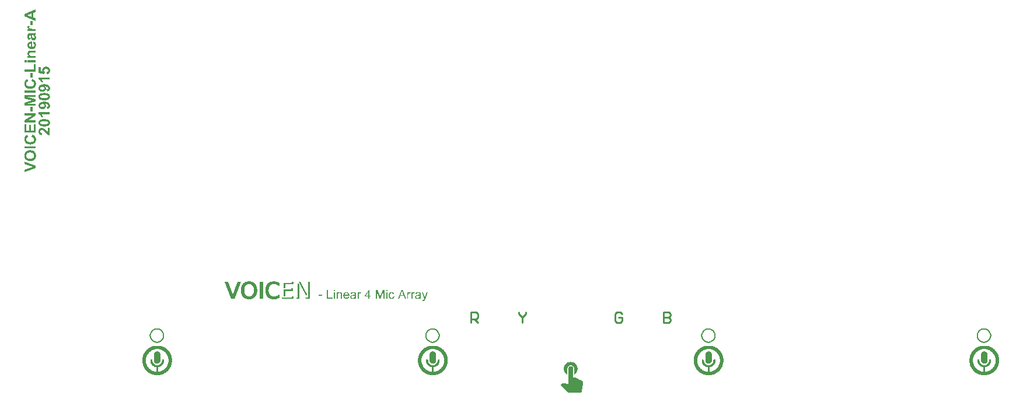
<source format=gto>
G04 Layer_Color=65535*
%FSLAX25Y25*%
%MOIN*%
G70*
G01*
G75*
%ADD12C,0.01000*%
%ADD42C,0.00500*%
%ADD43C,0.00100*%
G36*
X-134465Y25503D02*
X-135094D01*
Y26221D01*
X-134465D01*
Y25503D01*
D02*
G37*
G36*
X-104621D02*
X-105250D01*
Y26221D01*
X-104621D01*
Y25503D01*
D02*
G37*
G36*
X-297400Y114400D02*
X-297428D01*
X-297465Y114409D01*
X-297511Y114418D01*
X-297567Y114428D01*
X-297631Y114437D01*
X-297798Y114474D01*
X-297983Y114530D01*
X-298186Y114603D01*
X-298408Y114696D01*
X-298621Y114816D01*
X-298630D01*
X-298649Y114835D01*
X-298686Y114853D01*
X-298723Y114890D01*
X-298787Y114927D01*
X-298852Y114983D01*
X-298936Y115048D01*
X-299028Y115121D01*
X-299139Y115205D01*
X-299250Y115306D01*
X-299379Y115418D01*
X-299518Y115547D01*
X-299657Y115686D01*
X-299814Y115843D01*
X-299981Y116009D01*
X-300156Y116194D01*
X-300166Y116204D01*
X-300194Y116232D01*
X-300231Y116269D01*
X-300286Y116324D01*
X-300342Y116398D01*
X-300415Y116472D01*
X-300582Y116639D01*
X-300758Y116805D01*
X-300934Y116972D01*
X-301008Y117045D01*
X-301091Y117120D01*
X-301155Y117175D01*
X-301211Y117212D01*
X-301230Y117221D01*
X-301276Y117249D01*
X-301350Y117295D01*
X-301451Y117341D01*
X-301562Y117388D01*
X-301692Y117434D01*
X-301821Y117462D01*
X-301960Y117471D01*
X-302025D01*
X-302108Y117462D01*
X-302201Y117443D01*
X-302303Y117415D01*
X-302404Y117378D01*
X-302506Y117323D01*
X-302599Y117249D01*
X-302608Y117240D01*
X-302636Y117212D01*
X-302673Y117157D01*
X-302710Y117092D01*
X-302747Y116999D01*
X-302783Y116897D01*
X-302811Y116777D01*
X-302820Y116639D01*
Y116620D01*
Y116574D01*
X-302811Y116500D01*
X-302793Y116417D01*
X-302765Y116315D01*
X-302719Y116213D01*
X-302663Y116111D01*
X-302589Y116019D01*
X-302580Y116009D01*
X-302543Y115982D01*
X-302487Y115945D01*
X-302404Y115908D01*
X-302303Y115861D01*
X-302164Y115824D01*
X-302007Y115787D01*
X-301821Y115769D01*
X-301942Y114548D01*
X-301951D01*
X-301988Y114557D01*
X-302034D01*
X-302108Y114576D01*
X-302191Y114585D01*
X-302284Y114613D01*
X-302386Y114640D01*
X-302506Y114668D01*
X-302737Y114761D01*
X-302978Y114872D01*
X-303098Y114946D01*
X-303209Y115029D01*
X-303302Y115121D01*
X-303394Y115223D01*
X-303403Y115233D01*
X-303413Y115251D01*
X-303431Y115279D01*
X-303468Y115325D01*
X-303496Y115381D01*
X-303533Y115454D01*
X-303579Y115529D01*
X-303616Y115621D01*
X-303662Y115723D01*
X-303699Y115834D01*
X-303773Y116074D01*
X-303819Y116361D01*
X-303829Y116509D01*
X-303838Y116666D01*
Y116675D01*
Y116712D01*
Y116759D01*
X-303829Y116823D01*
X-303819Y116907D01*
X-303810Y116999D01*
X-303792Y117101D01*
X-303773Y117212D01*
X-303709Y117453D01*
X-303616Y117693D01*
X-303560Y117823D01*
X-303496Y117933D01*
X-303413Y118054D01*
X-303320Y118156D01*
X-303311Y118165D01*
X-303302Y118183D01*
X-303264Y118202D01*
X-303227Y118239D01*
X-303181Y118285D01*
X-303116Y118331D01*
X-303052Y118377D01*
X-302969Y118433D01*
X-302783Y118526D01*
X-302571Y118618D01*
X-302450Y118655D01*
X-302321Y118674D01*
X-302182Y118692D01*
X-302044Y118701D01*
X-301970D01*
X-301886Y118692D01*
X-301784Y118683D01*
X-301655Y118664D01*
X-301516Y118637D01*
X-301368Y118599D01*
X-301220Y118544D01*
X-301202Y118535D01*
X-301155Y118516D01*
X-301072Y118479D01*
X-300971Y118424D01*
X-300850Y118359D01*
X-300711Y118276D01*
X-300564Y118174D01*
X-300406Y118054D01*
X-300397Y118044D01*
X-300351Y118008D01*
X-300286Y117952D01*
X-300194Y117869D01*
X-300082Y117758D01*
X-299935Y117619D01*
X-299777Y117453D01*
X-299583Y117249D01*
X-299574Y117240D01*
X-299565Y117221D01*
X-299537Y117193D01*
X-299500Y117157D01*
X-299407Y117055D01*
X-299296Y116935D01*
X-299176Y116814D01*
X-299056Y116694D01*
X-298954Y116583D01*
X-298908Y116546D01*
X-298871Y116509D01*
X-298862Y116500D01*
X-298843Y116481D01*
X-298806Y116454D01*
X-298760Y116417D01*
X-298658Y116333D01*
X-298538Y116259D01*
Y118701D01*
X-297400D01*
Y114400D01*
D02*
G37*
G36*
X-91833Y24889D02*
X-91752Y24874D01*
X-91656Y24844D01*
X-91552Y24807D01*
X-91434Y24756D01*
X-91308Y24689D01*
X-91537Y24112D01*
X-91545Y24119D01*
X-91574Y24134D01*
X-91619Y24156D01*
X-91678Y24178D01*
X-91745Y24201D01*
X-91826Y24223D01*
X-91907Y24238D01*
X-91989Y24245D01*
X-92026D01*
X-92063Y24238D01*
X-92115Y24230D01*
X-92166Y24215D01*
X-92233Y24193D01*
X-92300Y24164D01*
X-92359Y24119D01*
X-92366Y24112D01*
X-92388Y24097D01*
X-92411Y24067D01*
X-92448Y24030D01*
X-92485Y23979D01*
X-92522Y23919D01*
X-92559Y23853D01*
X-92588Y23771D01*
X-92596Y23757D01*
X-92603Y23712D01*
X-92618Y23646D01*
X-92640Y23557D01*
X-92662Y23446D01*
X-92677Y23320D01*
X-92684Y23187D01*
X-92692Y23039D01*
Y21100D01*
X-93321D01*
Y24815D01*
X-92751D01*
Y24252D01*
X-92744Y24260D01*
X-92714Y24312D01*
X-92677Y24378D01*
X-92618Y24460D01*
X-92559Y24541D01*
X-92492Y24630D01*
X-92425Y24704D01*
X-92359Y24763D01*
X-92351Y24770D01*
X-92329Y24785D01*
X-92285Y24807D01*
X-92240Y24830D01*
X-92181Y24852D01*
X-92107Y24874D01*
X-92033Y24889D01*
X-91952Y24896D01*
X-91900D01*
X-91833Y24889D01*
D02*
G37*
G36*
X-89451D02*
X-89369Y24874D01*
X-89273Y24844D01*
X-89169Y24807D01*
X-89051Y24756D01*
X-88925Y24689D01*
X-89155Y24112D01*
X-89162Y24119D01*
X-89192Y24134D01*
X-89236Y24156D01*
X-89295Y24178D01*
X-89362Y24201D01*
X-89443Y24223D01*
X-89525Y24238D01*
X-89606Y24245D01*
X-89643D01*
X-89680Y24238D01*
X-89732Y24230D01*
X-89784Y24215D01*
X-89850Y24193D01*
X-89917Y24164D01*
X-89976Y24119D01*
X-89983Y24112D01*
X-90006Y24097D01*
X-90028Y24067D01*
X-90065Y24030D01*
X-90102Y23979D01*
X-90139Y23919D01*
X-90176Y23853D01*
X-90205Y23771D01*
X-90213Y23757D01*
X-90220Y23712D01*
X-90235Y23646D01*
X-90257Y23557D01*
X-90279Y23446D01*
X-90294Y23320D01*
X-90302Y23187D01*
X-90309Y23039D01*
Y21100D01*
X-90938D01*
Y24815D01*
X-90368D01*
Y24252D01*
X-90361Y24260D01*
X-90331Y24312D01*
X-90294Y24378D01*
X-90235Y24460D01*
X-90176Y24541D01*
X-90109Y24630D01*
X-90043Y24704D01*
X-89976Y24763D01*
X-89969Y24770D01*
X-89946Y24785D01*
X-89902Y24807D01*
X-89858Y24830D01*
X-89798Y24852D01*
X-89724Y24874D01*
X-89650Y24889D01*
X-89569Y24896D01*
X-89517D01*
X-89451Y24889D01*
D02*
G37*
G36*
X-131645D02*
X-131564Y24881D01*
X-131468Y24867D01*
X-131364Y24844D01*
X-131253Y24815D01*
X-131150Y24770D01*
X-131135Y24763D01*
X-131105Y24748D01*
X-131053Y24726D01*
X-130994Y24689D01*
X-130920Y24645D01*
X-130854Y24585D01*
X-130787Y24526D01*
X-130728Y24452D01*
X-130720Y24445D01*
X-130706Y24415D01*
X-130683Y24378D01*
X-130646Y24326D01*
X-130617Y24252D01*
X-130587Y24178D01*
X-130550Y24090D01*
X-130528Y23993D01*
Y23986D01*
X-130521Y23956D01*
X-130513Y23912D01*
X-130506Y23853D01*
Y23764D01*
X-130498Y23660D01*
X-130491Y23535D01*
Y23379D01*
Y21100D01*
X-131120D01*
Y23350D01*
Y23357D01*
Y23364D01*
Y23416D01*
Y23483D01*
X-131127Y23564D01*
X-131135Y23660D01*
X-131150Y23757D01*
X-131172Y23845D01*
X-131194Y23927D01*
Y23934D01*
X-131209Y23956D01*
X-131231Y23993D01*
X-131253Y24038D01*
X-131290Y24082D01*
X-131335Y24134D01*
X-131394Y24186D01*
X-131460Y24230D01*
X-131468Y24238D01*
X-131490Y24252D01*
X-131534Y24267D01*
X-131586Y24289D01*
X-131645Y24312D01*
X-131719Y24334D01*
X-131808Y24341D01*
X-131897Y24349D01*
X-131934D01*
X-131964Y24341D01*
X-132038Y24334D01*
X-132134Y24319D01*
X-132237Y24282D01*
X-132356Y24238D01*
X-132474Y24178D01*
X-132585Y24090D01*
X-132600Y24075D01*
X-132630Y24038D01*
X-132652Y24008D01*
X-132674Y23971D01*
X-132704Y23927D01*
X-132726Y23875D01*
X-132755Y23816D01*
X-132785Y23742D01*
X-132807Y23660D01*
X-132829Y23572D01*
X-132844Y23475D01*
X-132859Y23372D01*
X-132874Y23246D01*
Y23120D01*
Y21100D01*
X-133503D01*
Y24815D01*
X-132940D01*
Y24282D01*
X-132933Y24289D01*
X-132918Y24312D01*
X-132896Y24341D01*
X-132866Y24378D01*
X-132822Y24423D01*
X-132770Y24474D01*
X-132711Y24534D01*
X-132637Y24593D01*
X-132563Y24645D01*
X-132474Y24704D01*
X-132378Y24756D01*
X-132274Y24800D01*
X-132156Y24837D01*
X-132038Y24867D01*
X-131904Y24889D01*
X-131764Y24896D01*
X-131705D01*
X-131645Y24889D01*
D02*
G37*
G36*
X-300258Y138607D02*
X-300110Y138598D01*
X-299935Y138579D01*
X-299749Y138561D01*
X-299546Y138542D01*
X-299333Y138505D01*
X-299111Y138459D01*
X-298899Y138413D01*
X-298686Y138348D01*
X-298473Y138284D01*
X-298279Y138191D01*
X-298094Y138099D01*
X-297937Y137987D01*
X-297927Y137978D01*
X-297909Y137960D01*
X-297872Y137932D01*
X-297835Y137895D01*
X-297789Y137839D01*
X-297733Y137775D01*
X-297668Y137691D01*
X-297613Y137608D01*
X-297548Y137506D01*
X-297483Y137405D01*
X-297428Y137285D01*
X-297381Y137155D01*
X-297344Y137016D01*
X-297307Y136859D01*
X-297289Y136702D01*
X-297280Y136535D01*
Y136526D01*
Y136498D01*
X-297289Y136443D01*
Y136378D01*
X-297298Y136304D01*
X-297317Y136212D01*
X-297335Y136110D01*
X-297372Y135999D01*
X-297409Y135879D01*
X-297456Y135758D01*
X-297511Y135629D01*
X-297585Y135509D01*
X-297659Y135379D01*
X-297761Y135259D01*
X-297863Y135138D01*
X-297992Y135028D01*
X-298001Y135018D01*
X-298029Y135000D01*
X-298075Y134972D01*
X-298131Y134944D01*
X-298214Y134898D01*
X-298316Y134852D01*
X-298445Y134796D01*
X-298584Y134750D01*
X-298750Y134695D01*
X-298936Y134639D01*
X-299148Y134593D01*
X-299379Y134556D01*
X-299639Y134519D01*
X-299925Y134491D01*
X-300231Y134473D01*
X-300564Y134463D01*
X-300739D01*
X-300859Y134473D01*
X-301008Y134482D01*
X-301183Y134500D01*
X-301368Y134519D01*
X-301572Y134537D01*
X-301784Y134574D01*
X-301997Y134611D01*
X-302219Y134667D01*
X-302432Y134722D01*
X-302636Y134796D01*
X-302830Y134880D01*
X-303015Y134972D01*
X-303172Y135083D01*
X-303181Y135092D01*
X-303200Y135111D01*
X-303237Y135138D01*
X-303274Y135185D01*
X-303329Y135231D01*
X-303385Y135296D01*
X-303440Y135379D01*
X-303505Y135462D01*
X-303570Y135564D01*
X-303625Y135666D01*
X-303681Y135786D01*
X-303736Y135916D01*
X-303773Y136054D01*
X-303810Y136212D01*
X-303829Y136369D01*
X-303838Y136535D01*
Y136545D01*
Y136572D01*
Y136628D01*
X-303829Y136693D01*
X-303819Y136767D01*
X-303801Y136859D01*
X-303783Y136951D01*
X-303755Y137063D01*
X-303718Y137183D01*
X-303672Y137294D01*
X-303625Y137414D01*
X-303560Y137534D01*
X-303477Y137654D01*
X-303394Y137775D01*
X-303292Y137886D01*
X-303172Y137987D01*
X-303163Y137997D01*
X-303135Y138015D01*
X-303089Y138043D01*
X-303024Y138089D01*
X-302931Y138136D01*
X-302820Y138191D01*
X-302700Y138247D01*
X-302543Y138302D01*
X-302377Y138357D01*
X-302182Y138422D01*
X-301970Y138469D01*
X-301729Y138515D01*
X-301470Y138561D01*
X-301192Y138589D01*
X-300887Y138607D01*
X-300554Y138617D01*
X-300378D01*
X-300258Y138607D01*
D02*
G37*
G36*
X-300305Y143612D02*
X-300156Y143602D01*
X-299990Y143584D01*
X-299814Y143565D01*
X-299620Y143537D01*
X-299407Y143500D01*
X-299204Y143464D01*
X-298991Y143408D01*
X-298778Y143343D01*
X-298584Y143269D01*
X-298390Y143177D01*
X-298214Y143084D01*
X-298057Y142964D01*
X-298047Y142955D01*
X-298020Y142936D01*
X-297983Y142899D01*
X-297937Y142844D01*
X-297881Y142779D01*
X-297807Y142705D01*
X-297742Y142613D01*
X-297668Y142511D01*
X-297594Y142400D01*
X-297530Y142270D01*
X-297465Y142131D01*
X-297400Y141983D01*
X-297354Y141817D01*
X-297317Y141650D01*
X-297289Y141475D01*
X-297280Y141280D01*
Y141271D01*
Y141244D01*
Y141207D01*
X-297289Y141160D01*
Y141095D01*
X-297298Y141022D01*
X-297326Y140846D01*
X-297381Y140652D01*
X-297446Y140457D01*
X-297548Y140254D01*
X-297604Y140161D01*
X-297677Y140069D01*
X-297687Y140059D01*
X-297696Y140050D01*
X-297724Y140023D01*
X-297751Y139995D01*
X-297798Y139958D01*
X-297844Y139911D01*
X-297909Y139874D01*
X-297973Y139819D01*
X-298057Y139773D01*
X-298140Y139717D01*
X-298242Y139671D01*
X-298353Y139625D01*
X-298464Y139578D01*
X-298593Y139541D01*
X-298723Y139505D01*
X-298871Y139477D01*
X-299009Y140661D01*
X-298991D01*
X-298945Y140670D01*
X-298880Y140679D01*
X-298806Y140707D01*
X-298713Y140735D01*
X-298621Y140772D01*
X-298538Y140818D01*
X-298464Y140883D01*
X-298454Y140892D01*
X-298436Y140920D01*
X-298408Y140957D01*
X-298380Y141012D01*
X-298353Y141086D01*
X-298325Y141160D01*
X-298306Y141262D01*
X-298297Y141364D01*
Y141382D01*
X-298306Y141428D01*
X-298316Y141493D01*
X-298343Y141586D01*
X-298380Y141688D01*
X-298445Y141789D01*
X-298529Y141900D01*
X-298639Y142002D01*
X-298658Y142011D01*
X-298676Y142030D01*
X-298713Y142048D01*
X-298750Y142067D01*
X-298806Y142095D01*
X-298871Y142113D01*
X-298954Y142150D01*
X-299046Y142178D01*
X-299148Y142206D01*
X-299269Y142233D01*
X-299398Y142261D01*
X-299546Y142289D01*
X-299712Y142307D01*
X-299898Y142326D01*
X-300092Y142344D01*
X-300082Y142335D01*
X-300073Y142326D01*
X-300045Y142298D01*
X-300009Y142261D01*
X-299972Y142215D01*
X-299925Y142159D01*
X-299823Y142030D01*
X-299722Y141863D01*
X-299639Y141660D01*
X-299602Y141549D01*
X-299583Y141438D01*
X-299565Y141317D01*
X-299555Y141188D01*
Y141179D01*
Y141151D01*
Y141114D01*
X-299565Y141059D01*
X-299574Y140994D01*
X-299583Y140920D01*
X-299629Y140744D01*
X-299694Y140541D01*
X-299749Y140439D01*
X-299805Y140328D01*
X-299870Y140217D01*
X-299944Y140106D01*
X-300036Y139995D01*
X-300138Y139893D01*
X-300147Y139884D01*
X-300166Y139865D01*
X-300203Y139847D01*
X-300240Y139810D01*
X-300305Y139763D01*
X-300369Y139717D01*
X-300452Y139671D01*
X-300545Y139625D01*
X-300647Y139569D01*
X-300767Y139523D01*
X-300887Y139477D01*
X-301026Y139430D01*
X-301165Y139393D01*
X-301322Y139375D01*
X-301488Y139357D01*
X-301655Y139347D01*
X-301747D01*
X-301821Y139357D01*
X-301905Y139366D01*
X-301997Y139375D01*
X-302108Y139393D01*
X-302219Y139421D01*
X-302469Y139486D01*
X-302608Y139532D01*
X-302737Y139588D01*
X-302867Y139653D01*
X-302996Y139736D01*
X-303116Y139819D01*
X-303237Y139921D01*
X-303246Y139930D01*
X-303264Y139948D01*
X-303292Y139976D01*
X-303329Y140023D01*
X-303376Y140087D01*
X-303431Y140152D01*
X-303477Y140235D01*
X-303542Y140328D01*
X-303597Y140420D01*
X-303644Y140541D01*
X-303699Y140661D01*
X-303746Y140790D01*
X-303783Y140929D01*
X-303810Y141077D01*
X-303829Y141225D01*
X-303838Y141392D01*
Y141401D01*
Y141438D01*
X-303829Y141484D01*
Y141558D01*
X-303819Y141641D01*
X-303801Y141734D01*
X-303773Y141845D01*
X-303746Y141956D01*
X-303699Y142085D01*
X-303653Y142215D01*
X-303588Y142344D01*
X-303514Y142483D01*
X-303431Y142613D01*
X-303329Y142742D01*
X-303209Y142871D01*
X-303080Y142992D01*
X-303070Y143001D01*
X-303043Y143019D01*
X-302996Y143047D01*
X-302931Y143094D01*
X-302848Y143140D01*
X-302747Y143195D01*
X-302626Y143251D01*
X-302487Y143306D01*
X-302321Y143362D01*
X-302136Y143427D01*
X-301933Y143473D01*
X-301711Y143519D01*
X-301461Y143565D01*
X-301192Y143593D01*
X-300906Y143612D01*
X-300591Y143621D01*
X-300425D01*
X-300305Y143612D01*
D02*
G37*
G36*
X-297400Y146322D02*
X-302034D01*
X-302025Y146312D01*
X-302007Y146294D01*
X-301979Y146257D01*
X-301933Y146202D01*
X-301877Y146137D01*
X-301821Y146063D01*
X-301757Y145970D01*
X-301683Y145869D01*
X-301609Y145757D01*
X-301535Y145637D01*
X-301451Y145508D01*
X-301378Y145369D01*
X-301239Y145073D01*
X-301109Y144740D01*
X-302219D01*
Y144749D01*
X-302228Y144758D01*
X-302238Y144786D01*
X-302247Y144823D01*
X-302293Y144916D01*
X-302349Y145045D01*
X-302423Y145203D01*
X-302524Y145378D01*
X-302654Y145572D01*
X-302802Y145776D01*
X-302811Y145785D01*
X-302820Y145804D01*
X-302848Y145832D01*
X-302885Y145869D01*
X-302978Y145970D01*
X-303098Y146081D01*
X-303246Y146211D01*
X-303431Y146340D01*
X-303625Y146460D01*
X-303838Y146553D01*
Y147552D01*
X-297400D01*
Y146322D01*
D02*
G37*
G36*
X-300258Y123678D02*
X-300110Y123669D01*
X-299935Y123650D01*
X-299749Y123632D01*
X-299546Y123613D01*
X-299333Y123576D01*
X-299111Y123530D01*
X-298899Y123484D01*
X-298686Y123419D01*
X-298473Y123354D01*
X-298279Y123261D01*
X-298094Y123169D01*
X-297937Y123058D01*
X-297927Y123049D01*
X-297909Y123030D01*
X-297872Y123003D01*
X-297835Y122966D01*
X-297789Y122910D01*
X-297733Y122845D01*
X-297668Y122762D01*
X-297613Y122679D01*
X-297548Y122577D01*
X-297483Y122475D01*
X-297428Y122355D01*
X-297381Y122225D01*
X-297344Y122087D01*
X-297307Y121930D01*
X-297289Y121772D01*
X-297280Y121606D01*
Y121597D01*
Y121569D01*
X-297289Y121513D01*
Y121449D01*
X-297298Y121374D01*
X-297317Y121282D01*
X-297335Y121180D01*
X-297372Y121069D01*
X-297409Y120949D01*
X-297456Y120829D01*
X-297511Y120699D01*
X-297585Y120579D01*
X-297659Y120449D01*
X-297761Y120329D01*
X-297863Y120209D01*
X-297992Y120098D01*
X-298001Y120089D01*
X-298029Y120070D01*
X-298075Y120043D01*
X-298131Y120015D01*
X-298214Y119968D01*
X-298316Y119922D01*
X-298445Y119867D01*
X-298584Y119820D01*
X-298750Y119765D01*
X-298936Y119710D01*
X-299148Y119663D01*
X-299379Y119626D01*
X-299639Y119589D01*
X-299925Y119562D01*
X-300231Y119543D01*
X-300564Y119534D01*
X-300739D01*
X-300859Y119543D01*
X-301008Y119552D01*
X-301183Y119571D01*
X-301368Y119589D01*
X-301572Y119608D01*
X-301784Y119645D01*
X-301997Y119682D01*
X-302219Y119737D01*
X-302432Y119793D01*
X-302636Y119867D01*
X-302830Y119950D01*
X-303015Y120043D01*
X-303172Y120153D01*
X-303181Y120163D01*
X-303200Y120181D01*
X-303237Y120209D01*
X-303274Y120255D01*
X-303329Y120301D01*
X-303385Y120366D01*
X-303440Y120449D01*
X-303505Y120533D01*
X-303570Y120634D01*
X-303625Y120736D01*
X-303681Y120856D01*
X-303736Y120986D01*
X-303773Y121125D01*
X-303810Y121282D01*
X-303829Y121439D01*
X-303838Y121606D01*
Y121615D01*
Y121643D01*
Y121698D01*
X-303829Y121763D01*
X-303819Y121837D01*
X-303801Y121930D01*
X-303783Y122022D01*
X-303755Y122133D01*
X-303718Y122253D01*
X-303672Y122364D01*
X-303625Y122485D01*
X-303560Y122605D01*
X-303477Y122725D01*
X-303394Y122845D01*
X-303292Y122956D01*
X-303172Y123058D01*
X-303163Y123067D01*
X-303135Y123086D01*
X-303089Y123114D01*
X-303024Y123160D01*
X-302931Y123206D01*
X-302820Y123261D01*
X-302700Y123317D01*
X-302543Y123372D01*
X-302377Y123428D01*
X-302182Y123493D01*
X-301970Y123539D01*
X-301729Y123585D01*
X-301470Y123632D01*
X-301192Y123659D01*
X-300887Y123678D01*
X-300554Y123687D01*
X-300378D01*
X-300258Y123678D01*
D02*
G37*
G36*
X-297400Y126416D02*
X-302034D01*
X-302025Y126407D01*
X-302007Y126388D01*
X-301979Y126351D01*
X-301933Y126295D01*
X-301877Y126231D01*
X-301821Y126157D01*
X-301757Y126064D01*
X-301683Y125962D01*
X-301609Y125852D01*
X-301535Y125731D01*
X-301451Y125602D01*
X-301378Y125463D01*
X-301239Y125167D01*
X-301109Y124834D01*
X-302219D01*
Y124843D01*
X-302228Y124853D01*
X-302238Y124880D01*
X-302247Y124917D01*
X-302293Y125010D01*
X-302349Y125139D01*
X-302423Y125296D01*
X-302524Y125472D01*
X-302654Y125666D01*
X-302802Y125870D01*
X-302811Y125879D01*
X-302820Y125898D01*
X-302848Y125926D01*
X-302885Y125962D01*
X-302978Y126064D01*
X-303098Y126175D01*
X-303246Y126305D01*
X-303431Y126434D01*
X-303625Y126555D01*
X-303838Y126647D01*
Y127646D01*
X-297400D01*
Y126416D01*
D02*
G37*
G36*
X-300305Y133659D02*
X-300156Y133649D01*
X-299990Y133631D01*
X-299814Y133612D01*
X-299620Y133584D01*
X-299407Y133547D01*
X-299204Y133510D01*
X-298991Y133455D01*
X-298778Y133390D01*
X-298584Y133316D01*
X-298390Y133224D01*
X-298214Y133131D01*
X-298057Y133011D01*
X-298047Y133002D01*
X-298020Y132983D01*
X-297983Y132946D01*
X-297937Y132891D01*
X-297881Y132826D01*
X-297807Y132752D01*
X-297742Y132659D01*
X-297668Y132558D01*
X-297594Y132447D01*
X-297530Y132317D01*
X-297465Y132178D01*
X-297400Y132030D01*
X-297354Y131864D01*
X-297317Y131697D01*
X-297289Y131522D01*
X-297280Y131327D01*
Y131318D01*
Y131290D01*
Y131254D01*
X-297289Y131207D01*
Y131142D01*
X-297298Y131069D01*
X-297326Y130893D01*
X-297381Y130699D01*
X-297446Y130504D01*
X-297548Y130301D01*
X-297604Y130208D01*
X-297677Y130116D01*
X-297687Y130106D01*
X-297696Y130097D01*
X-297724Y130069D01*
X-297751Y130042D01*
X-297798Y130005D01*
X-297844Y129958D01*
X-297909Y129921D01*
X-297973Y129866D01*
X-298057Y129820D01*
X-298140Y129764D01*
X-298242Y129718D01*
X-298353Y129672D01*
X-298464Y129625D01*
X-298593Y129588D01*
X-298723Y129551D01*
X-298871Y129524D01*
X-299009Y130708D01*
X-298991D01*
X-298945Y130717D01*
X-298880Y130726D01*
X-298806Y130754D01*
X-298713Y130782D01*
X-298621Y130819D01*
X-298538Y130865D01*
X-298464Y130930D01*
X-298454Y130939D01*
X-298436Y130967D01*
X-298408Y131004D01*
X-298380Y131059D01*
X-298353Y131133D01*
X-298325Y131207D01*
X-298306Y131309D01*
X-298297Y131411D01*
Y131429D01*
X-298306Y131475D01*
X-298316Y131540D01*
X-298343Y131633D01*
X-298380Y131735D01*
X-298445Y131836D01*
X-298529Y131947D01*
X-298639Y132049D01*
X-298658Y132058D01*
X-298676Y132077D01*
X-298713Y132095D01*
X-298750Y132114D01*
X-298806Y132141D01*
X-298871Y132160D01*
X-298954Y132197D01*
X-299046Y132225D01*
X-299148Y132253D01*
X-299269Y132280D01*
X-299398Y132308D01*
X-299546Y132336D01*
X-299712Y132354D01*
X-299898Y132373D01*
X-300092Y132391D01*
X-300082Y132382D01*
X-300073Y132373D01*
X-300045Y132345D01*
X-300009Y132308D01*
X-299972Y132262D01*
X-299925Y132206D01*
X-299823Y132077D01*
X-299722Y131910D01*
X-299639Y131707D01*
X-299602Y131596D01*
X-299583Y131485D01*
X-299565Y131365D01*
X-299555Y131235D01*
Y131226D01*
Y131198D01*
Y131161D01*
X-299565Y131105D01*
X-299574Y131041D01*
X-299583Y130967D01*
X-299629Y130791D01*
X-299694Y130587D01*
X-299749Y130486D01*
X-299805Y130375D01*
X-299870Y130264D01*
X-299944Y130153D01*
X-300036Y130042D01*
X-300138Y129940D01*
X-300147Y129931D01*
X-300166Y129912D01*
X-300203Y129894D01*
X-300240Y129857D01*
X-300305Y129811D01*
X-300369Y129764D01*
X-300452Y129718D01*
X-300545Y129672D01*
X-300647Y129616D01*
X-300767Y129570D01*
X-300887Y129524D01*
X-301026Y129478D01*
X-301165Y129440D01*
X-301322Y129422D01*
X-301488Y129403D01*
X-301655Y129394D01*
X-301747D01*
X-301821Y129403D01*
X-301905Y129413D01*
X-301997Y129422D01*
X-302108Y129440D01*
X-302219Y129468D01*
X-302469Y129533D01*
X-302608Y129579D01*
X-302737Y129635D01*
X-302867Y129700D01*
X-302996Y129783D01*
X-303116Y129866D01*
X-303237Y129968D01*
X-303246Y129977D01*
X-303264Y129996D01*
X-303292Y130023D01*
X-303329Y130069D01*
X-303376Y130134D01*
X-303431Y130199D01*
X-303477Y130282D01*
X-303542Y130375D01*
X-303597Y130467D01*
X-303644Y130587D01*
X-303699Y130708D01*
X-303746Y130837D01*
X-303783Y130976D01*
X-303810Y131124D01*
X-303829Y131272D01*
X-303838Y131439D01*
Y131448D01*
Y131485D01*
X-303829Y131531D01*
Y131605D01*
X-303819Y131688D01*
X-303801Y131781D01*
X-303773Y131892D01*
X-303746Y132003D01*
X-303699Y132132D01*
X-303653Y132262D01*
X-303588Y132391D01*
X-303514Y132530D01*
X-303431Y132659D01*
X-303329Y132789D01*
X-303209Y132919D01*
X-303080Y133039D01*
X-303070Y133048D01*
X-303043Y133066D01*
X-302996Y133094D01*
X-302931Y133141D01*
X-302848Y133187D01*
X-302747Y133242D01*
X-302626Y133298D01*
X-302487Y133353D01*
X-302321Y133409D01*
X-302136Y133474D01*
X-301933Y133520D01*
X-301711Y133566D01*
X-301461Y133612D01*
X-301192Y133640D01*
X-300906Y133659D01*
X-300591Y133668D01*
X-300425D01*
X-300305Y133659D01*
D02*
G37*
G36*
X-120079Y24889D02*
X-119998Y24874D01*
X-119902Y24844D01*
X-119798Y24807D01*
X-119680Y24756D01*
X-119554Y24689D01*
X-119783Y24112D01*
X-119791Y24119D01*
X-119820Y24134D01*
X-119865Y24156D01*
X-119924Y24178D01*
X-119990Y24201D01*
X-120072Y24223D01*
X-120153Y24238D01*
X-120235Y24245D01*
X-120272D01*
X-120309Y24238D01*
X-120360Y24230D01*
X-120412Y24215D01*
X-120479Y24193D01*
X-120545Y24164D01*
X-120605Y24119D01*
X-120612Y24112D01*
X-120634Y24097D01*
X-120656Y24067D01*
X-120693Y24030D01*
X-120730Y23979D01*
X-120767Y23919D01*
X-120804Y23853D01*
X-120834Y23771D01*
X-120841Y23757D01*
X-120849Y23712D01*
X-120864Y23646D01*
X-120886Y23557D01*
X-120908Y23446D01*
X-120923Y23320D01*
X-120930Y23187D01*
X-120938Y23039D01*
Y21100D01*
X-121567D01*
Y24815D01*
X-120997D01*
Y24252D01*
X-120989Y24260D01*
X-120960Y24312D01*
X-120923Y24378D01*
X-120864Y24460D01*
X-120804Y24541D01*
X-120738Y24630D01*
X-120671Y24704D01*
X-120605Y24763D01*
X-120597Y24770D01*
X-120575Y24785D01*
X-120531Y24807D01*
X-120486Y24830D01*
X-120427Y24852D01*
X-120353Y24874D01*
X-120279Y24889D01*
X-120198Y24896D01*
X-120146D01*
X-120079Y24889D01*
D02*
G37*
G36*
X-123809D02*
X-123698Y24881D01*
X-123572Y24867D01*
X-123446Y24844D01*
X-123320Y24815D01*
X-123202Y24778D01*
X-123187Y24770D01*
X-123150Y24756D01*
X-123098Y24733D01*
X-123032Y24704D01*
X-122958Y24659D01*
X-122884Y24615D01*
X-122817Y24556D01*
X-122758Y24497D01*
X-122751Y24489D01*
X-122736Y24467D01*
X-122714Y24430D01*
X-122684Y24386D01*
X-122647Y24319D01*
X-122617Y24252D01*
X-122588Y24171D01*
X-122566Y24075D01*
Y24067D01*
X-122558Y24045D01*
X-122551Y24001D01*
X-122543Y23942D01*
Y23860D01*
X-122536Y23764D01*
X-122529Y23638D01*
Y23498D01*
Y22654D01*
Y22647D01*
Y22617D01*
Y22573D01*
Y22513D01*
Y22447D01*
Y22365D01*
X-122521Y22188D01*
Y22003D01*
X-122514Y21818D01*
X-122506Y21736D01*
Y21662D01*
X-122499Y21596D01*
X-122492Y21544D01*
Y21537D01*
X-122484Y21507D01*
X-122477Y21463D01*
X-122455Y21403D01*
X-122440Y21337D01*
X-122410Y21263D01*
X-122373Y21181D01*
X-122336Y21100D01*
X-122995D01*
X-123002Y21107D01*
X-123010Y21137D01*
X-123024Y21174D01*
X-123047Y21233D01*
X-123069Y21300D01*
X-123084Y21381D01*
X-123098Y21470D01*
X-123113Y21566D01*
X-123121D01*
X-123128Y21551D01*
X-123172Y21514D01*
X-123239Y21463D01*
X-123328Y21396D01*
X-123439Y21329D01*
X-123550Y21255D01*
X-123668Y21189D01*
X-123794Y21137D01*
X-123809Y21130D01*
X-123853Y21122D01*
X-123920Y21100D01*
X-124001Y21078D01*
X-124105Y21056D01*
X-124223Y21041D01*
X-124356Y21026D01*
X-124490Y21019D01*
X-124549D01*
X-124593Y21026D01*
X-124645D01*
X-124704Y21033D01*
X-124837Y21056D01*
X-124985Y21093D01*
X-125148Y21144D01*
X-125296Y21218D01*
X-125429Y21315D01*
X-125444Y21329D01*
X-125481Y21366D01*
X-125533Y21433D01*
X-125592Y21522D01*
X-125651Y21633D01*
X-125703Y21759D01*
X-125740Y21914D01*
X-125748Y21988D01*
X-125755Y22077D01*
Y22092D01*
Y22121D01*
X-125748Y22173D01*
X-125740Y22240D01*
X-125725Y22321D01*
X-125703Y22402D01*
X-125674Y22491D01*
X-125637Y22573D01*
X-125629Y22580D01*
X-125614Y22610D01*
X-125585Y22654D01*
X-125548Y22706D01*
X-125503Y22765D01*
X-125444Y22824D01*
X-125385Y22883D01*
X-125311Y22935D01*
X-125304Y22943D01*
X-125274Y22957D01*
X-125237Y22987D01*
X-125178Y23017D01*
X-125111Y23046D01*
X-125030Y23083D01*
X-124948Y23113D01*
X-124852Y23142D01*
X-124845D01*
X-124815Y23150D01*
X-124771Y23165D01*
X-124712Y23172D01*
X-124638Y23187D01*
X-124541Y23202D01*
X-124430Y23224D01*
X-124297Y23239D01*
X-124290D01*
X-124260Y23246D01*
X-124223D01*
X-124171Y23253D01*
X-124112Y23261D01*
X-124038Y23276D01*
X-123957Y23283D01*
X-123868Y23298D01*
X-123690Y23335D01*
X-123498Y23372D01*
X-123328Y23416D01*
X-123246Y23438D01*
X-123172Y23461D01*
Y23468D01*
Y23483D01*
X-123165Y23527D01*
Y23579D01*
Y23609D01*
Y23623D01*
Y23631D01*
Y23638D01*
Y23683D01*
X-123172Y23757D01*
X-123187Y23838D01*
X-123209Y23927D01*
X-123246Y24016D01*
X-123291Y24097D01*
X-123350Y24164D01*
X-123357Y24171D01*
X-123394Y24201D01*
X-123454Y24230D01*
X-123528Y24275D01*
X-123631Y24312D01*
X-123750Y24349D01*
X-123898Y24371D01*
X-124068Y24378D01*
X-124142D01*
X-124216Y24371D01*
X-124319Y24356D01*
X-124423Y24341D01*
X-124534Y24312D01*
X-124638Y24275D01*
X-124726Y24223D01*
X-124734Y24215D01*
X-124763Y24193D01*
X-124800Y24156D01*
X-124845Y24097D01*
X-124889Y24023D01*
X-124941Y23927D01*
X-124985Y23808D01*
X-125030Y23675D01*
X-125644Y23757D01*
Y23764D01*
X-125637Y23771D01*
Y23794D01*
X-125629Y23823D01*
X-125607Y23890D01*
X-125577Y23986D01*
X-125540Y24082D01*
X-125496Y24186D01*
X-125437Y24289D01*
X-125370Y24386D01*
X-125363Y24393D01*
X-125333Y24423D01*
X-125289Y24467D01*
X-125230Y24526D01*
X-125148Y24585D01*
X-125052Y24645D01*
X-124941Y24711D01*
X-124815Y24763D01*
X-124808D01*
X-124800Y24770D01*
X-124778Y24778D01*
X-124749Y24785D01*
X-124675Y24807D01*
X-124571Y24830D01*
X-124453Y24852D01*
X-124305Y24874D01*
X-124149Y24889D01*
X-123972Y24896D01*
X-123890D01*
X-123809Y24889D01*
D02*
G37*
G36*
X-114722Y22906D02*
X-114026D01*
Y22328D01*
X-114722D01*
Y21100D01*
X-115351D01*
Y22328D01*
X-117578D01*
Y22906D01*
X-115232Y26221D01*
X-114722D01*
Y22906D01*
D02*
G37*
G36*
X-104621Y21100D02*
X-105250D01*
Y24815D01*
X-104621D01*
Y21100D01*
D02*
G37*
G36*
X-127879Y24889D02*
X-127820Y24881D01*
X-127746Y24867D01*
X-127664Y24852D01*
X-127568Y24830D01*
X-127479Y24807D01*
X-127376Y24770D01*
X-127279Y24733D01*
X-127176Y24682D01*
X-127072Y24622D01*
X-126969Y24556D01*
X-126872Y24474D01*
X-126784Y24386D01*
X-126776Y24378D01*
X-126761Y24363D01*
X-126739Y24334D01*
X-126710Y24289D01*
X-126673Y24238D01*
X-126636Y24178D01*
X-126591Y24104D01*
X-126547Y24016D01*
X-126502Y23919D01*
X-126458Y23816D01*
X-126421Y23697D01*
X-126384Y23572D01*
X-126354Y23431D01*
X-126332Y23283D01*
X-126317Y23128D01*
X-126310Y22957D01*
Y22950D01*
Y22920D01*
Y22869D01*
X-126317Y22795D01*
X-129092D01*
Y22787D01*
Y22765D01*
X-129085Y22735D01*
Y22691D01*
X-129078Y22639D01*
X-129063Y22580D01*
X-129041Y22447D01*
X-128996Y22299D01*
X-128937Y22136D01*
X-128856Y21988D01*
X-128752Y21855D01*
X-128745D01*
X-128737Y21840D01*
X-128693Y21803D01*
X-128626Y21751D01*
X-128537Y21699D01*
X-128419Y21640D01*
X-128286Y21588D01*
X-128138Y21551D01*
X-128056Y21544D01*
X-127968Y21537D01*
X-127908D01*
X-127842Y21544D01*
X-127760Y21559D01*
X-127672Y21581D01*
X-127568Y21611D01*
X-127472Y21655D01*
X-127376Y21714D01*
X-127368Y21722D01*
X-127331Y21751D01*
X-127287Y21796D01*
X-127235Y21855D01*
X-127176Y21936D01*
X-127109Y22040D01*
X-127043Y22158D01*
X-126983Y22299D01*
X-126332Y22217D01*
Y22210D01*
X-126340Y22195D01*
X-126347Y22166D01*
X-126362Y22121D01*
X-126384Y22077D01*
X-126406Y22018D01*
X-126465Y21892D01*
X-126539Y21751D01*
X-126643Y21603D01*
X-126761Y21463D01*
X-126909Y21329D01*
X-126917D01*
X-126932Y21315D01*
X-126954Y21300D01*
X-126983Y21278D01*
X-127028Y21255D01*
X-127072Y21233D01*
X-127131Y21204D01*
X-127198Y21174D01*
X-127272Y21144D01*
X-127346Y21115D01*
X-127531Y21070D01*
X-127738Y21033D01*
X-127968Y21019D01*
X-128049D01*
X-128101Y21026D01*
X-128167Y21033D01*
X-128249Y21048D01*
X-128338Y21063D01*
X-128434Y21078D01*
X-128641Y21137D01*
X-128752Y21181D01*
X-128856Y21226D01*
X-128967Y21285D01*
X-129070Y21352D01*
X-129166Y21426D01*
X-129263Y21514D01*
X-129270Y21522D01*
X-129285Y21537D01*
X-129307Y21566D01*
X-129337Y21611D01*
X-129374Y21662D01*
X-129411Y21722D01*
X-129455Y21796D01*
X-129499Y21877D01*
X-129544Y21973D01*
X-129588Y22077D01*
X-129625Y22195D01*
X-129662Y22321D01*
X-129692Y22454D01*
X-129714Y22602D01*
X-129729Y22758D01*
X-129736Y22920D01*
Y22928D01*
Y22965D01*
Y23009D01*
X-129729Y23076D01*
X-129721Y23157D01*
X-129714Y23246D01*
X-129699Y23350D01*
X-129677Y23453D01*
X-129618Y23690D01*
X-129581Y23808D01*
X-129536Y23934D01*
X-129477Y24053D01*
X-129411Y24164D01*
X-129337Y24275D01*
X-129255Y24378D01*
X-129248Y24386D01*
X-129233Y24400D01*
X-129203Y24423D01*
X-129166Y24460D01*
X-129122Y24497D01*
X-129063Y24541D01*
X-128996Y24593D01*
X-128915Y24637D01*
X-128833Y24689D01*
X-128737Y24733D01*
X-128634Y24778D01*
X-128523Y24815D01*
X-128404Y24852D01*
X-128278Y24874D01*
X-128145Y24889D01*
X-128005Y24896D01*
X-127931D01*
X-127879Y24889D01*
D02*
G37*
G36*
X-138342Y21707D02*
X-135819D01*
Y21100D01*
X-139023D01*
Y26221D01*
X-138342D01*
Y21707D01*
D02*
G37*
G36*
X-134465Y21100D02*
X-135094D01*
Y24815D01*
X-134465D01*
Y21100D01*
D02*
G37*
G36*
X-106271D02*
X-106922D01*
Y25385D01*
X-108417Y21100D01*
X-109024D01*
X-110504Y25459D01*
Y21100D01*
X-111155D01*
Y26221D01*
X-110141D01*
X-108927Y22587D01*
Y22580D01*
X-108920Y22565D01*
X-108913Y22543D01*
X-108898Y22506D01*
X-108868Y22417D01*
X-108831Y22306D01*
X-108794Y22180D01*
X-108750Y22055D01*
X-108713Y21936D01*
X-108683Y21833D01*
X-108676Y21847D01*
X-108668Y21884D01*
X-108646Y21951D01*
X-108617Y22040D01*
X-108580Y22158D01*
X-108528Y22299D01*
X-108476Y22462D01*
X-108409Y22654D01*
X-107181Y26221D01*
X-106271D01*
Y21100D01*
D02*
G37*
G36*
X-141754Y22639D02*
X-143700D01*
Y23268D01*
X-141754D01*
Y22639D01*
D02*
G37*
G36*
X-102053Y24889D02*
X-102008D01*
X-101949Y24881D01*
X-101809Y24859D01*
X-101653Y24822D01*
X-101490Y24763D01*
X-101328Y24689D01*
X-101172Y24585D01*
X-101165D01*
X-101157Y24571D01*
X-101113Y24526D01*
X-101046Y24460D01*
X-100965Y24363D01*
X-100884Y24245D01*
X-100802Y24097D01*
X-100728Y23927D01*
X-100676Y23727D01*
X-101291Y23631D01*
Y23638D01*
X-101298Y23646D01*
X-101305Y23690D01*
X-101328Y23757D01*
X-101365Y23838D01*
X-101402Y23927D01*
X-101461Y24023D01*
X-101527Y24112D01*
X-101601Y24186D01*
X-101609Y24193D01*
X-101638Y24215D01*
X-101690Y24245D01*
X-101749Y24282D01*
X-101831Y24319D01*
X-101920Y24349D01*
X-102023Y24371D01*
X-102134Y24378D01*
X-102179D01*
X-102216Y24371D01*
X-102297Y24363D01*
X-102408Y24334D01*
X-102526Y24297D01*
X-102660Y24238D01*
X-102785Y24149D01*
X-102845Y24097D01*
X-102904Y24038D01*
Y24030D01*
X-102919Y24023D01*
X-102933Y24001D01*
X-102948Y23971D01*
X-102970Y23934D01*
X-103000Y23890D01*
X-103022Y23838D01*
X-103052Y23779D01*
X-103081Y23705D01*
X-103104Y23623D01*
X-103133Y23535D01*
X-103155Y23438D01*
X-103170Y23335D01*
X-103185Y23216D01*
X-103200Y23091D01*
Y22957D01*
Y22950D01*
Y22928D01*
Y22883D01*
X-103192Y22839D01*
Y22772D01*
X-103185Y22706D01*
X-103163Y22543D01*
X-103133Y22365D01*
X-103081Y22180D01*
X-103015Y22018D01*
X-102970Y21936D01*
X-102919Y21870D01*
X-102904Y21855D01*
X-102867Y21818D01*
X-102800Y21766D01*
X-102719Y21707D01*
X-102608Y21640D01*
X-102482Y21588D01*
X-102334Y21551D01*
X-102253Y21544D01*
X-102171Y21537D01*
X-102156D01*
X-102112Y21544D01*
X-102038Y21551D01*
X-101957Y21566D01*
X-101860Y21588D01*
X-101757Y21633D01*
X-101653Y21685D01*
X-101557Y21759D01*
X-101542Y21766D01*
X-101520Y21803D01*
X-101476Y21855D01*
X-101424Y21936D01*
X-101372Y22032D01*
X-101313Y22151D01*
X-101268Y22299D01*
X-101239Y22462D01*
X-100617Y22380D01*
Y22373D01*
X-100625Y22351D01*
X-100632Y22321D01*
X-100639Y22277D01*
X-100654Y22217D01*
X-100669Y22158D01*
X-100721Y22010D01*
X-100787Y21855D01*
X-100884Y21685D01*
X-101002Y21522D01*
X-101069Y21448D01*
X-101143Y21374D01*
X-101150Y21366D01*
X-101165Y21359D01*
X-101187Y21344D01*
X-101217Y21322D01*
X-101254Y21292D01*
X-101305Y21263D01*
X-101365Y21233D01*
X-101424Y21196D01*
X-101572Y21130D01*
X-101749Y21078D01*
X-101942Y21033D01*
X-102053Y21026D01*
X-102164Y21019D01*
X-102238D01*
X-102290Y21026D01*
X-102356Y21033D01*
X-102430Y21048D01*
X-102512Y21063D01*
X-102600Y21078D01*
X-102800Y21137D01*
X-102896Y21181D01*
X-103000Y21226D01*
X-103104Y21285D01*
X-103200Y21352D01*
X-103296Y21426D01*
X-103385Y21514D01*
X-103392Y21522D01*
X-103407Y21537D01*
X-103429Y21566D01*
X-103459Y21603D01*
X-103488Y21655D01*
X-103533Y21722D01*
X-103570Y21796D01*
X-103614Y21877D01*
X-103659Y21973D01*
X-103696Y22084D01*
X-103740Y22195D01*
X-103770Y22328D01*
X-103799Y22462D01*
X-103821Y22617D01*
X-103836Y22772D01*
X-103844Y22943D01*
Y22950D01*
Y22972D01*
Y23002D01*
Y23046D01*
X-103836Y23098D01*
Y23157D01*
X-103829Y23224D01*
X-103821Y23298D01*
X-103799Y23461D01*
X-103762Y23638D01*
X-103718Y23816D01*
X-103651Y23993D01*
Y24001D01*
X-103644Y24016D01*
X-103629Y24038D01*
X-103614Y24067D01*
X-103570Y24149D01*
X-103503Y24245D01*
X-103414Y24356D01*
X-103311Y24467D01*
X-103185Y24578D01*
X-103044Y24667D01*
X-103037D01*
X-103022Y24674D01*
X-103000Y24689D01*
X-102970Y24704D01*
X-102933Y24719D01*
X-102889Y24741D01*
X-102778Y24785D01*
X-102652Y24822D01*
X-102497Y24859D01*
X-102334Y24889D01*
X-102156Y24896D01*
X-102097D01*
X-102053Y24889D01*
D02*
G37*
G36*
X-93780Y21100D02*
X-94549D01*
X-95149Y22654D01*
X-97295D01*
X-97850Y21100D01*
X-98567D01*
X-96614Y26221D01*
X-95874D01*
X-93780Y21100D01*
D02*
G37*
G36*
X-86816Y24889D02*
X-86705Y24881D01*
X-86579Y24867D01*
X-86454Y24844D01*
X-86328Y24815D01*
X-86209Y24778D01*
X-86195Y24770D01*
X-86158Y24756D01*
X-86106Y24733D01*
X-86039Y24704D01*
X-85965Y24659D01*
X-85891Y24615D01*
X-85825Y24556D01*
X-85765Y24497D01*
X-85758Y24489D01*
X-85743Y24467D01*
X-85721Y24430D01*
X-85691Y24386D01*
X-85654Y24319D01*
X-85625Y24252D01*
X-85595Y24171D01*
X-85573Y24075D01*
Y24067D01*
X-85566Y24045D01*
X-85558Y24001D01*
X-85551Y23942D01*
Y23860D01*
X-85543Y23764D01*
X-85536Y23638D01*
Y23498D01*
Y22654D01*
Y22647D01*
Y22617D01*
Y22573D01*
Y22513D01*
Y22447D01*
Y22365D01*
X-85529Y22188D01*
Y22003D01*
X-85521Y21818D01*
X-85514Y21736D01*
Y21662D01*
X-85506Y21596D01*
X-85499Y21544D01*
Y21537D01*
X-85492Y21507D01*
X-85484Y21463D01*
X-85462Y21403D01*
X-85447Y21337D01*
X-85418Y21263D01*
X-85381Y21181D01*
X-85344Y21100D01*
X-86002D01*
X-86010Y21107D01*
X-86017Y21137D01*
X-86032Y21174D01*
X-86054Y21233D01*
X-86076Y21300D01*
X-86091Y21381D01*
X-86106Y21470D01*
X-86121Y21566D01*
X-86128D01*
X-86135Y21551D01*
X-86180Y21514D01*
X-86246Y21463D01*
X-86335Y21396D01*
X-86446Y21329D01*
X-86557Y21255D01*
X-86676Y21189D01*
X-86801Y21137D01*
X-86816Y21130D01*
X-86861Y21122D01*
X-86927Y21100D01*
X-87009Y21078D01*
X-87112Y21056D01*
X-87231Y21041D01*
X-87364Y21026D01*
X-87497Y21019D01*
X-87556D01*
X-87601Y21026D01*
X-87652D01*
X-87712Y21033D01*
X-87845Y21056D01*
X-87993Y21093D01*
X-88156Y21144D01*
X-88304Y21218D01*
X-88437Y21315D01*
X-88452Y21329D01*
X-88489Y21366D01*
X-88540Y21433D01*
X-88600Y21522D01*
X-88659Y21633D01*
X-88711Y21759D01*
X-88748Y21914D01*
X-88755Y21988D01*
X-88762Y22077D01*
Y22092D01*
Y22121D01*
X-88755Y22173D01*
X-88748Y22240D01*
X-88733Y22321D01*
X-88711Y22402D01*
X-88681Y22491D01*
X-88644Y22573D01*
X-88637Y22580D01*
X-88622Y22610D01*
X-88592Y22654D01*
X-88555Y22706D01*
X-88511Y22765D01*
X-88452Y22824D01*
X-88392Y22883D01*
X-88318Y22935D01*
X-88311Y22943D01*
X-88281Y22957D01*
X-88244Y22987D01*
X-88185Y23017D01*
X-88119Y23046D01*
X-88037Y23083D01*
X-87956Y23113D01*
X-87860Y23142D01*
X-87852D01*
X-87823Y23150D01*
X-87778Y23165D01*
X-87719Y23172D01*
X-87645Y23187D01*
X-87549Y23202D01*
X-87438Y23224D01*
X-87305Y23239D01*
X-87297D01*
X-87268Y23246D01*
X-87231D01*
X-87179Y23253D01*
X-87120Y23261D01*
X-87046Y23276D01*
X-86964Y23283D01*
X-86875Y23298D01*
X-86698Y23335D01*
X-86505Y23372D01*
X-86335Y23416D01*
X-86254Y23438D01*
X-86180Y23461D01*
Y23468D01*
Y23483D01*
X-86172Y23527D01*
Y23579D01*
Y23609D01*
Y23623D01*
Y23631D01*
Y23638D01*
Y23683D01*
X-86180Y23757D01*
X-86195Y23838D01*
X-86217Y23927D01*
X-86254Y24016D01*
X-86298Y24097D01*
X-86357Y24164D01*
X-86365Y24171D01*
X-86402Y24201D01*
X-86461Y24230D01*
X-86535Y24275D01*
X-86639Y24312D01*
X-86757Y24349D01*
X-86905Y24371D01*
X-87075Y24378D01*
X-87149D01*
X-87223Y24371D01*
X-87327Y24356D01*
X-87430Y24341D01*
X-87541Y24312D01*
X-87645Y24275D01*
X-87734Y24223D01*
X-87741Y24215D01*
X-87771Y24193D01*
X-87808Y24156D01*
X-87852Y24097D01*
X-87897Y24023D01*
X-87948Y23927D01*
X-87993Y23808D01*
X-88037Y23675D01*
X-88651Y23757D01*
Y23764D01*
X-88644Y23771D01*
Y23794D01*
X-88637Y23823D01*
X-88614Y23890D01*
X-88585Y23986D01*
X-88548Y24082D01*
X-88503Y24186D01*
X-88444Y24289D01*
X-88378Y24386D01*
X-88370Y24393D01*
X-88341Y24423D01*
X-88296Y24467D01*
X-88237Y24526D01*
X-88156Y24585D01*
X-88059Y24645D01*
X-87948Y24711D01*
X-87823Y24763D01*
X-87815D01*
X-87808Y24770D01*
X-87786Y24778D01*
X-87756Y24785D01*
X-87682Y24807D01*
X-87578Y24830D01*
X-87460Y24852D01*
X-87312Y24874D01*
X-87157Y24889D01*
X-86979Y24896D01*
X-86898D01*
X-86816Y24889D01*
D02*
G37*
G36*
X-82939Y21041D02*
Y21033D01*
X-82946Y21011D01*
X-82961Y20982D01*
X-82976Y20945D01*
X-82998Y20893D01*
X-83020Y20834D01*
X-83072Y20708D01*
X-83124Y20567D01*
X-83183Y20427D01*
X-83242Y20301D01*
X-83272Y20249D01*
X-83294Y20197D01*
X-83301Y20182D01*
X-83323Y20145D01*
X-83360Y20094D01*
X-83405Y20027D01*
X-83464Y19953D01*
X-83531Y19879D01*
X-83597Y19805D01*
X-83679Y19746D01*
X-83686Y19738D01*
X-83716Y19724D01*
X-83760Y19701D01*
X-83827Y19672D01*
X-83901Y19642D01*
X-83989Y19620D01*
X-84086Y19605D01*
X-84197Y19598D01*
X-84226D01*
X-84263Y19605D01*
X-84315D01*
X-84374Y19620D01*
X-84441Y19635D01*
X-84515Y19650D01*
X-84596Y19679D01*
X-84663Y20264D01*
X-84655D01*
X-84626Y20256D01*
X-84589Y20249D01*
X-84544Y20234D01*
X-84426Y20212D01*
X-84308Y20205D01*
X-84271D01*
X-84234Y20212D01*
X-84189D01*
X-84078Y20234D01*
X-84026Y20256D01*
X-83975Y20279D01*
X-83967D01*
X-83952Y20293D01*
X-83930Y20308D01*
X-83901Y20330D01*
X-83834Y20390D01*
X-83775Y20471D01*
Y20478D01*
X-83760Y20493D01*
X-83745Y20523D01*
X-83730Y20567D01*
X-83701Y20626D01*
X-83671Y20715D01*
X-83627Y20819D01*
X-83582Y20945D01*
Y20952D01*
X-83568Y20982D01*
X-83553Y21033D01*
X-83523Y21100D01*
X-84929Y24815D01*
X-84263D01*
X-83486Y22661D01*
Y22654D01*
X-83479Y22647D01*
X-83471Y22624D01*
X-83464Y22587D01*
X-83449Y22550D01*
X-83434Y22506D01*
X-83397Y22402D01*
X-83353Y22277D01*
X-83309Y22129D01*
X-83264Y21973D01*
X-83220Y21803D01*
Y21810D01*
X-83212Y21825D01*
X-83205Y21847D01*
X-83198Y21877D01*
X-83190Y21914D01*
X-83175Y21958D01*
X-83146Y22069D01*
X-83109Y22195D01*
X-83057Y22343D01*
X-83013Y22491D01*
X-82953Y22647D01*
X-82154Y24815D01*
X-81525D01*
X-82939Y21041D01*
D02*
G37*
G36*
X-307111Y147568D02*
X-308342D01*
Y149982D01*
X-307111D01*
Y147568D01*
D02*
G37*
G36*
X-305400Y150732D02*
X-311755D01*
Y152026D01*
X-306482D01*
Y155245D01*
X-305400D01*
Y150732D01*
D02*
G37*
G36*
X-310663Y156152D02*
X-311801D01*
Y157382D01*
X-310663D01*
Y156152D01*
D02*
G37*
G36*
X-305400Y136274D02*
X-310432Y136265D01*
X-305400Y135006D01*
Y133758D01*
X-310432Y132500D01*
X-305400D01*
Y131307D01*
X-311801D01*
Y133240D01*
X-307426Y134387D01*
X-311801Y135524D01*
Y137467D01*
X-305400D01*
Y136274D01*
D02*
G37*
G36*
Y138734D02*
X-311801D01*
Y140029D01*
X-305400D01*
Y138734D01*
D02*
G37*
G36*
X-307315Y146597D02*
X-307259Y146578D01*
X-307185Y146551D01*
X-307102Y146513D01*
X-307000Y146476D01*
X-306889Y146430D01*
X-306769Y146375D01*
X-306519Y146245D01*
X-306260Y146079D01*
X-306011Y145875D01*
X-305900Y145764D01*
X-305798Y145644D01*
X-305788Y145635D01*
X-305779Y145616D01*
X-305751Y145579D01*
X-305715Y145524D01*
X-305678Y145459D01*
X-305641Y145376D01*
X-305594Y145283D01*
X-305548Y145182D01*
X-305492Y145061D01*
X-305446Y144932D01*
X-305409Y144793D01*
X-305372Y144645D01*
X-305335Y144488D01*
X-305308Y144312D01*
X-305298Y144136D01*
X-305289Y143942D01*
Y143923D01*
Y143886D01*
X-305298Y143822D01*
X-305308Y143729D01*
X-305317Y143628D01*
X-305335Y143498D01*
X-305363Y143359D01*
X-305400Y143202D01*
X-305446Y143045D01*
X-305502Y142878D01*
X-305576Y142702D01*
X-305659Y142527D01*
X-305751Y142351D01*
X-305872Y142175D01*
X-306001Y142009D01*
X-306158Y141851D01*
X-306168Y141842D01*
X-306195Y141814D01*
X-306251Y141778D01*
X-306316Y141722D01*
X-306408Y141666D01*
X-306510Y141593D01*
X-306640Y141518D01*
X-306787Y141445D01*
X-306945Y141370D01*
X-307120Y141297D01*
X-307324Y141223D01*
X-307537Y141167D01*
X-307759Y141112D01*
X-308009Y141075D01*
X-308267Y141047D01*
X-308545Y141037D01*
X-308619D01*
X-308702Y141047D01*
X-308813D01*
X-308943Y141065D01*
X-309100Y141084D01*
X-309266Y141102D01*
X-309461Y141139D01*
X-309655Y141185D01*
X-309858Y141241D01*
X-310062Y141306D01*
X-310275Y141389D01*
X-310478Y141481D01*
X-310672Y141593D01*
X-310858Y141713D01*
X-311033Y141861D01*
X-311042Y141870D01*
X-311070Y141898D01*
X-311117Y141944D01*
X-311172Y142009D01*
X-311237Y142092D01*
X-311311Y142194D01*
X-311394Y142305D01*
X-311477Y142444D01*
X-311561Y142592D01*
X-311644Y142749D01*
X-311718Y142934D01*
X-311783Y143119D01*
X-311838Y143332D01*
X-311884Y143544D01*
X-311912Y143785D01*
X-311921Y144025D01*
Y144035D01*
Y144081D01*
Y144136D01*
X-311912Y144220D01*
X-311903Y144321D01*
X-311884Y144432D01*
X-311866Y144562D01*
X-311838Y144701D01*
X-311801Y144849D01*
X-311755Y145006D01*
X-311699Y145163D01*
X-311625Y145329D01*
X-311551Y145487D01*
X-311459Y145635D01*
X-311348Y145792D01*
X-311227Y145931D01*
Y145940D01*
X-311209Y145949D01*
X-311181Y145977D01*
X-311154Y146005D01*
X-311107Y146042D01*
X-311052Y146079D01*
X-310922Y146180D01*
X-310756Y146282D01*
X-310552Y146393D01*
X-310321Y146495D01*
X-310053Y146588D01*
X-309748Y145311D01*
X-309757D01*
X-309766Y145302D01*
X-309794D01*
X-309831Y145283D01*
X-309914Y145255D01*
X-310025Y145209D01*
X-310155Y145144D01*
X-310284Y145061D01*
X-310414Y144950D01*
X-310525Y144830D01*
X-310534Y144811D01*
X-310571Y144765D01*
X-310617Y144691D01*
X-310672Y144589D01*
X-310728Y144460D01*
X-310774Y144312D01*
X-310811Y144146D01*
X-310821Y143960D01*
Y143951D01*
Y143933D01*
Y143896D01*
X-310811Y143840D01*
X-310802Y143785D01*
X-310793Y143711D01*
X-310756Y143553D01*
X-310691Y143368D01*
X-310598Y143174D01*
X-310543Y143072D01*
X-310478Y142980D01*
X-310395Y142887D01*
X-310302Y142804D01*
X-310293D01*
X-310275Y142786D01*
X-310247Y142767D01*
X-310201Y142739D01*
X-310145Y142702D01*
X-310081Y142666D01*
X-309997Y142629D01*
X-309905Y142592D01*
X-309794Y142545D01*
X-309674Y142508D01*
X-309535Y142471D01*
X-309387Y142434D01*
X-309220Y142406D01*
X-309045Y142388D01*
X-308850Y142379D01*
X-308637Y142369D01*
X-308517D01*
X-308443Y142379D01*
X-308342D01*
X-308221Y142397D01*
X-308101Y142406D01*
X-307962Y142425D01*
X-307676Y142481D01*
X-307389Y142554D01*
X-307250Y142601D01*
X-307120Y142666D01*
X-307000Y142730D01*
X-306898Y142804D01*
X-306889Y142814D01*
X-306880Y142823D01*
X-306852Y142850D01*
X-306815Y142887D01*
X-306741Y142980D01*
X-306649Y143110D01*
X-306547Y143267D01*
X-306473Y143461D01*
X-306408Y143683D01*
X-306399Y143803D01*
X-306390Y143933D01*
Y143942D01*
Y143951D01*
Y143979D01*
X-306399Y144016D01*
X-306408Y144118D01*
X-306427Y144238D01*
X-306473Y144368D01*
X-306528Y144516D01*
X-306603Y144664D01*
X-306714Y144811D01*
X-306732Y144830D01*
X-306778Y144876D01*
X-306852Y144941D01*
X-306963Y145015D01*
X-307111Y145107D01*
X-307287Y145191D01*
X-307500Y145274D01*
X-307750Y145348D01*
X-307361Y146606D01*
X-307352D01*
X-307315Y146597D01*
D02*
G37*
G36*
X-305400Y156152D02*
X-310044D01*
Y157382D01*
X-305400D01*
Y156152D01*
D02*
G37*
G36*
X-308841Y176622D02*
X-308850Y176613D01*
X-308869Y176567D01*
X-308906Y176511D01*
X-308943Y176437D01*
X-308980Y176345D01*
X-309017Y176252D01*
X-309035Y176151D01*
X-309045Y176049D01*
Y176040D01*
Y176012D01*
X-309035Y175956D01*
X-309026Y175901D01*
X-309008Y175836D01*
X-308980Y175762D01*
X-308943Y175688D01*
X-308896Y175614D01*
X-308887Y175605D01*
X-308869Y175586D01*
X-308832Y175549D01*
X-308776Y175512D01*
X-308712Y175466D01*
X-308619Y175420D01*
X-308508Y175373D01*
X-308379Y175337D01*
X-308360D01*
X-308332Y175327D01*
X-308305Y175318D01*
X-308258D01*
X-308203Y175309D01*
X-308129Y175300D01*
X-308046Y175290D01*
X-307953Y175281D01*
X-307833Y175272D01*
X-307713Y175262D01*
X-307564D01*
X-307407Y175253D01*
X-307231Y175244D01*
X-305400D01*
Y174014D01*
X-310044D01*
Y175152D01*
X-309387D01*
X-309396Y175161D01*
X-309452Y175198D01*
X-309535Y175253D01*
X-309636Y175327D01*
X-309738Y175401D01*
X-309840Y175494D01*
X-309932Y175577D01*
X-309997Y175670D01*
X-310006Y175679D01*
X-310025Y175707D01*
X-310044Y175762D01*
X-310071Y175827D01*
X-310099Y175901D01*
X-310127Y175993D01*
X-310136Y176086D01*
X-310145Y176197D01*
Y176206D01*
Y176215D01*
Y176271D01*
X-310136Y176354D01*
X-310118Y176456D01*
X-310090Y176585D01*
X-310044Y176724D01*
X-309988Y176863D01*
X-309905Y177011D01*
X-308841Y176622D01*
D02*
G37*
G36*
X-307111Y177399D02*
X-308342D01*
Y179814D01*
X-307111D01*
Y177399D01*
D02*
G37*
G36*
X-305400Y184901D02*
X-306852Y184346D01*
Y181774D01*
X-305400Y181247D01*
Y179878D01*
X-311801Y182357D01*
Y183726D01*
X-305400Y186298D01*
Y184901D01*
D02*
G37*
G36*
Y161637D02*
X-308009D01*
X-308166Y161628D01*
X-308323Y161619D01*
X-308489Y161600D01*
X-308628Y161582D01*
X-308684Y161573D01*
X-308730Y161554D01*
X-308739D01*
X-308767Y161536D01*
X-308804Y161517D01*
X-308859Y161489D01*
X-308970Y161406D01*
X-309026Y161360D01*
X-309072Y161295D01*
X-309082Y161286D01*
X-309091Y161267D01*
X-309109Y161230D01*
X-309137Y161175D01*
X-309165Y161110D01*
X-309183Y161045D01*
X-309192Y160962D01*
X-309202Y160870D01*
Y160860D01*
Y160814D01*
X-309192Y160758D01*
X-309183Y160685D01*
X-309156Y160592D01*
X-309128Y160500D01*
X-309082Y160398D01*
X-309026Y160296D01*
X-309017Y160287D01*
X-308998Y160259D01*
X-308952Y160213D01*
X-308906Y160157D01*
X-308832Y160102D01*
X-308758Y160046D01*
X-308656Y159991D01*
X-308554Y159954D01*
X-308545D01*
X-308499Y159935D01*
X-308425Y159926D01*
X-308314Y159907D01*
X-308249Y159898D01*
X-308166Y159889D01*
X-308083Y159880D01*
X-307981D01*
X-307879Y159871D01*
X-307759Y159861D01*
X-305400D01*
Y158631D01*
X-310044D01*
Y159769D01*
X-309359D01*
X-309368Y159778D01*
X-309396Y159797D01*
X-309433Y159834D01*
X-309479Y159880D01*
X-309544Y159935D01*
X-309609Y160009D01*
X-309683Y160092D01*
X-309757Y160185D01*
X-309822Y160287D01*
X-309895Y160407D01*
X-309960Y160527D01*
X-310025Y160666D01*
X-310071Y160814D01*
X-310108Y160962D01*
X-310136Y161128D01*
X-310145Y161295D01*
Y161304D01*
Y161313D01*
Y161360D01*
X-310136Y161443D01*
X-310127Y161545D01*
X-310108Y161656D01*
X-310081Y161776D01*
X-310044Y161906D01*
X-309997Y162035D01*
X-309988Y162054D01*
X-309969Y162091D01*
X-309942Y162155D01*
X-309895Y162229D01*
X-309840Y162312D01*
X-309775Y162396D01*
X-309701Y162479D01*
X-309618Y162553D01*
X-309609Y162562D01*
X-309581Y162581D01*
X-309535Y162609D01*
X-309470Y162645D01*
X-309396Y162692D01*
X-309303Y162729D01*
X-309211Y162766D01*
X-309100Y162794D01*
X-309091D01*
X-309045Y162803D01*
X-308980Y162821D01*
X-308887Y162830D01*
X-308776Y162849D01*
X-308628Y162858D01*
X-308471Y162867D01*
X-305400D01*
Y161637D01*
D02*
G37*
G36*
X-307361Y165014D02*
X-307306D01*
X-307269Y165023D01*
X-307176Y165032D01*
X-307047Y165050D01*
X-306917Y165087D01*
X-306769Y165143D01*
X-306630Y165208D01*
X-306510Y165300D01*
X-306501Y165310D01*
X-306464Y165356D01*
X-306417Y165411D01*
X-306362Y165495D01*
X-306307Y165596D01*
X-306260Y165726D01*
X-306223Y165865D01*
X-306214Y166013D01*
Y166022D01*
Y166059D01*
X-306223Y166114D01*
X-306233Y166179D01*
X-306251Y166253D01*
X-306279Y166336D01*
X-306316Y166419D01*
X-306371Y166493D01*
X-306381Y166503D01*
X-306399Y166531D01*
X-306436Y166568D01*
X-306491Y166604D01*
X-306565Y166660D01*
X-306649Y166706D01*
X-306760Y166753D01*
X-306880Y166799D01*
X-306677Y168020D01*
X-306667D01*
X-306649Y168010D01*
X-306612Y167992D01*
X-306565Y167973D01*
X-306510Y167946D01*
X-306445Y167918D01*
X-306297Y167835D01*
X-306131Y167733D01*
X-305955Y167604D01*
X-305798Y167446D01*
X-305650Y167271D01*
Y167261D01*
X-305631Y167252D01*
X-305622Y167215D01*
X-305594Y167178D01*
X-305567Y167132D01*
X-305539Y167067D01*
X-305511Y167002D01*
X-305474Y166919D01*
X-305409Y166734D01*
X-305354Y166521D01*
X-305317Y166271D01*
X-305298Y166003D01*
Y165994D01*
Y165948D01*
X-305308Y165892D01*
Y165809D01*
X-305326Y165707D01*
X-305345Y165587D01*
X-305363Y165457D01*
X-305400Y165328D01*
X-305437Y165180D01*
X-305492Y165032D01*
X-305557Y164884D01*
X-305631Y164736D01*
X-305724Y164588D01*
X-305825Y164449D01*
X-305946Y164329D01*
X-306084Y164209D01*
X-306094Y164199D01*
X-306112Y164190D01*
X-306149Y164172D01*
X-306195Y164135D01*
X-306260Y164107D01*
X-306334Y164070D01*
X-306417Y164024D01*
X-306519Y163987D01*
X-306630Y163941D01*
X-306750Y163903D01*
X-306880Y163857D01*
X-307028Y163830D01*
X-307176Y163802D01*
X-307333Y163774D01*
X-307509Y163765D01*
X-307685Y163756D01*
X-307796D01*
X-307879Y163765D01*
X-307972Y163774D01*
X-308083Y163783D01*
X-308203Y163802D01*
X-308342Y163830D01*
X-308628Y163903D01*
X-308776Y163950D01*
X-308933Y164005D01*
X-309082Y164079D01*
X-309220Y164163D01*
X-309359Y164255D01*
X-309489Y164357D01*
X-309498Y164366D01*
X-309516Y164384D01*
X-309553Y164421D01*
X-309590Y164468D01*
X-309636Y164523D01*
X-309692Y164597D01*
X-309757Y164681D01*
X-309822Y164773D01*
X-309877Y164875D01*
X-309942Y164995D01*
X-309997Y165115D01*
X-310044Y165254D01*
X-310081Y165393D01*
X-310118Y165550D01*
X-310136Y165707D01*
X-310145Y165874D01*
Y165883D01*
Y165920D01*
Y165975D01*
X-310136Y166050D01*
X-310127Y166133D01*
X-310108Y166235D01*
X-310090Y166346D01*
X-310062Y166466D01*
X-310025Y166595D01*
X-309979Y166725D01*
X-309923Y166864D01*
X-309849Y167002D01*
X-309775Y167132D01*
X-309683Y167261D01*
X-309572Y167391D01*
X-309452Y167502D01*
X-309442Y167511D01*
X-309424Y167529D01*
X-309378Y167557D01*
X-309322Y167594D01*
X-309248Y167640D01*
X-309165Y167687D01*
X-309054Y167742D01*
X-308933Y167798D01*
X-308795Y167853D01*
X-308637Y167909D01*
X-308471Y167955D01*
X-308277Y168001D01*
X-308073Y168038D01*
X-307851Y168066D01*
X-307620Y168085D01*
X-307361D01*
Y165014D01*
D02*
G37*
G36*
X-305400Y171905D02*
X-305409D01*
X-305418Y171896D01*
X-305455Y171886D01*
X-305492Y171868D01*
X-305539Y171849D01*
X-305604Y171831D01*
X-305678Y171812D01*
X-305761Y171784D01*
X-305770D01*
X-305779Y171775D01*
X-305816Y171766D01*
X-305862Y171748D01*
X-305900Y171738D01*
X-305890Y171720D01*
X-305853Y171683D01*
X-305798Y171618D01*
X-305733Y171535D01*
X-305659Y171433D01*
X-305576Y171322D01*
X-305511Y171193D01*
X-305446Y171063D01*
X-305437Y171045D01*
X-305428Y170998D01*
X-305400Y170924D01*
X-305372Y170832D01*
X-305345Y170721D01*
X-305326Y170591D01*
X-305308Y170443D01*
X-305298Y170295D01*
Y170286D01*
Y170267D01*
Y170230D01*
X-305308Y170175D01*
Y170120D01*
X-305317Y170045D01*
X-305345Y169888D01*
X-305391Y169703D01*
X-305455Y169518D01*
X-305548Y169333D01*
X-305678Y169167D01*
X-305687D01*
X-305696Y169148D01*
X-305751Y169102D01*
X-305835Y169037D01*
X-305946Y168963D01*
X-306084Y168889D01*
X-306251Y168825D01*
X-306445Y168778D01*
X-306547Y168769D01*
X-306658Y168760D01*
X-306723D01*
X-306797Y168769D01*
X-306889Y168788D01*
X-307000Y168806D01*
X-307111Y168834D01*
X-307231Y168880D01*
X-307352Y168945D01*
X-307370Y168954D01*
X-307407Y168982D01*
X-307463Y169019D01*
X-307527Y169083D01*
X-307601Y169148D01*
X-307685Y169241D01*
X-307759Y169343D01*
X-307823Y169463D01*
X-307833Y169481D01*
X-307851Y169527D01*
X-307879Y169602D01*
X-307925Y169712D01*
X-307972Y169851D01*
X-308018Y170018D01*
X-308064Y170221D01*
X-308110Y170443D01*
Y170452D01*
X-308120Y170480D01*
X-308129Y170527D01*
X-308138Y170582D01*
X-308147Y170656D01*
X-308166Y170739D01*
X-308212Y170924D01*
X-308258Y171118D01*
X-308305Y171322D01*
X-308360Y171498D01*
X-308388Y171581D01*
X-308416Y171646D01*
X-308591D01*
X-308656Y171636D01*
X-308739Y171627D01*
X-308822Y171599D01*
X-308906Y171572D01*
X-308980Y171526D01*
X-309045Y171461D01*
X-309054Y171451D01*
X-309072Y171424D01*
X-309091Y171378D01*
X-309128Y171313D01*
X-309156Y171220D01*
X-309174Y171109D01*
X-309192Y170970D01*
X-309202Y170804D01*
Y170785D01*
Y170748D01*
X-309192Y170693D01*
X-309183Y170619D01*
X-309165Y170536D01*
X-309146Y170443D01*
X-309109Y170360D01*
X-309063Y170286D01*
X-309054Y170277D01*
X-309035Y170258D01*
X-309008Y170221D01*
X-308961Y170184D01*
X-308896Y170129D01*
X-308813Y170082D01*
X-308721Y170036D01*
X-308610Y169990D01*
X-308813Y168889D01*
X-308822D01*
X-308841Y168898D01*
X-308878Y168908D01*
X-308924Y168926D01*
X-308980Y168945D01*
X-309045Y168973D01*
X-309192Y169037D01*
X-309350Y169130D01*
X-309516Y169241D01*
X-309674Y169370D01*
X-309812Y169527D01*
Y169537D01*
X-309831Y169546D01*
X-309840Y169574D01*
X-309868Y169611D01*
X-309886Y169666D01*
X-309914Y169722D01*
X-309951Y169796D01*
X-309979Y169870D01*
X-310006Y169962D01*
X-310044Y170064D01*
X-310071Y170175D01*
X-310090Y170305D01*
X-310118Y170434D01*
X-310127Y170582D01*
X-310145Y170730D01*
Y170896D01*
Y170906D01*
Y170933D01*
Y170980D01*
Y171035D01*
X-310136Y171100D01*
Y171174D01*
X-310118Y171359D01*
X-310099Y171553D01*
X-310062Y171757D01*
X-310006Y171951D01*
X-309979Y172034D01*
X-309942Y172117D01*
Y172127D01*
X-309932Y172136D01*
X-309905Y172182D01*
X-309868Y172256D01*
X-309812Y172339D01*
X-309738Y172441D01*
X-309655Y172534D01*
X-309553Y172617D01*
X-309452Y172691D01*
X-309433Y172700D01*
X-309396Y172719D01*
X-309313Y172747D01*
X-309266Y172756D01*
X-309202Y172774D01*
X-309137Y172793D01*
X-309054Y172802D01*
X-308961Y172820D01*
X-308859Y172830D01*
X-308749Y172839D01*
X-308628Y172848D01*
X-308499Y172857D01*
X-308351D01*
X-306917Y172839D01*
X-306704D01*
X-306575Y172848D01*
X-306427D01*
X-306279Y172867D01*
X-306131Y172876D01*
X-306011Y172895D01*
X-306001D01*
X-305964Y172904D01*
X-305900Y172922D01*
X-305825Y172941D01*
X-305733Y172978D01*
X-305631Y173015D01*
X-305520Y173061D01*
X-305400Y173117D01*
Y171905D01*
D02*
G37*
G36*
X-299416Y153712D02*
X-299342D01*
X-299259Y153694D01*
X-299167Y153685D01*
X-299074Y153666D01*
X-298852Y153611D01*
X-298612Y153527D01*
X-298482Y153472D01*
X-298362Y153417D01*
X-298242Y153342D01*
X-298122Y153259D01*
X-298112Y153250D01*
X-298084Y153232D01*
X-298047Y153194D01*
X-297992Y153148D01*
X-297927Y153084D01*
X-297853Y153000D01*
X-297779Y152908D01*
X-297705Y152806D01*
X-297622Y152686D01*
X-297548Y152556D01*
X-297474Y152418D01*
X-297409Y152260D01*
X-297354Y152094D01*
X-297317Y151918D01*
X-297289Y151724D01*
X-297280Y151520D01*
Y151511D01*
Y151483D01*
Y151437D01*
X-297289Y151372D01*
X-297298Y151298D01*
X-297307Y151206D01*
X-297317Y151113D01*
X-297335Y151002D01*
X-297391Y150780D01*
X-297483Y150531D01*
X-297530Y150410D01*
X-297594Y150290D01*
X-297668Y150179D01*
X-297751Y150068D01*
X-297761Y150059D01*
X-297770Y150040D01*
X-297798Y150013D01*
X-297835Y149976D01*
X-297890Y149938D01*
X-297946Y149883D01*
X-298010Y149837D01*
X-298084Y149781D01*
X-298177Y149716D01*
X-298270Y149661D01*
X-298492Y149559D01*
X-298741Y149467D01*
X-298880Y149439D01*
X-299028Y149411D01*
X-299158Y150632D01*
X-299139D01*
X-299093Y150642D01*
X-299009Y150660D01*
X-298917Y150688D01*
X-298815Y150725D01*
X-298704Y150780D01*
X-298603Y150854D01*
X-298501Y150937D01*
X-298492Y150947D01*
X-298464Y150984D01*
X-298427Y151039D01*
X-298380Y151113D01*
X-298334Y151197D01*
X-298297Y151298D01*
X-298270Y151418D01*
X-298260Y151539D01*
Y151557D01*
X-298270Y151603D01*
X-298279Y151678D01*
X-298297Y151770D01*
X-298334Y151872D01*
X-298390Y151983D01*
X-298473Y152094D01*
X-298575Y152196D01*
X-298593Y152205D01*
X-298630Y152242D01*
X-298704Y152279D01*
X-298815Y152334D01*
X-298945Y152381D01*
X-299102Y152427D01*
X-299296Y152454D01*
X-299518Y152464D01*
X-299620D01*
X-299722Y152454D01*
X-299851Y152427D01*
X-299999Y152399D01*
X-300147Y152353D01*
X-300286Y152288D01*
X-300406Y152196D01*
X-300415Y152186D01*
X-300452Y152149D01*
X-300499Y152085D01*
X-300564Y152011D01*
X-300619Y151909D01*
X-300665Y151788D01*
X-300702Y151650D01*
X-300711Y151502D01*
Y151493D01*
Y151474D01*
Y151446D01*
X-300702Y151409D01*
X-300684Y151317D01*
X-300656Y151187D01*
X-300601Y151039D01*
X-300517Y150882D01*
X-300462Y150799D01*
X-300397Y150715D01*
X-300323Y150632D01*
X-300240Y150549D01*
X-300378Y149559D01*
X-303718Y150188D01*
Y153435D01*
X-302571D01*
Y151113D01*
X-301479Y150919D01*
Y150928D01*
X-301488Y150937D01*
X-301516Y150993D01*
X-301544Y151076D01*
X-301590Y151178D01*
X-301627Y151307D01*
X-301655Y151446D01*
X-301683Y151603D01*
X-301692Y151761D01*
Y151770D01*
Y151798D01*
Y151844D01*
X-301683Y151900D01*
X-301674Y151964D01*
X-301664Y152048D01*
X-301646Y152140D01*
X-301618Y152242D01*
X-301544Y152454D01*
X-301498Y152575D01*
X-301442Y152686D01*
X-301368Y152806D01*
X-301285Y152926D01*
X-301192Y153037D01*
X-301091Y153148D01*
X-301081Y153157D01*
X-301063Y153176D01*
X-301026Y153204D01*
X-300980Y153241D01*
X-300924Y153278D01*
X-300850Y153333D01*
X-300767Y153379D01*
X-300675Y153435D01*
X-300573Y153490D01*
X-300452Y153537D01*
X-300323Y153592D01*
X-300194Y153629D01*
X-300045Y153666D01*
X-299888Y153694D01*
X-299722Y153712D01*
X-299546Y153722D01*
X-299472D01*
X-299416Y153712D01*
D02*
G37*
G36*
X-308443Y105952D02*
X-308332D01*
X-308203Y105934D01*
X-308055Y105915D01*
X-307879Y105887D01*
X-307703Y105860D01*
X-307509Y105814D01*
X-307306Y105758D01*
X-307102Y105684D01*
X-306898Y105601D01*
X-306704Y105508D01*
X-306510Y105388D01*
X-306325Y105259D01*
X-306149Y105111D01*
X-306140Y105101D01*
X-306112Y105073D01*
X-306066Y105027D01*
X-306011Y104953D01*
X-305946Y104870D01*
X-305872Y104768D01*
X-305798Y104648D01*
X-305715Y104518D01*
X-305631Y104361D01*
X-305557Y104195D01*
X-305483Y104010D01*
X-305418Y103806D01*
X-305363Y103594D01*
X-305317Y103362D01*
X-305289Y103122D01*
X-305280Y102863D01*
Y102844D01*
Y102798D01*
X-305289Y102724D01*
X-305298Y102631D01*
X-305308Y102511D01*
X-305326Y102373D01*
X-305354Y102215D01*
X-305391Y102049D01*
X-305437Y101864D01*
X-305492Y101688D01*
X-305567Y101494D01*
X-305650Y101309D01*
X-305742Y101114D01*
X-305862Y100939D01*
X-305992Y100763D01*
X-306149Y100596D01*
X-306158Y100587D01*
X-306186Y100559D01*
X-306242Y100522D01*
X-306307Y100467D01*
X-306399Y100402D01*
X-306510Y100328D01*
X-306630Y100254D01*
X-306778Y100180D01*
X-306936Y100097D01*
X-307120Y100023D01*
X-307315Y99949D01*
X-307527Y99884D01*
X-307759Y99829D01*
X-308009Y99792D01*
X-308277Y99764D01*
X-308554Y99755D01*
X-308647D01*
X-308721Y99764D01*
X-308804D01*
X-308896Y99773D01*
X-309008Y99783D01*
X-309128Y99792D01*
X-309387Y99829D01*
X-309664Y99875D01*
X-309942Y99949D01*
X-310201Y100041D01*
X-310210D01*
X-310219Y100051D01*
X-310247Y100069D01*
X-310284Y100078D01*
X-310377Y100134D01*
X-310497Y100199D01*
X-310635Y100282D01*
X-310774Y100384D01*
X-310931Y100504D01*
X-311080Y100634D01*
X-311089Y100643D01*
X-311098Y100652D01*
X-311144Y100698D01*
X-311218Y100782D01*
X-311301Y100883D01*
X-311394Y101004D01*
X-311496Y101142D01*
X-311588Y101300D01*
X-311662Y101466D01*
Y101475D01*
X-311671Y101494D01*
X-311690Y101531D01*
X-311699Y101577D01*
X-311727Y101632D01*
X-311746Y101697D01*
X-311764Y101780D01*
X-311792Y101864D01*
X-311838Y102067D01*
X-311884Y102298D01*
X-311912Y102567D01*
X-311921Y102844D01*
Y102863D01*
Y102909D01*
X-311912Y102983D01*
Y103076D01*
X-311894Y103196D01*
X-311875Y103334D01*
X-311847Y103492D01*
X-311810Y103658D01*
X-311764Y103834D01*
X-311708Y104019D01*
X-311634Y104204D01*
X-311551Y104398D01*
X-311450Y104583D01*
X-311329Y104768D01*
X-311191Y104944D01*
X-311033Y105111D01*
X-311024Y105120D01*
X-310996Y105148D01*
X-310941Y105194D01*
X-310876Y105240D01*
X-310784Y105305D01*
X-310672Y105379D01*
X-310543Y105453D01*
X-310395Y105536D01*
X-310238Y105619D01*
X-310053Y105693D01*
X-309849Y105767D01*
X-309636Y105832D01*
X-309396Y105887D01*
X-309146Y105924D01*
X-308878Y105952D01*
X-308591Y105962D01*
X-308526D01*
X-308443Y105952D01*
D02*
G37*
G36*
X-305400Y106933D02*
X-311801D01*
Y108228D01*
X-305400D01*
Y106933D01*
D02*
G37*
G36*
Y97091D02*
Y95694D01*
X-311801Y93400D01*
Y94797D01*
X-307065Y96425D01*
X-311801Y97988D01*
Y99366D01*
X-305400Y97091D01*
D02*
G37*
G36*
X-307111Y128189D02*
X-308342D01*
Y130604D01*
X-307111D01*
Y128189D01*
D02*
G37*
G36*
X-305400Y125682D02*
X-309618Y123083D01*
X-305400D01*
Y121890D01*
X-311801D01*
Y123139D01*
X-307490Y125784D01*
X-311801D01*
Y126978D01*
X-305400D01*
Y125682D01*
D02*
G37*
G36*
X-307315Y114795D02*
X-307259Y114777D01*
X-307185Y114749D01*
X-307102Y114712D01*
X-307000Y114675D01*
X-306889Y114629D01*
X-306769Y114573D01*
X-306519Y114444D01*
X-306260Y114277D01*
X-306011Y114074D01*
X-305900Y113963D01*
X-305798Y113842D01*
X-305788Y113833D01*
X-305779Y113815D01*
X-305751Y113778D01*
X-305715Y113722D01*
X-305678Y113657D01*
X-305641Y113574D01*
X-305594Y113482D01*
X-305548Y113380D01*
X-305492Y113260D01*
X-305446Y113130D01*
X-305409Y112991D01*
X-305372Y112844D01*
X-305335Y112686D01*
X-305308Y112511D01*
X-305298Y112335D01*
X-305289Y112141D01*
Y112122D01*
Y112085D01*
X-305298Y112020D01*
X-305308Y111928D01*
X-305317Y111826D01*
X-305335Y111697D01*
X-305363Y111558D01*
X-305400Y111400D01*
X-305446Y111243D01*
X-305502Y111077D01*
X-305576Y110901D01*
X-305659Y110725D01*
X-305751Y110549D01*
X-305872Y110374D01*
X-306001Y110207D01*
X-306158Y110050D01*
X-306168Y110041D01*
X-306195Y110013D01*
X-306251Y109976D01*
X-306316Y109921D01*
X-306408Y109865D01*
X-306510Y109791D01*
X-306640Y109717D01*
X-306787Y109643D01*
X-306945Y109569D01*
X-307120Y109495D01*
X-307324Y109421D01*
X-307537Y109365D01*
X-307759Y109310D01*
X-308009Y109273D01*
X-308267Y109245D01*
X-308545Y109236D01*
X-308619D01*
X-308702Y109245D01*
X-308813D01*
X-308943Y109264D01*
X-309100Y109282D01*
X-309266Y109301D01*
X-309461Y109338D01*
X-309655Y109384D01*
X-309858Y109440D01*
X-310062Y109504D01*
X-310275Y109588D01*
X-310478Y109680D01*
X-310672Y109791D01*
X-310858Y109911D01*
X-311033Y110059D01*
X-311042Y110069D01*
X-311070Y110096D01*
X-311117Y110143D01*
X-311172Y110207D01*
X-311237Y110291D01*
X-311311Y110392D01*
X-311394Y110503D01*
X-311477Y110642D01*
X-311561Y110790D01*
X-311644Y110947D01*
X-311718Y111132D01*
X-311783Y111317D01*
X-311838Y111530D01*
X-311884Y111743D01*
X-311912Y111983D01*
X-311921Y112224D01*
Y112233D01*
Y112279D01*
Y112335D01*
X-311912Y112418D01*
X-311903Y112520D01*
X-311884Y112631D01*
X-311866Y112760D01*
X-311838Y112899D01*
X-311801Y113047D01*
X-311755Y113204D01*
X-311699Y113362D01*
X-311625Y113528D01*
X-311551Y113685D01*
X-311459Y113833D01*
X-311348Y113990D01*
X-311227Y114129D01*
Y114138D01*
X-311209Y114148D01*
X-311181Y114175D01*
X-311154Y114203D01*
X-311107Y114240D01*
X-311052Y114277D01*
X-310922Y114379D01*
X-310756Y114481D01*
X-310552Y114592D01*
X-310321Y114693D01*
X-310053Y114786D01*
X-309748Y113510D01*
X-309757D01*
X-309766Y113500D01*
X-309794D01*
X-309831Y113482D01*
X-309914Y113454D01*
X-310025Y113408D01*
X-310155Y113343D01*
X-310284Y113260D01*
X-310414Y113149D01*
X-310525Y113029D01*
X-310534Y113010D01*
X-310571Y112964D01*
X-310617Y112890D01*
X-310672Y112788D01*
X-310728Y112659D01*
X-310774Y112511D01*
X-310811Y112344D01*
X-310821Y112159D01*
Y112150D01*
Y112131D01*
Y112094D01*
X-310811Y112039D01*
X-310802Y111983D01*
X-310793Y111909D01*
X-310756Y111752D01*
X-310691Y111567D01*
X-310598Y111373D01*
X-310543Y111271D01*
X-310478Y111179D01*
X-310395Y111086D01*
X-310302Y111003D01*
X-310293D01*
X-310275Y110984D01*
X-310247Y110966D01*
X-310201Y110938D01*
X-310145Y110901D01*
X-310081Y110864D01*
X-309997Y110827D01*
X-309905Y110790D01*
X-309794Y110744D01*
X-309674Y110707D01*
X-309535Y110670D01*
X-309387Y110633D01*
X-309220Y110605D01*
X-309045Y110587D01*
X-308850Y110577D01*
X-308637Y110568D01*
X-308517D01*
X-308443Y110577D01*
X-308342D01*
X-308221Y110596D01*
X-308101Y110605D01*
X-307962Y110624D01*
X-307676Y110679D01*
X-307389Y110753D01*
X-307250Y110799D01*
X-307120Y110864D01*
X-307000Y110929D01*
X-306898Y111003D01*
X-306889Y111012D01*
X-306880Y111021D01*
X-306852Y111049D01*
X-306815Y111086D01*
X-306741Y111179D01*
X-306649Y111308D01*
X-306547Y111465D01*
X-306473Y111660D01*
X-306408Y111881D01*
X-306399Y112002D01*
X-306390Y112131D01*
Y112141D01*
Y112150D01*
Y112178D01*
X-306399Y112215D01*
X-306408Y112316D01*
X-306427Y112436D01*
X-306473Y112566D01*
X-306528Y112714D01*
X-306603Y112862D01*
X-306714Y113010D01*
X-306732Y113029D01*
X-306778Y113075D01*
X-306852Y113139D01*
X-306963Y113214D01*
X-307111Y113306D01*
X-307287Y113389D01*
X-307500Y113472D01*
X-307750Y113547D01*
X-307361Y114804D01*
X-307352D01*
X-307315Y114795D01*
D02*
G37*
G36*
X-305400Y115924D02*
X-311801D01*
Y120669D01*
X-310719D01*
Y117219D01*
X-309303D01*
Y120429D01*
X-308221D01*
Y117219D01*
X-306482D01*
Y120789D01*
X-305400D01*
Y115924D01*
D02*
G37*
%LPC*%
G36*
X-300351Y137321D02*
X-300832D01*
X-300934Y137312D01*
X-301054D01*
X-301174Y137303D01*
X-301433Y137294D01*
X-301683Y137275D01*
X-301803Y137257D01*
X-301923Y137238D01*
X-302025Y137220D01*
X-302108Y137201D01*
X-302117D01*
X-302127Y137192D01*
X-302173Y137183D01*
X-302247Y137155D01*
X-302340Y137127D01*
X-302432Y137081D01*
X-302524Y137035D01*
X-302608Y136979D01*
X-302673Y136924D01*
X-302682Y136915D01*
X-302700Y136896D01*
X-302719Y136859D01*
X-302747Y136813D01*
X-302774Y136757D01*
X-302802Y136693D01*
X-302811Y136618D01*
X-302820Y136535D01*
Y136526D01*
Y136498D01*
X-302811Y136452D01*
X-302802Y136406D01*
X-302783Y136341D01*
X-302756Y136276D01*
X-302719Y136202D01*
X-302673Y136137D01*
X-302663Y136128D01*
X-302645Y136110D01*
X-302608Y136082D01*
X-302561Y136045D01*
X-302487Y135999D01*
X-302404Y135962D01*
X-302293Y135916D01*
X-302164Y135879D01*
X-302154D01*
X-302145Y135869D01*
X-302108D01*
X-302071Y135860D01*
X-302016Y135851D01*
X-301951Y135842D01*
X-301877Y135832D01*
X-301784Y135823D01*
X-301674Y135804D01*
X-301562Y135795D01*
X-301424Y135786D01*
X-301285Y135777D01*
X-301118Y135767D01*
X-300952D01*
X-300758Y135758D01*
X-300277D01*
X-300175Y135767D01*
X-300055D01*
X-299935Y135777D01*
X-299675Y135786D01*
X-299416Y135804D01*
X-299296Y135814D01*
X-299185Y135832D01*
X-299083Y135851D01*
X-298991Y135869D01*
X-298973Y135879D01*
X-298926Y135888D01*
X-298852Y135916D01*
X-298769Y135943D01*
X-298676Y135989D01*
X-298584Y136036D01*
X-298501Y136091D01*
X-298436Y136147D01*
X-298427Y136156D01*
X-298417Y136174D01*
X-298390Y136212D01*
X-298371Y136258D01*
X-298343Y136313D01*
X-298316Y136378D01*
X-298306Y136452D01*
X-298297Y136535D01*
Y136545D01*
Y136572D01*
X-298306Y136618D01*
X-298316Y136665D01*
X-298334Y136730D01*
X-298353Y136794D01*
X-298390Y136859D01*
X-298436Y136924D01*
X-298445Y136933D01*
X-298464Y136951D01*
X-298501Y136988D01*
X-298556Y137025D01*
X-298621Y137063D01*
X-298713Y137109D01*
X-298815Y137155D01*
X-298945Y137192D01*
X-298954D01*
X-298963Y137201D01*
X-299000D01*
X-299037Y137211D01*
X-299093Y137220D01*
X-299158Y137229D01*
X-299232Y137248D01*
X-299324Y137257D01*
X-299426Y137266D01*
X-299546Y137285D01*
X-299675Y137294D01*
X-299823Y137303D01*
X-299981Y137312D01*
X-300156D01*
X-300351Y137321D01*
D02*
G37*
G36*
X-301553Y142243D02*
X-301655D01*
X-301757Y142224D01*
X-301895Y142206D01*
X-302044Y142178D01*
X-302201Y142122D01*
X-302349Y142058D01*
X-302487Y141965D01*
X-302506Y141956D01*
X-302543Y141919D01*
X-302589Y141863D01*
X-302654Y141789D01*
X-302719Y141697D01*
X-302765Y141586D01*
X-302802Y141465D01*
X-302820Y141336D01*
Y141317D01*
Y141280D01*
X-302802Y141216D01*
X-302783Y141142D01*
X-302756Y141049D01*
X-302700Y140957D01*
X-302636Y140864D01*
X-302543Y140772D01*
X-302534Y140762D01*
X-302487Y140735D01*
X-302423Y140698D01*
X-302330Y140661D01*
X-302210Y140624D01*
X-302053Y140587D01*
X-301868Y140559D01*
X-301655Y140550D01*
X-301553D01*
X-301442Y140559D01*
X-301313Y140577D01*
X-301155Y140605D01*
X-301008Y140652D01*
X-300859Y140707D01*
X-300739Y140790D01*
X-300730Y140799D01*
X-300693Y140837D01*
X-300647Y140883D01*
X-300601Y140957D01*
X-300545Y141049D01*
X-300499Y141151D01*
X-300462Y141271D01*
X-300452Y141401D01*
Y141419D01*
X-300462Y141456D01*
X-300471Y141521D01*
X-300489Y141604D01*
X-300517Y141697D01*
X-300573Y141798D01*
X-300638Y141900D01*
X-300730Y141993D01*
X-300739Y142002D01*
X-300785Y142030D01*
X-300850Y142076D01*
X-300934Y142122D01*
X-301054Y142159D01*
X-301192Y142206D01*
X-301359Y142233D01*
X-301553Y142243D01*
D02*
G37*
G36*
X-300351Y122392D02*
X-300832D01*
X-300934Y122383D01*
X-301054D01*
X-301174Y122373D01*
X-301433Y122364D01*
X-301683Y122346D01*
X-301803Y122327D01*
X-301923Y122309D01*
X-302025Y122290D01*
X-302108Y122272D01*
X-302117D01*
X-302127Y122263D01*
X-302173Y122253D01*
X-302247Y122225D01*
X-302340Y122198D01*
X-302432Y122152D01*
X-302524Y122105D01*
X-302608Y122050D01*
X-302673Y121994D01*
X-302682Y121985D01*
X-302700Y121967D01*
X-302719Y121930D01*
X-302747Y121883D01*
X-302774Y121828D01*
X-302802Y121763D01*
X-302811Y121689D01*
X-302820Y121606D01*
Y121597D01*
Y121569D01*
X-302811Y121522D01*
X-302802Y121476D01*
X-302783Y121412D01*
X-302756Y121347D01*
X-302719Y121273D01*
X-302673Y121208D01*
X-302663Y121199D01*
X-302645Y121180D01*
X-302608Y121152D01*
X-302561Y121116D01*
X-302487Y121069D01*
X-302404Y121032D01*
X-302293Y120986D01*
X-302164Y120949D01*
X-302154D01*
X-302145Y120940D01*
X-302108D01*
X-302071Y120931D01*
X-302016Y120921D01*
X-301951Y120912D01*
X-301877Y120903D01*
X-301784Y120894D01*
X-301674Y120875D01*
X-301562Y120866D01*
X-301424Y120856D01*
X-301285Y120847D01*
X-301118Y120838D01*
X-300952D01*
X-300758Y120829D01*
X-300277D01*
X-300175Y120838D01*
X-300055D01*
X-299935Y120847D01*
X-299675Y120856D01*
X-299416Y120875D01*
X-299296Y120884D01*
X-299185Y120903D01*
X-299083Y120921D01*
X-298991Y120940D01*
X-298973Y120949D01*
X-298926Y120958D01*
X-298852Y120986D01*
X-298769Y121014D01*
X-298676Y121060D01*
X-298584Y121106D01*
X-298501Y121162D01*
X-298436Y121217D01*
X-298427Y121227D01*
X-298417Y121245D01*
X-298390Y121282D01*
X-298371Y121328D01*
X-298343Y121384D01*
X-298316Y121449D01*
X-298306Y121522D01*
X-298297Y121606D01*
Y121615D01*
Y121643D01*
X-298306Y121689D01*
X-298316Y121735D01*
X-298334Y121800D01*
X-298353Y121865D01*
X-298390Y121930D01*
X-298436Y121994D01*
X-298445Y122003D01*
X-298464Y122022D01*
X-298501Y122059D01*
X-298556Y122096D01*
X-298621Y122133D01*
X-298713Y122179D01*
X-298815Y122225D01*
X-298945Y122263D01*
X-298954D01*
X-298963Y122272D01*
X-299000D01*
X-299037Y122281D01*
X-299093Y122290D01*
X-299158Y122300D01*
X-299232Y122318D01*
X-299324Y122327D01*
X-299426Y122336D01*
X-299546Y122355D01*
X-299675Y122364D01*
X-299823Y122373D01*
X-299981Y122383D01*
X-300156D01*
X-300351Y122392D01*
D02*
G37*
G36*
X-301553Y132290D02*
X-301655D01*
X-301757Y132271D01*
X-301895Y132253D01*
X-302044Y132225D01*
X-302201Y132169D01*
X-302349Y132105D01*
X-302487Y132012D01*
X-302506Y132003D01*
X-302543Y131966D01*
X-302589Y131910D01*
X-302654Y131836D01*
X-302719Y131744D01*
X-302765Y131633D01*
X-302802Y131512D01*
X-302820Y131383D01*
Y131365D01*
Y131327D01*
X-302802Y131263D01*
X-302783Y131189D01*
X-302756Y131096D01*
X-302700Y131004D01*
X-302636Y130911D01*
X-302543Y130819D01*
X-302534Y130809D01*
X-302487Y130782D01*
X-302423Y130745D01*
X-302330Y130708D01*
X-302210Y130671D01*
X-302053Y130634D01*
X-301868Y130606D01*
X-301655Y130597D01*
X-301553D01*
X-301442Y130606D01*
X-301313Y130624D01*
X-301155Y130652D01*
X-301008Y130699D01*
X-300859Y130754D01*
X-300739Y130837D01*
X-300730Y130847D01*
X-300693Y130884D01*
X-300647Y130930D01*
X-300601Y131004D01*
X-300545Y131096D01*
X-300499Y131198D01*
X-300462Y131318D01*
X-300452Y131448D01*
Y131466D01*
X-300462Y131503D01*
X-300471Y131568D01*
X-300489Y131651D01*
X-300517Y131744D01*
X-300573Y131845D01*
X-300638Y131947D01*
X-300730Y132040D01*
X-300739Y132049D01*
X-300785Y132077D01*
X-300850Y132123D01*
X-300934Y132169D01*
X-301054Y132206D01*
X-301192Y132253D01*
X-301359Y132280D01*
X-301553Y132290D01*
D02*
G37*
G36*
X-123165Y22965D02*
X-123172D01*
X-123180Y22957D01*
X-123202Y22950D01*
X-123232Y22943D01*
X-123269Y22928D01*
X-123313Y22913D01*
X-123365Y22898D01*
X-123424Y22883D01*
X-123491Y22861D01*
X-123572Y22846D01*
X-123653Y22824D01*
X-123750Y22802D01*
X-123853Y22780D01*
X-123957Y22758D01*
X-124075Y22743D01*
X-124201Y22721D01*
X-124216D01*
X-124260Y22713D01*
X-124334Y22698D01*
X-124416Y22684D01*
X-124504Y22669D01*
X-124593Y22647D01*
X-124675Y22624D01*
X-124749Y22595D01*
X-124756D01*
X-124778Y22580D01*
X-124808Y22565D01*
X-124837Y22543D01*
X-124926Y22484D01*
X-125000Y22395D01*
Y22388D01*
X-125015Y22373D01*
X-125022Y22343D01*
X-125037Y22306D01*
X-125052Y22262D01*
X-125067Y22217D01*
X-125074Y22158D01*
X-125082Y22099D01*
Y22092D01*
Y22055D01*
X-125074Y22010D01*
X-125059Y21951D01*
X-125037Y21884D01*
X-125000Y21818D01*
X-124956Y21744D01*
X-124897Y21677D01*
X-124889Y21670D01*
X-124860Y21655D01*
X-124815Y21625D01*
X-124756Y21596D01*
X-124675Y21566D01*
X-124578Y21537D01*
X-124467Y21522D01*
X-124334Y21514D01*
X-124275D01*
X-124201Y21522D01*
X-124120Y21537D01*
X-124016Y21551D01*
X-123912Y21581D01*
X-123801Y21618D01*
X-123690Y21670D01*
X-123676Y21677D01*
X-123646Y21699D01*
X-123594Y21736D01*
X-123535Y21788D01*
X-123468Y21847D01*
X-123394Y21921D01*
X-123335Y22010D01*
X-123276Y22106D01*
X-123269Y22114D01*
X-123261Y22143D01*
X-123246Y22195D01*
X-123224Y22262D01*
X-123202Y22351D01*
X-123187Y22454D01*
X-123180Y22580D01*
X-123172Y22728D01*
X-123165Y22965D01*
D02*
G37*
G36*
X-115351Y25200D02*
X-116964Y22906D01*
X-115351D01*
Y25200D01*
D02*
G37*
G36*
X-127997Y24378D02*
X-128042D01*
X-128071Y24371D01*
X-128153Y24363D01*
X-128249Y24341D01*
X-128367Y24304D01*
X-128493Y24252D01*
X-128611Y24178D01*
X-128730Y24082D01*
X-128745Y24067D01*
X-128774Y24030D01*
X-128826Y23964D01*
X-128878Y23875D01*
X-128937Y23771D01*
X-128989Y23638D01*
X-129033Y23483D01*
X-129055Y23313D01*
X-126976D01*
Y23320D01*
Y23335D01*
X-126983Y23357D01*
Y23387D01*
X-126998Y23475D01*
X-127020Y23572D01*
X-127057Y23690D01*
X-127094Y23801D01*
X-127154Y23912D01*
X-127220Y24008D01*
Y24016D01*
X-127235Y24023D01*
X-127272Y24067D01*
X-127339Y24127D01*
X-127427Y24193D01*
X-127538Y24260D01*
X-127672Y24319D01*
X-127827Y24363D01*
X-127908Y24371D01*
X-127997Y24378D01*
D02*
G37*
G36*
X-96259Y25688D02*
Y25681D01*
X-96266Y25666D01*
Y25636D01*
X-96281Y25607D01*
X-96288Y25555D01*
X-96303Y25503D01*
X-96333Y25377D01*
X-96370Y25229D01*
X-96421Y25066D01*
X-96473Y24889D01*
X-96540Y24704D01*
X-97095Y23209D01*
X-95363D01*
X-95896Y24615D01*
Y24622D01*
X-95903Y24645D01*
X-95918Y24682D01*
X-95933Y24726D01*
X-95955Y24778D01*
X-95977Y24844D01*
X-96000Y24918D01*
X-96029Y24992D01*
X-96088Y25163D01*
X-96148Y25340D01*
X-96207Y25518D01*
X-96259Y25688D01*
D02*
G37*
G36*
X-86172Y22965D02*
X-86180D01*
X-86187Y22957D01*
X-86209Y22950D01*
X-86239Y22943D01*
X-86276Y22928D01*
X-86320Y22913D01*
X-86372Y22898D01*
X-86431Y22883D01*
X-86498Y22861D01*
X-86579Y22846D01*
X-86661Y22824D01*
X-86757Y22802D01*
X-86861Y22780D01*
X-86964Y22758D01*
X-87083Y22743D01*
X-87208Y22721D01*
X-87223D01*
X-87268Y22713D01*
X-87342Y22698D01*
X-87423Y22684D01*
X-87512Y22669D01*
X-87601Y22647D01*
X-87682Y22624D01*
X-87756Y22595D01*
X-87763D01*
X-87786Y22580D01*
X-87815Y22565D01*
X-87845Y22543D01*
X-87934Y22484D01*
X-88008Y22395D01*
Y22388D01*
X-88022Y22373D01*
X-88030Y22343D01*
X-88045Y22306D01*
X-88059Y22262D01*
X-88074Y22217D01*
X-88082Y22158D01*
X-88089Y22099D01*
Y22092D01*
Y22055D01*
X-88082Y22010D01*
X-88067Y21951D01*
X-88045Y21884D01*
X-88008Y21818D01*
X-87963Y21744D01*
X-87904Y21677D01*
X-87897Y21670D01*
X-87867Y21655D01*
X-87823Y21625D01*
X-87763Y21596D01*
X-87682Y21566D01*
X-87586Y21537D01*
X-87475Y21522D01*
X-87342Y21514D01*
X-87282D01*
X-87208Y21522D01*
X-87127Y21537D01*
X-87023Y21551D01*
X-86920Y21581D01*
X-86809Y21618D01*
X-86698Y21670D01*
X-86683Y21677D01*
X-86653Y21699D01*
X-86602Y21736D01*
X-86542Y21788D01*
X-86476Y21847D01*
X-86402Y21921D01*
X-86343Y22010D01*
X-86283Y22106D01*
X-86276Y22114D01*
X-86269Y22143D01*
X-86254Y22195D01*
X-86232Y22262D01*
X-86209Y22351D01*
X-86195Y22454D01*
X-86187Y22580D01*
X-86180Y22728D01*
X-86172Y22965D01*
D02*
G37*
G36*
X-307934Y183930D02*
X-310312Y183033D01*
X-307934Y182163D01*
Y183930D01*
D02*
G37*
G36*
X-308110Y166864D02*
X-308156D01*
X-308193Y166854D01*
X-308295Y166845D01*
X-308406Y166826D01*
X-308536Y166789D01*
X-308675Y166743D01*
X-308804Y166669D01*
X-308915Y166586D01*
X-308924Y166577D01*
X-308961Y166540D01*
X-309008Y166484D01*
X-309063Y166410D01*
X-309109Y166318D01*
X-309156Y166207D01*
X-309192Y166086D01*
X-309202Y165948D01*
Y165929D01*
Y165883D01*
X-309183Y165809D01*
X-309165Y165717D01*
X-309128Y165615D01*
X-309082Y165504D01*
X-309008Y165393D01*
X-308906Y165291D01*
X-308896Y165282D01*
X-308850Y165254D01*
X-308786Y165208D01*
X-308693Y165162D01*
X-308582Y165106D01*
X-308443Y165069D01*
X-308286Y165041D01*
X-308110Y165032D01*
Y166864D01*
D02*
G37*
G36*
X-307222Y171646D02*
X-307620D01*
Y171636D01*
X-307601Y171599D01*
X-307592Y171544D01*
X-307564Y171461D01*
X-307537Y171359D01*
X-307500Y171220D01*
X-307463Y171072D01*
X-307426Y170887D01*
Y170878D01*
Y170869D01*
X-307417Y170841D01*
X-307407Y170804D01*
X-307389Y170721D01*
X-307361Y170610D01*
X-307333Y170499D01*
X-307296Y170388D01*
X-307250Y170295D01*
X-307213Y170221D01*
X-307204Y170212D01*
X-307185Y170184D01*
X-307148Y170147D01*
X-307102Y170110D01*
X-307037Y170064D01*
X-306963Y170027D01*
X-306880Y169999D01*
X-306787Y169990D01*
X-306741D01*
X-306695Y169999D01*
X-306640Y170018D01*
X-306565Y170036D01*
X-306491Y170064D01*
X-306417Y170110D01*
X-306344Y170175D01*
X-306334Y170184D01*
X-306316Y170212D01*
X-306288Y170249D01*
X-306251Y170314D01*
X-306214Y170378D01*
X-306186Y170462D01*
X-306168Y170563D01*
X-306158Y170665D01*
Y170684D01*
Y170721D01*
X-306168Y170785D01*
X-306186Y170869D01*
X-306214Y170970D01*
X-306251Y171072D01*
X-306297Y171193D01*
X-306371Y171303D01*
X-306381Y171313D01*
X-306399Y171341D01*
X-306436Y171378D01*
X-306482Y171424D01*
X-306547Y171470D01*
X-306612Y171516D01*
X-306695Y171563D01*
X-306778Y171590D01*
X-306787D01*
X-306806Y171599D01*
X-306852Y171609D01*
X-306908Y171618D01*
X-306991Y171627D01*
X-307093Y171636D01*
X-307222Y171646D01*
D02*
G37*
G36*
X-308619Y104630D02*
X-308721D01*
X-308804Y104620D01*
X-308896Y104611D01*
X-308998Y104602D01*
X-309119Y104593D01*
X-309239Y104565D01*
X-309507Y104509D01*
X-309785Y104426D01*
X-309923Y104370D01*
X-310044Y104306D01*
X-310164Y104223D01*
X-310275Y104139D01*
X-310284Y104130D01*
X-310302Y104121D01*
X-310321Y104093D01*
X-310358Y104056D01*
X-310404Y104000D01*
X-310451Y103945D01*
X-310497Y103880D01*
X-310552Y103797D01*
X-310598Y103714D01*
X-310645Y103612D01*
X-310737Y103399D01*
X-310774Y103279D01*
X-310793Y103149D01*
X-310811Y103011D01*
X-310821Y102863D01*
Y102854D01*
Y102826D01*
Y102789D01*
X-310811Y102733D01*
X-310802Y102659D01*
X-310793Y102585D01*
X-310756Y102400D01*
X-310682Y102197D01*
X-310645Y102086D01*
X-310589Y101975D01*
X-310525Y101873D01*
X-310451Y101762D01*
X-310367Y101660D01*
X-310265Y101568D01*
X-310256Y101558D01*
X-310238Y101549D01*
X-310210Y101522D01*
X-310164Y101494D01*
X-310099Y101457D01*
X-310034Y101420D01*
X-309951Y101374D01*
X-309849Y101327D01*
X-309738Y101281D01*
X-309618Y101235D01*
X-309479Y101198D01*
X-309331Y101161D01*
X-309165Y101133D01*
X-308989Y101105D01*
X-308804Y101096D01*
X-308600Y101087D01*
X-308499D01*
X-308425Y101096D01*
X-308332Y101105D01*
X-308221Y101114D01*
X-308110Y101133D01*
X-307981Y101152D01*
X-307713Y101207D01*
X-307444Y101300D01*
X-307306Y101355D01*
X-307176Y101420D01*
X-307056Y101503D01*
X-306945Y101586D01*
X-306936Y101595D01*
X-306917Y101614D01*
X-306889Y101642D01*
X-306861Y101679D01*
X-306815Y101725D01*
X-306769Y101790D01*
X-306714Y101855D01*
X-306667Y101938D01*
X-306556Y102113D01*
X-306473Y102336D01*
X-306436Y102456D01*
X-306408Y102585D01*
X-306390Y102724D01*
X-306381Y102863D01*
Y102872D01*
Y102900D01*
Y102937D01*
X-306390Y102992D01*
X-306399Y103057D01*
X-306408Y103131D01*
X-306454Y103307D01*
X-306519Y103510D01*
X-306565Y103612D01*
X-306612Y103723D01*
X-306677Y103825D01*
X-306750Y103936D01*
X-306834Y104037D01*
X-306936Y104130D01*
X-306945Y104139D01*
X-306963Y104148D01*
X-306991Y104176D01*
X-307037Y104204D01*
X-307102Y104250D01*
X-307176Y104287D01*
X-307259Y104333D01*
X-307361Y104380D01*
X-307472Y104426D01*
X-307592Y104472D01*
X-307731Y104518D01*
X-307888Y104555D01*
X-308046Y104583D01*
X-308221Y104611D01*
X-308416Y104620D01*
X-308619Y104630D01*
D02*
G37*
%LPD*%
D12*
X-57000Y7400D02*
Y13398D01*
X-54001D01*
X-53001Y12398D01*
Y10399D01*
X-54001Y9399D01*
X-57000D01*
X-55001D02*
X-53001Y7400D01*
X-29400Y13398D02*
Y12398D01*
X-27401Y10399D01*
X-25401Y12398D01*
Y13398D01*
X-27401Y10399D02*
Y7400D01*
X29599Y12398D02*
X28599Y13398D01*
X26600D01*
X25600Y12398D01*
Y8400D01*
X26600Y7400D01*
X28599D01*
X29599Y8400D01*
Y10399D01*
X27599D01*
X53300Y13398D02*
Y7400D01*
X56299D01*
X57299Y8400D01*
Y9399D01*
X56299Y10399D01*
X53300D01*
X56299D01*
X57299Y11399D01*
Y12398D01*
X56299Y13398D01*
X53300D01*
D42*
X82531Y0D02*
X82402Y981D01*
X82023Y1896D01*
X81421Y2681D01*
X80636Y3283D01*
X79721Y3662D01*
X78740Y3791D01*
X77759Y3662D01*
X76845Y3283D01*
X76060Y2681D01*
X75457Y1896D01*
X75078Y981D01*
X74949Y0D01*
X75078Y-981D01*
X75457Y-1895D01*
X76060Y-2681D01*
X76845Y-3283D01*
X77759Y-3662D01*
X78740Y-3791D01*
X79721Y-3662D01*
X80636Y-3283D01*
X81421Y-2681D01*
X82023Y-1895D01*
X82402Y-981D01*
X82531Y0D01*
X240011D02*
X239882Y981D01*
X239504Y1896D01*
X238901Y2681D01*
X238116Y3283D01*
X237202Y3662D01*
X236221Y3791D01*
X235239Y3662D01*
X234325Y3283D01*
X233540Y2681D01*
X232937Y1896D01*
X232559Y981D01*
X232430Y0D01*
X232559Y-981D01*
X232937Y-1895D01*
X233540Y-2681D01*
X234325Y-3283D01*
X235239Y-3662D01*
X236221Y-3791D01*
X237202Y-3662D01*
X238116Y-3283D01*
X238901Y-2681D01*
X239504Y-1895D01*
X239882Y-981D01*
X240011Y0D01*
X-74949D02*
X-75078Y981D01*
X-75457Y1896D01*
X-76060Y2681D01*
X-76845Y3283D01*
X-77759Y3662D01*
X-78740Y3791D01*
X-79721Y3662D01*
X-80636Y3283D01*
X-81421Y2681D01*
X-82023Y1896D01*
X-82402Y981D01*
X-82531Y0D01*
X-82402Y-981D01*
X-82023Y-1895D01*
X-81421Y-2681D01*
X-80636Y-3283D01*
X-79721Y-3662D01*
X-78740Y-3791D01*
X-77759Y-3662D01*
X-76845Y-3283D01*
X-76060Y-2681D01*
X-75457Y-1895D01*
X-75078Y-981D01*
X-74949Y0D01*
X-232430D02*
X-232559Y981D01*
X-232937Y1896D01*
X-233540Y2681D01*
X-234325Y3283D01*
X-235239Y3662D01*
X-236221Y3791D01*
X-237202Y3662D01*
X-238116Y3283D01*
X-238901Y2681D01*
X-239504Y1896D01*
X-239882Y981D01*
X-240012Y0D01*
X-239882Y-981D01*
X-239504Y-1895D01*
X-238901Y-2681D01*
X-238116Y-3283D01*
X-237202Y-3662D01*
X-236221Y-3791D01*
X-235239Y-3662D01*
X-234325Y-3283D01*
X-233540Y-2681D01*
X-232937Y-1895D01*
X-232559Y-981D01*
X-232430Y0D01*
D43*
X-100Y-15000D02*
X0D01*
X-900Y-15100D02*
X900D01*
X-1300Y-15200D02*
X1200D01*
X-1500Y-15300D02*
X1500D01*
X-1800Y-15400D02*
X1700D01*
X-1900Y-15500D02*
X1900D01*
X-2100Y-15600D02*
X2000D01*
X-2200Y-15700D02*
X2200D01*
X-2400Y-15800D02*
X2300D01*
X-2500Y-15900D02*
X2400D01*
X-2600Y-16000D02*
X2500D01*
X-2700Y-16100D02*
X2600D01*
X-2800Y-16200D02*
X2700D01*
X-2900Y-16300D02*
X2800D01*
X-3000Y-16400D02*
X2900D01*
X-3000Y-16500D02*
X3000D01*
X-3100Y-16600D02*
X3100D01*
X-3200Y-16700D02*
X-400D01*
X400D02*
X3100D01*
X-3200Y-16800D02*
X-800D01*
X700D02*
X3200D01*
X-3300Y-16900D02*
X-1000D01*
X900D02*
X3200D01*
X-3400Y-17000D02*
X-1200D01*
X1100D02*
X3300D01*
X-3400Y-17100D02*
X-1300D01*
X1300D02*
X3300D01*
X-3500Y-17200D02*
X-1400D01*
X1400D02*
X3400D01*
X-3500Y-17300D02*
X-1500D01*
X1500D02*
X3400D01*
X-3500Y-17400D02*
X-1600D01*
X1600D02*
X3500D01*
X-3600Y-17500D02*
X-1700D01*
X1700D02*
X3500D01*
X-3600Y-17600D02*
X-1800D01*
X-500D02*
X500D01*
X1700D02*
X3500D01*
X-3600Y-17700D02*
X-1800D01*
X-700D02*
X700D01*
X1800D02*
X3600D01*
X-3700Y-17800D02*
X-1900D01*
X-800D02*
X800D01*
X1900D02*
X3600D01*
X-3700Y-17900D02*
X-1900D01*
X-1000D02*
X900D01*
X1900D02*
X3600D01*
X-3700Y-18000D02*
X-2000D01*
X-1000D02*
X1000D01*
X1900D02*
X3600D01*
X-3700Y-18100D02*
X-2000D01*
X-1100D02*
X1000D01*
X2000D02*
X3700D01*
X-3700Y-18200D02*
X-2000D01*
X-1200D02*
X1100D01*
X2000D02*
X3700D01*
X-3800Y-18300D02*
X-2100D01*
X-1200D02*
X1100D01*
X2000D02*
X3700D01*
X-3800Y-18400D02*
X-2100D01*
X-1200D02*
X1200D01*
X2100D02*
X3700D01*
X-3800Y-18500D02*
X-2100D01*
X-1300D02*
X1200D01*
X2100D02*
X3700D01*
X-3800Y-18600D02*
X-2100D01*
X-1300D02*
X1200D01*
X2100D02*
X3700D01*
X-3800Y-18700D02*
X-2100D01*
X-1300D02*
X1200D01*
X2100D02*
X3700D01*
X-3800Y-18800D02*
X-2100D01*
X-1300D02*
X1200D01*
X2100D02*
X3700D01*
X-3800Y-18900D02*
X-2100D01*
X-1300D02*
X1200D01*
X2100D02*
X3700D01*
X-3800Y-19000D02*
X-2100D01*
X-1300D02*
X1200D01*
X2100D02*
X3700D01*
X-3800Y-19100D02*
X-2100D01*
X-1300D02*
X1200D01*
X2100D02*
X3700D01*
X-3800Y-19200D02*
X-2100D01*
X-1300D02*
X1200D01*
X2100D02*
X3700D01*
X-3700Y-19300D02*
X-2100D01*
X-1300D02*
X1200D01*
X2100D02*
X3700D01*
X-3700Y-19400D02*
X-2100D01*
X-1300D02*
X1200D01*
X2100D02*
X3700D01*
X-3700Y-19500D02*
X-2100D01*
X-1300D02*
X1200D01*
X2100D02*
X3600D01*
X-3700Y-19600D02*
X-2100D01*
X-1300D02*
X1200D01*
X2100D02*
X3600D01*
X-3700Y-19700D02*
X-2100D01*
X-1300D02*
X1200D01*
X2100D02*
X3600D01*
X-3600Y-19800D02*
X-2100D01*
X-1300D02*
X1200D01*
X2100D02*
X3600D01*
X-3600Y-19900D02*
X-2100D01*
X-1300D02*
X1200D01*
X2100D02*
X3600D01*
X-3600Y-20000D02*
X-2100D01*
X-1300D02*
X1200D01*
X2100D02*
X3500D01*
X-3600Y-20100D02*
X-2100D01*
X-1300D02*
X1200D01*
X2100D02*
X3500D01*
X-3500Y-20200D02*
X-2100D01*
X-1300D02*
X1200D01*
X2100D02*
X3500D01*
X-3500Y-20300D02*
X-2100D01*
X-1300D02*
X1200D01*
X2100D02*
X3400D01*
X-3400Y-20400D02*
X-2100D01*
X-1300D02*
X1200D01*
X2100D02*
X3400D01*
X-3400Y-20500D02*
X-2100D01*
X-1300D02*
X1200D01*
X2100D02*
X3300D01*
X-3300Y-20600D02*
X-2100D01*
X-1300D02*
X1200D01*
X2100D02*
X3300D01*
X-3300Y-20700D02*
X-2100D01*
X-1300D02*
X1200D01*
X2100D02*
X3200D01*
X-3200Y-20800D02*
X-2100D01*
X-1300D02*
X1200D01*
X2100D02*
X3200D01*
X-3100Y-20900D02*
X-2100D01*
X-1300D02*
X1200D01*
X2100D02*
X3100D01*
X-3100Y-21000D02*
X-2100D01*
X-1300D02*
X1200D01*
X2100D02*
X3000D01*
X-3000Y-21100D02*
X-2100D01*
X-1300D02*
X1200D01*
X2100D02*
X2900D01*
X-2900Y-21200D02*
X-2100D01*
X-1300D02*
X1200D01*
X2100D02*
X2900D01*
X-2800Y-21300D02*
X-2100D01*
X-1300D02*
X1200D01*
X2100D02*
X2800D01*
X-2700Y-21400D02*
X-2100D01*
X-1300D02*
X1200D01*
X2100D02*
X2700D01*
X-2600Y-21500D02*
X-2100D01*
X-1300D02*
X1200D01*
X2100D02*
X2600D01*
X-2500Y-21600D02*
X-2100D01*
X-1300D02*
X1200D01*
X2100D02*
X2400D01*
X-2300Y-21700D02*
X-2100D01*
X-1300D02*
X1200D01*
X2100D02*
X2300D01*
X-2200Y-21800D02*
X-2100D01*
X-1300D02*
X1200D01*
X2100D02*
X2200D01*
X-1300Y-21900D02*
X1200D01*
X-1300Y-22000D02*
X1200D01*
X-1300Y-22100D02*
X1200D01*
X-1300Y-22200D02*
X1200D01*
X-1300Y-22300D02*
X1200D01*
X-1300Y-22400D02*
X1200D01*
X-1300Y-22500D02*
X1200D01*
X-1300Y-22600D02*
X1200D01*
X-1300Y-22700D02*
X1200D01*
X-1300Y-22800D02*
X1200D01*
X-1300Y-22900D02*
X1200D01*
X-1300Y-23000D02*
X1200D01*
X-1300Y-23100D02*
X1200D01*
X-1300Y-23200D02*
X1200D01*
X-1300Y-23300D02*
X1200D01*
X-1300Y-23400D02*
X1200D01*
X-1300Y-23500D02*
X1200D01*
X-1300Y-23600D02*
X1200D01*
X-1300Y-23700D02*
X1200D01*
X-1300Y-23800D02*
X2200D01*
X-1300Y-23900D02*
X2500D01*
X-1300Y-24000D02*
X2700D01*
X-1300Y-24100D02*
X2900D01*
X-1300Y-24200D02*
X3100D01*
X-1300Y-24300D02*
X3300D01*
X-1300Y-24400D02*
X3500D01*
X-1300Y-24500D02*
X3700D01*
X-1300Y-24600D02*
X3800D01*
X-1300Y-24700D02*
X4000D01*
X-1300Y-24800D02*
X4200D01*
X-1300Y-24900D02*
X4400D01*
X-1300Y-25000D02*
X4600D01*
X-1300Y-25100D02*
X4800D01*
X-1300Y-25200D02*
X5000D01*
X-1300Y-25300D02*
X5200D01*
X-1300Y-25400D02*
X5400D01*
X-1300Y-25500D02*
X5600D01*
X-1300Y-25600D02*
X5800D01*
X-1300Y-25700D02*
X6000D01*
X-1300Y-25800D02*
X6200D01*
X-1300Y-25900D02*
X6400D01*
X-1300Y-26000D02*
X6500D01*
X-1300Y-26100D02*
X6600D01*
X-1300Y-26200D02*
X6700D01*
X-1300Y-26300D02*
X6700D01*
X-1300Y-26400D02*
X6800D01*
X-1300Y-26500D02*
X6800D01*
X-1300Y-26600D02*
X6800D01*
X-1300Y-26700D02*
X6800D01*
X-1300Y-26800D02*
X6800D01*
X-1300Y-26900D02*
X6800D01*
X-1300Y-27000D02*
X6800D01*
X-4600Y-27100D02*
X-4200D01*
X-1300D02*
X6800D01*
X-4800Y-27200D02*
X-3700D01*
X-1300D02*
X6800D01*
X-4900Y-27300D02*
X-3200D01*
X-1300D02*
X6800D01*
X-5000Y-27400D02*
X-2700D01*
X-1300D02*
X6800D01*
X-5100Y-27500D02*
X-2200D01*
X-1300D02*
X6800D01*
X-5200Y-27600D02*
X-1700D01*
X-1300D02*
X6800D01*
X-5300Y-27700D02*
X6700D01*
X-5400Y-27800D02*
X6700D01*
X-5500Y-27900D02*
X6700D01*
X-5600Y-28000D02*
X6700D01*
X-5600Y-28100D02*
X6700D01*
X-5500Y-28200D02*
X6700D01*
X-5400Y-28300D02*
X6700D01*
X-5300Y-28400D02*
X6600D01*
X-5200Y-28500D02*
X6600D01*
X-5100Y-28600D02*
X6600D01*
X-5000Y-28700D02*
X6600D01*
X-4900Y-28800D02*
X6600D01*
X-4800Y-28900D02*
X6600D01*
X-4700Y-29000D02*
X6600D01*
X-4600Y-29100D02*
X6500D01*
X-4500Y-29200D02*
X6500D01*
X-4400Y-29300D02*
X6500D01*
X-4300Y-29400D02*
X6500D01*
X-4200Y-29500D02*
X6500D01*
X-4100Y-29600D02*
X6500D01*
X-4000Y-29700D02*
X6500D01*
X-3900Y-29800D02*
X6400D01*
X-3800Y-29900D02*
X6400D01*
X-3700Y-30000D02*
X6400D01*
X-3600Y-30100D02*
X6400D01*
X-3500Y-30200D02*
X6400D01*
X-3400Y-30300D02*
X6400D01*
X-3300Y-30400D02*
X6400D01*
X-3200Y-30500D02*
X6300D01*
X-3100Y-30600D02*
X6300D01*
X-3000Y-30700D02*
X6300D01*
X-2900Y-30800D02*
X6300D01*
X-2800Y-30900D02*
X6300D01*
X-2700Y-31000D02*
X6300D01*
X-2600Y-31100D02*
X6300D01*
X-2500Y-31200D02*
X6200D01*
X-2400Y-31300D02*
X6200D01*
X-2300Y-31400D02*
X6200D01*
X-2200Y-31500D02*
X6200D01*
X-2100Y-31600D02*
X6200D01*
X-2000Y-31700D02*
X6200D01*
X-1900Y-31800D02*
X6100D01*
X-1800Y-31900D02*
X6100D01*
X-1700Y-32000D02*
X6000D01*
X-1600Y-32100D02*
X5900D01*
X-1400Y-32200D02*
X5800D01*
X-1300Y-32300D02*
X5700D01*
X-1100Y-32400D02*
X5500D01*
X235020Y-5779D02*
X237421D01*
X234521Y-5880D02*
X237920D01*
X234020Y-5979D02*
X238320D01*
X233720Y-6080D02*
X238720D01*
X233420Y-6179D02*
X239020D01*
X233221Y-6279D02*
X239220D01*
X232921Y-6380D02*
X239521D01*
X232720Y-6480D02*
X239721D01*
X232521Y-6579D02*
X239920D01*
X232320Y-6679D02*
X240121D01*
X232120Y-6780D02*
X240320D01*
X231921Y-6880D02*
X240521D01*
X231821Y-6979D02*
X240620D01*
X231621Y-7079D02*
X240821D01*
X231521Y-7180D02*
X240920D01*
X231321Y-7280D02*
X241121D01*
X231221Y-7379D02*
X235620D01*
X236821D02*
X241220D01*
X231120Y-7480D02*
X234921D01*
X237521D02*
X241320D01*
X230921Y-7580D02*
X234521D01*
X237920D02*
X241521D01*
X230820Y-7679D02*
X234120D01*
X238320D02*
X241620D01*
X230720Y-7779D02*
X233921D01*
X238521D02*
X241721D01*
X230621Y-7880D02*
X233621D01*
X238821D02*
X241821D01*
X230521Y-7980D02*
X233420D01*
X239020D02*
X241920D01*
X230420Y-8079D02*
X233221D01*
X239220D02*
X242021D01*
X230321Y-8179D02*
X233020D01*
X239421D02*
X242121D01*
X230221Y-8280D02*
X232821D01*
X239620D02*
X242220D01*
X230120Y-8380D02*
X232720D01*
X239721D02*
X242320D01*
X230020Y-8479D02*
X232521D01*
X239920D02*
X242421D01*
X229921Y-8580D02*
X232420D01*
X240020D02*
X242520D01*
X229820Y-8680D02*
X232221D01*
X240220D02*
X242620D01*
X229720Y-8779D02*
X232120D01*
X240320D02*
X242721D01*
X229720Y-8879D02*
X232020D01*
X240421D02*
X242721D01*
X229621Y-8980D02*
X231821D01*
X240521D02*
X242821D01*
X229521Y-9080D02*
X231720D01*
X235821D02*
X236620D01*
X240721D02*
X242920D01*
X229420Y-9179D02*
X231621D01*
X235521D02*
X236920D01*
X240821D02*
X243021D01*
X229420Y-9279D02*
X231521D01*
X235320D02*
X237121D01*
X240920D02*
X243021D01*
X229321Y-9380D02*
X231420D01*
X235221D02*
X237221D01*
X241020D02*
X243121D01*
X229221Y-9480D02*
X231321D01*
X235121D02*
X237320D01*
X241121D02*
X243220D01*
X229221Y-9579D02*
X231221D01*
X235020D02*
X237421D01*
X241220D02*
X243220D01*
X229120Y-9680D02*
X231120D01*
X234921D02*
X237521D01*
X241220D02*
X243320D01*
X229021Y-9780D02*
X231120D01*
X234821D02*
X237620D01*
X241320D02*
X243421D01*
X229021Y-9879D02*
X231020D01*
X234720D02*
X237620D01*
X241421D02*
X243421D01*
X228921Y-9979D02*
X230921D01*
X234720D02*
X237720D01*
X241521D02*
X243520D01*
X228921Y-10080D02*
X230820D01*
X234720D02*
X237720D01*
X241620D02*
X243520D01*
X228820Y-10180D02*
X230820D01*
X234620D02*
X237821D01*
X241620D02*
X243620D01*
X228820Y-10279D02*
X230720D01*
X234620D02*
X237821D01*
X241721D02*
X243620D01*
X228720Y-10379D02*
X230621D01*
X234620D02*
X237821D01*
X241821D02*
X243721D01*
X228720Y-10480D02*
X230621D01*
X234521D02*
X237821D01*
X241821D02*
X243721D01*
X228621Y-10580D02*
X230521D01*
X234521D02*
X237821D01*
X241920D02*
X243821D01*
X228621Y-10679D02*
X230420D01*
X234521D02*
X237920D01*
X242021D02*
X243821D01*
X228520Y-10780D02*
X230420D01*
X234521D02*
X237920D01*
X242021D02*
X243920D01*
X228520Y-10880D02*
X230321D01*
X234521D02*
X237920D01*
X242121D02*
X243920D01*
X228420Y-10979D02*
X230321D01*
X234521D02*
X237920D01*
X242121D02*
X243920D01*
X228420Y-11079D02*
X230221D01*
X234521D02*
X237920D01*
X242220D02*
X244021D01*
X228420Y-11180D02*
X230221D01*
X234521D02*
X237920D01*
X242220D02*
X244021D01*
X228321Y-11280D02*
X230120D01*
X234521D02*
X237920D01*
X242320D02*
X244121D01*
X228321Y-11379D02*
X230120D01*
X234521D02*
X237920D01*
X242320D02*
X244121D01*
X228321Y-11479D02*
X230020D01*
X234521D02*
X237920D01*
X242421D02*
X244121D01*
X228221Y-11580D02*
X230020D01*
X234521D02*
X237920D01*
X242421D02*
X244220D01*
X228221Y-11680D02*
X230020D01*
X234521D02*
X237920D01*
X242421D02*
X244220D01*
X228221Y-11779D02*
X229921D01*
X234521D02*
X237920D01*
X242520D02*
X244220D01*
X228120Y-11880D02*
X229921D01*
X234521D02*
X237920D01*
X242520D02*
X244220D01*
X228120Y-11980D02*
X229820D01*
X234521D02*
X237920D01*
X242520D02*
X244321D01*
X228120Y-12079D02*
X229820D01*
X234521D02*
X237920D01*
X242620D02*
X244321D01*
X228120Y-12179D02*
X229820D01*
X234521D02*
X237920D01*
X242620D02*
X244321D01*
X228120Y-12280D02*
X229820D01*
X234521D02*
X237920D01*
X242620D02*
X244321D01*
X228021Y-12380D02*
X229720D01*
X234521D02*
X237920D01*
X242721D02*
X244421D01*
X228021Y-12479D02*
X229720D01*
X234521D02*
X237920D01*
X242721D02*
X244421D01*
X228021Y-12580D02*
X229720D01*
X234521D02*
X237920D01*
X242721D02*
X244421D01*
X228021Y-12679D02*
X229720D01*
X234521D02*
X237920D01*
X242721D02*
X244421D01*
X228021Y-12779D02*
X229621D01*
X234521D02*
X237920D01*
X242721D02*
X244421D01*
X227921Y-12879D02*
X229621D01*
X234521D02*
X237920D01*
X242821D02*
X244421D01*
X227921Y-12979D02*
X229621D01*
X234521D02*
X237920D01*
X242821D02*
X244520D01*
X227921Y-13080D02*
X229621D01*
X234521D02*
X237920D01*
X242821D02*
X244520D01*
X227921Y-13180D02*
X229621D01*
X234521D02*
X237920D01*
X242821D02*
X244520D01*
X227921Y-13280D02*
X229621D01*
X234521D02*
X237920D01*
X242821D02*
X244520D01*
X227921Y-13379D02*
X229621D01*
X234521D02*
X237920D01*
X242821D02*
X244520D01*
X227921Y-13479D02*
X229521D01*
X234521D02*
X237920D01*
X242821D02*
X244520D01*
X227921Y-13579D02*
X229521D01*
X234521D02*
X237920D01*
X242920D02*
X244520D01*
X227921Y-13679D02*
X229521D01*
X232621D02*
X233120D01*
X234521D02*
X237920D01*
X239320D02*
X239821D01*
X242920D02*
X244520D01*
X227921Y-13780D02*
X229521D01*
X232521D02*
X233221D01*
X234521D02*
X237920D01*
X239220D02*
X239920D01*
X242920D02*
X244520D01*
X227921Y-13880D02*
X229521D01*
X232521D02*
X233221D01*
X234521D02*
X237920D01*
X239121D02*
X239920D01*
X242920D02*
X244520D01*
X227921Y-13980D02*
X229521D01*
X232521D02*
X233320D01*
X234521D02*
X237920D01*
X239121D02*
X239920D01*
X242920D02*
X244520D01*
X227921Y-14080D02*
X229521D01*
X232521D02*
X233320D01*
X234521D02*
X237920D01*
X239121D02*
X239920D01*
X242920D02*
X244520D01*
X227921Y-14179D02*
X229521D01*
X232521D02*
X233320D01*
X234521D02*
X237821D01*
X239121D02*
X239920D01*
X242920D02*
X244520D01*
X227921Y-14279D02*
X229521D01*
X232521D02*
X233320D01*
X234620D02*
X237821D01*
X239121D02*
X239920D01*
X242920D02*
X244520D01*
X227921Y-14379D02*
X229521D01*
X232521D02*
X233320D01*
X234620D02*
X237821D01*
X239121D02*
X239920D01*
X242920D02*
X244520D01*
X227921Y-14480D02*
X229521D01*
X232521D02*
X233320D01*
X234620D02*
X237821D01*
X239121D02*
X239920D01*
X242821D02*
X244520D01*
X227921Y-14580D02*
X229521D01*
X232521D02*
X233320D01*
X234620D02*
X237821D01*
X239121D02*
X239920D01*
X242821D02*
X244520D01*
X227921Y-14680D02*
X229621D01*
X232521D02*
X233420D01*
X234720D02*
X237720D01*
X239020D02*
X239920D01*
X242821D02*
X244520D01*
X227921Y-14780D02*
X229621D01*
X232521D02*
X233420D01*
X234720D02*
X237720D01*
X239020D02*
X239920D01*
X242821D02*
X244520D01*
X227921Y-14879D02*
X229621D01*
X232521D02*
X233420D01*
X234821D02*
X237620D01*
X239020D02*
X239821D01*
X242821D02*
X244520D01*
X227921Y-14979D02*
X229621D01*
X232621D02*
X233420D01*
X234821D02*
X237521D01*
X238920D02*
X239821D01*
X242821D02*
X244520D01*
X227921Y-15079D02*
X229621D01*
X232621D02*
X233521D01*
X234921D02*
X237521D01*
X238920D02*
X239821D01*
X242821D02*
X244520D01*
X227921Y-15179D02*
X229621D01*
X232621D02*
X233521D01*
X235020D02*
X237421D01*
X238920D02*
X239821D01*
X242821D02*
X244421D01*
X228021Y-15280D02*
X229621D01*
X232720D02*
X233621D01*
X235121D02*
X237320D01*
X238821D02*
X239721D01*
X242721D02*
X244421D01*
X228021Y-15380D02*
X229720D01*
X232720D02*
X233621D01*
X235221D02*
X237121D01*
X238821D02*
X239721D01*
X242721D02*
X244421D01*
X228021Y-15480D02*
X229720D01*
X232720D02*
X233720D01*
X235420D02*
X237020D01*
X238720D02*
X239620D01*
X242721D02*
X244421D01*
X228021Y-15579D02*
X229720D01*
X232821D02*
X233720D01*
X235620D02*
X236821D01*
X238620D02*
X239620D01*
X242721D02*
X244421D01*
X228021Y-15679D02*
X229720D01*
X232821D02*
X233821D01*
X236121D02*
X236320D01*
X238620D02*
X239620D01*
X242721D02*
X244421D01*
X228120Y-15779D02*
X229820D01*
X232921D02*
X233921D01*
X238521D02*
X239521D01*
X242620D02*
X244321D01*
X228120Y-15879D02*
X229820D01*
X232921D02*
X234020D01*
X238421D02*
X239421D01*
X242620D02*
X244321D01*
X228120Y-15980D02*
X229820D01*
X233020D02*
X234020D01*
X238320D02*
X239421D01*
X242620D02*
X244321D01*
X228120Y-16080D02*
X229820D01*
X233120D02*
X234120D01*
X238221D02*
X239320D01*
X242520D02*
X244321D01*
X228221Y-16180D02*
X229921D01*
X233120D02*
X234320D01*
X238121D02*
X239320D01*
X242520D02*
X244220D01*
X228221Y-16280D02*
X229921D01*
X233221D02*
X234420D01*
X238020D02*
X239220D01*
X242520D02*
X244220D01*
X228221Y-16379D02*
X230020D01*
X233320D02*
X234521D01*
X237920D02*
X239121D01*
X242421D02*
X244220D01*
X228221Y-16479D02*
X230020D01*
X233420D02*
X234620D01*
X237720D02*
X239020D01*
X242421D02*
X244121D01*
X228321Y-16579D02*
X230020D01*
X233521D02*
X234821D01*
X237620D02*
X238920D01*
X242421D02*
X244121D01*
X228321Y-16680D02*
X230120D01*
X233521D02*
X235020D01*
X237421D02*
X238821D01*
X242320D02*
X244121D01*
X228321Y-16780D02*
X230120D01*
X233720D02*
X235320D01*
X237121D02*
X238720D01*
X242320D02*
X244021D01*
X228420Y-16880D02*
X230221D01*
X233821D02*
X235620D01*
X236821D02*
X238620D01*
X242220D02*
X244021D01*
X228420Y-16980D02*
X230221D01*
X233921D02*
X238521D01*
X242220D02*
X244021D01*
X228520Y-17079D02*
X230321D01*
X234020D02*
X238421D01*
X242121D02*
X243920D01*
X228520Y-17179D02*
X230321D01*
X234221D02*
X238221D01*
X242121D02*
X243920D01*
X228520Y-17279D02*
X230420D01*
X234320D02*
X238020D01*
X242021D02*
X243920D01*
X228621Y-17379D02*
X230420D01*
X234521D02*
X237920D01*
X242021D02*
X243821D01*
X228621Y-17480D02*
X230521D01*
X234720D02*
X237620D01*
X241920D02*
X243821D01*
X228720Y-17580D02*
X230621D01*
X235020D02*
X237421D01*
X241821D02*
X243721D01*
X228720Y-17680D02*
X230621D01*
X235420D02*
X237020D01*
X241821D02*
X243721D01*
X228820Y-17779D02*
X230720D01*
X235821D02*
X236620D01*
X241721D02*
X243620D01*
X228820Y-17879D02*
X230820D01*
X235821D02*
X236620D01*
X241620D02*
X243620D01*
X228921Y-17979D02*
X230820D01*
X235821D02*
X236620D01*
X241620D02*
X243520D01*
X228921Y-18079D02*
X230921D01*
X235821D02*
X236620D01*
X241521D02*
X243520D01*
X229021Y-18180D02*
X231020D01*
X235821D02*
X236620D01*
X241421D02*
X243421D01*
X229021Y-18280D02*
X231120D01*
X235821D02*
X236620D01*
X241320D02*
X243320D01*
X229120Y-18380D02*
X231221D01*
X235821D02*
X236620D01*
X241220D02*
X243320D01*
X229221Y-18480D02*
X231221D01*
X235821D02*
X236620D01*
X241121D02*
X243220D01*
X229221Y-18579D02*
X231321D01*
X235821D02*
X236620D01*
X241121D02*
X243220D01*
X229321Y-18679D02*
X231420D01*
X235821D02*
X236620D01*
X241020D02*
X243121D01*
X229420Y-18779D02*
X231521D01*
X235821D02*
X236620D01*
X240920D02*
X243021D01*
X229420Y-18880D02*
X231621D01*
X235821D02*
X236620D01*
X240821D02*
X242920D01*
X229521Y-18980D02*
X231720D01*
X235821D02*
X236620D01*
X240620D02*
X242920D01*
X229621Y-19080D02*
X231921D01*
X235821D02*
X236620D01*
X240521D02*
X242821D01*
X229720Y-19180D02*
X232020D01*
X235821D02*
X236620D01*
X240421D02*
X242721D01*
X229720Y-19279D02*
X232120D01*
X235821D02*
X236620D01*
X240320D02*
X242620D01*
X229820Y-19379D02*
X232221D01*
X235821D02*
X236620D01*
X240220D02*
X242620D01*
X229921Y-19479D02*
X232420D01*
X235821D02*
X236620D01*
X240020D02*
X242520D01*
X230020Y-19579D02*
X232521D01*
X235821D02*
X236620D01*
X239920D02*
X242421D01*
X230120Y-19680D02*
X232720D01*
X235821D02*
X236620D01*
X239721D02*
X242320D01*
X230221Y-19780D02*
X232821D01*
X235821D02*
X236620D01*
X239620D02*
X242220D01*
X230321Y-19880D02*
X233020D01*
X235821D02*
X236620D01*
X239421D02*
X242121D01*
X230420Y-19979D02*
X233221D01*
X235821D02*
X236620D01*
X239220D02*
X242021D01*
X230521Y-20079D02*
X233420D01*
X235821D02*
X236620D01*
X239020D02*
X241920D01*
X230621Y-20179D02*
X233621D01*
X235821D02*
X236620D01*
X238821D02*
X241821D01*
X230720Y-20279D02*
X233921D01*
X235821D02*
X236620D01*
X238521D02*
X241721D01*
X230820Y-20380D02*
X234221D01*
X235821D02*
X236620D01*
X238221D02*
X241620D01*
X230921Y-20480D02*
X234521D01*
X235821D02*
X236620D01*
X237920D02*
X241421D01*
X231120Y-20580D02*
X235020D01*
X235821D02*
X236620D01*
X237421D02*
X241320D01*
X231221Y-20680D02*
X241220D01*
X231321Y-20779D02*
X241121D01*
X231521Y-20879D02*
X240920D01*
X231621Y-20979D02*
X240821D01*
X231821Y-21080D02*
X240620D01*
X231921Y-21180D02*
X240421D01*
X232120Y-21280D02*
X240320D01*
X232320Y-21380D02*
X240121D01*
X232521Y-21479D02*
X239920D01*
X232720Y-21579D02*
X239721D01*
X232921Y-21679D02*
X239521D01*
X233221Y-21779D02*
X239220D01*
X233420Y-21880D02*
X238920D01*
X233720Y-21980D02*
X238620D01*
X234120Y-22080D02*
X238320D01*
X234521Y-22179D02*
X237920D01*
X235121Y-22279D02*
X237320D01*
X77540Y-5779D02*
X79940D01*
X77040Y-5880D02*
X80440D01*
X76540Y-5979D02*
X80840D01*
X76240Y-6080D02*
X81240D01*
X75940Y-6179D02*
X81540D01*
X75740Y-6279D02*
X81740D01*
X75440Y-6380D02*
X82040D01*
X75240Y-6480D02*
X82240D01*
X75040Y-6579D02*
X82440D01*
X74840Y-6679D02*
X82640D01*
X74640Y-6780D02*
X82840D01*
X74440Y-6880D02*
X83040D01*
X74340Y-6979D02*
X83140D01*
X74140Y-7079D02*
X83340D01*
X74040Y-7180D02*
X83440D01*
X73840Y-7280D02*
X83640D01*
X73740Y-7379D02*
X78140D01*
X79340D02*
X83740D01*
X73640Y-7480D02*
X77440D01*
X80040D02*
X83840D01*
X73440Y-7580D02*
X77040D01*
X80440D02*
X84040D01*
X73340Y-7679D02*
X76640D01*
X80840D02*
X84140D01*
X73240Y-7779D02*
X76440D01*
X81040D02*
X84240D01*
X73140Y-7880D02*
X76140D01*
X81340D02*
X84340D01*
X73040Y-7980D02*
X75940D01*
X81540D02*
X84440D01*
X72940Y-8079D02*
X75740D01*
X81740D02*
X84540D01*
X72840Y-8179D02*
X75540D01*
X81940D02*
X84640D01*
X72740Y-8280D02*
X75340D01*
X82140D02*
X84740D01*
X72640Y-8380D02*
X75240D01*
X82240D02*
X84840D01*
X72540Y-8479D02*
X75040D01*
X82440D02*
X84940D01*
X72440Y-8580D02*
X74940D01*
X82540D02*
X85040D01*
X72340Y-8680D02*
X74740D01*
X82740D02*
X85140D01*
X72240Y-8779D02*
X74640D01*
X82840D02*
X85240D01*
X72240Y-8879D02*
X74540D01*
X82940D02*
X85240D01*
X72140Y-8980D02*
X74340D01*
X83040D02*
X85340D01*
X72040Y-9080D02*
X74240D01*
X78340D02*
X79140D01*
X83240D02*
X85440D01*
X71940Y-9179D02*
X74140D01*
X78040D02*
X79440D01*
X83340D02*
X85540D01*
X71940Y-9279D02*
X74040D01*
X77840D02*
X79640D01*
X83440D02*
X85540D01*
X71840Y-9380D02*
X73940D01*
X77740D02*
X79740D01*
X83540D02*
X85640D01*
X71740Y-9480D02*
X73840D01*
X77640D02*
X79840D01*
X83640D02*
X85740D01*
X71740Y-9579D02*
X73740D01*
X77540D02*
X79940D01*
X83740D02*
X85740D01*
X71640Y-9680D02*
X73640D01*
X77440D02*
X80040D01*
X83740D02*
X85840D01*
X71540Y-9780D02*
X73640D01*
X77340D02*
X80140D01*
X83840D02*
X85940D01*
X71540Y-9879D02*
X73540D01*
X77240D02*
X80140D01*
X83940D02*
X85940D01*
X71440Y-9979D02*
X73440D01*
X77240D02*
X80240D01*
X84040D02*
X86040D01*
X71440Y-10080D02*
X73340D01*
X77240D02*
X80240D01*
X84140D02*
X86040D01*
X71340Y-10180D02*
X73340D01*
X77140D02*
X80340D01*
X84140D02*
X86140D01*
X71340Y-10279D02*
X73240D01*
X77140D02*
X80340D01*
X84240D02*
X86140D01*
X71240Y-10379D02*
X73140D01*
X77140D02*
X80340D01*
X84340D02*
X86240D01*
X71240Y-10480D02*
X73140D01*
X77040D02*
X80340D01*
X84340D02*
X86240D01*
X71140Y-10580D02*
X73040D01*
X77040D02*
X80340D01*
X84440D02*
X86340D01*
X71140Y-10679D02*
X72940D01*
X77040D02*
X80440D01*
X84540D02*
X86340D01*
X71040Y-10780D02*
X72940D01*
X77040D02*
X80440D01*
X84540D02*
X86440D01*
X71040Y-10880D02*
X72840D01*
X77040D02*
X80440D01*
X84640D02*
X86440D01*
X70940Y-10979D02*
X72840D01*
X77040D02*
X80440D01*
X84640D02*
X86440D01*
X70940Y-11079D02*
X72740D01*
X77040D02*
X80440D01*
X84740D02*
X86540D01*
X70940Y-11180D02*
X72740D01*
X77040D02*
X80440D01*
X84740D02*
X86540D01*
X70840Y-11280D02*
X72640D01*
X77040D02*
X80440D01*
X84840D02*
X86640D01*
X70840Y-11379D02*
X72640D01*
X77040D02*
X80440D01*
X84840D02*
X86640D01*
X70840Y-11479D02*
X72540D01*
X77040D02*
X80440D01*
X84940D02*
X86640D01*
X70740Y-11580D02*
X72540D01*
X77040D02*
X80440D01*
X84940D02*
X86740D01*
X70740Y-11680D02*
X72540D01*
X77040D02*
X80440D01*
X84940D02*
X86740D01*
X70740Y-11779D02*
X72440D01*
X77040D02*
X80440D01*
X85040D02*
X86740D01*
X70640Y-11880D02*
X72440D01*
X77040D02*
X80440D01*
X85040D02*
X86740D01*
X70640Y-11980D02*
X72340D01*
X77040D02*
X80440D01*
X85040D02*
X86840D01*
X70640Y-12079D02*
X72340D01*
X77040D02*
X80440D01*
X85140D02*
X86840D01*
X70640Y-12179D02*
X72340D01*
X77040D02*
X80440D01*
X85140D02*
X86840D01*
X70640Y-12280D02*
X72340D01*
X77040D02*
X80440D01*
X85140D02*
X86840D01*
X70540Y-12380D02*
X72240D01*
X77040D02*
X80440D01*
X85240D02*
X86940D01*
X70540Y-12479D02*
X72240D01*
X77040D02*
X80440D01*
X85240D02*
X86940D01*
X70540Y-12580D02*
X72240D01*
X77040D02*
X80440D01*
X85240D02*
X86940D01*
X70540Y-12679D02*
X72240D01*
X77040D02*
X80440D01*
X85240D02*
X86940D01*
X70540Y-12779D02*
X72140D01*
X77040D02*
X80440D01*
X85240D02*
X86940D01*
X70440Y-12879D02*
X72140D01*
X77040D02*
X80440D01*
X85340D02*
X86940D01*
X70440Y-12979D02*
X72140D01*
X77040D02*
X80440D01*
X85340D02*
X87040D01*
X70440Y-13080D02*
X72140D01*
X77040D02*
X80440D01*
X85340D02*
X87040D01*
X70440Y-13180D02*
X72140D01*
X77040D02*
X80440D01*
X85340D02*
X87040D01*
X70440Y-13280D02*
X72140D01*
X77040D02*
X80440D01*
X85340D02*
X87040D01*
X70440Y-13379D02*
X72140D01*
X77040D02*
X80440D01*
X85340D02*
X87040D01*
X70440Y-13479D02*
X72040D01*
X77040D02*
X80440D01*
X85340D02*
X87040D01*
X70440Y-13579D02*
X72040D01*
X77040D02*
X80440D01*
X85440D02*
X87040D01*
X70440Y-13679D02*
X72040D01*
X75140D02*
X75640D01*
X77040D02*
X80440D01*
X81840D02*
X82340D01*
X85440D02*
X87040D01*
X70440Y-13780D02*
X72040D01*
X75040D02*
X75740D01*
X77040D02*
X80440D01*
X81740D02*
X82440D01*
X85440D02*
X87040D01*
X70440Y-13880D02*
X72040D01*
X75040D02*
X75740D01*
X77040D02*
X80440D01*
X81640D02*
X82440D01*
X85440D02*
X87040D01*
X70440Y-13980D02*
X72040D01*
X75040D02*
X75840D01*
X77040D02*
X80440D01*
X81640D02*
X82440D01*
X85440D02*
X87040D01*
X70440Y-14080D02*
X72040D01*
X75040D02*
X75840D01*
X77040D02*
X80440D01*
X81640D02*
X82440D01*
X85440D02*
X87040D01*
X70440Y-14179D02*
X72040D01*
X75040D02*
X75840D01*
X77040D02*
X80340D01*
X81640D02*
X82440D01*
X85440D02*
X87040D01*
X70440Y-14279D02*
X72040D01*
X75040D02*
X75840D01*
X77140D02*
X80340D01*
X81640D02*
X82440D01*
X85440D02*
X87040D01*
X70440Y-14379D02*
X72040D01*
X75040D02*
X75840D01*
X77140D02*
X80340D01*
X81640D02*
X82440D01*
X85440D02*
X87040D01*
X70440Y-14480D02*
X72040D01*
X75040D02*
X75840D01*
X77140D02*
X80340D01*
X81640D02*
X82440D01*
X85340D02*
X87040D01*
X70440Y-14580D02*
X72040D01*
X75040D02*
X75840D01*
X77140D02*
X80340D01*
X81640D02*
X82440D01*
X85340D02*
X87040D01*
X70440Y-14680D02*
X72140D01*
X75040D02*
X75940D01*
X77240D02*
X80240D01*
X81540D02*
X82440D01*
X85340D02*
X87040D01*
X70440Y-14780D02*
X72140D01*
X75040D02*
X75940D01*
X77240D02*
X80240D01*
X81540D02*
X82440D01*
X85340D02*
X87040D01*
X70440Y-14879D02*
X72140D01*
X75040D02*
X75940D01*
X77340D02*
X80140D01*
X81540D02*
X82340D01*
X85340D02*
X87040D01*
X70440Y-14979D02*
X72140D01*
X75140D02*
X75940D01*
X77340D02*
X80040D01*
X81440D02*
X82340D01*
X85340D02*
X87040D01*
X70440Y-15079D02*
X72140D01*
X75140D02*
X76040D01*
X77440D02*
X80040D01*
X81440D02*
X82340D01*
X85340D02*
X87040D01*
X70440Y-15179D02*
X72140D01*
X75140D02*
X76040D01*
X77540D02*
X79940D01*
X81440D02*
X82340D01*
X85340D02*
X86940D01*
X70540Y-15280D02*
X72140D01*
X75240D02*
X76140D01*
X77640D02*
X79840D01*
X81340D02*
X82240D01*
X85240D02*
X86940D01*
X70540Y-15380D02*
X72240D01*
X75240D02*
X76140D01*
X77740D02*
X79640D01*
X81340D02*
X82240D01*
X85240D02*
X86940D01*
X70540Y-15480D02*
X72240D01*
X75240D02*
X76240D01*
X77940D02*
X79540D01*
X81240D02*
X82140D01*
X85240D02*
X86940D01*
X70540Y-15579D02*
X72240D01*
X75340D02*
X76240D01*
X78140D02*
X79340D01*
X81140D02*
X82140D01*
X85240D02*
X86940D01*
X70540Y-15679D02*
X72240D01*
X75340D02*
X76340D01*
X78640D02*
X78840D01*
X81140D02*
X82140D01*
X85240D02*
X86940D01*
X70640Y-15779D02*
X72340D01*
X75440D02*
X76440D01*
X81040D02*
X82040D01*
X85140D02*
X86840D01*
X70640Y-15879D02*
X72340D01*
X75440D02*
X76540D01*
X80940D02*
X81940D01*
X85140D02*
X86840D01*
X70640Y-15980D02*
X72340D01*
X75540D02*
X76540D01*
X80840D02*
X81940D01*
X85140D02*
X86840D01*
X70640Y-16080D02*
X72340D01*
X75640D02*
X76640D01*
X80740D02*
X81840D01*
X85040D02*
X86840D01*
X70740Y-16180D02*
X72440D01*
X75640D02*
X76840D01*
X80640D02*
X81840D01*
X85040D02*
X86740D01*
X70740Y-16280D02*
X72440D01*
X75740D02*
X76940D01*
X80540D02*
X81740D01*
X85040D02*
X86740D01*
X70740Y-16379D02*
X72540D01*
X75840D02*
X77040D01*
X80440D02*
X81640D01*
X84940D02*
X86740D01*
X70740Y-16479D02*
X72540D01*
X75940D02*
X77140D01*
X80240D02*
X81540D01*
X84940D02*
X86640D01*
X70840Y-16579D02*
X72540D01*
X76040D02*
X77340D01*
X80140D02*
X81440D01*
X84940D02*
X86640D01*
X70840Y-16680D02*
X72640D01*
X76040D02*
X77540D01*
X79940D02*
X81340D01*
X84840D02*
X86640D01*
X70840Y-16780D02*
X72640D01*
X76240D02*
X77840D01*
X79640D02*
X81240D01*
X84840D02*
X86540D01*
X70940Y-16880D02*
X72740D01*
X76340D02*
X78140D01*
X79340D02*
X81140D01*
X84740D02*
X86540D01*
X70940Y-16980D02*
X72740D01*
X76440D02*
X81040D01*
X84740D02*
X86540D01*
X71040Y-17079D02*
X72840D01*
X76540D02*
X80940D01*
X84640D02*
X86440D01*
X71040Y-17179D02*
X72840D01*
X76740D02*
X80740D01*
X84640D02*
X86440D01*
X71040Y-17279D02*
X72940D01*
X76840D02*
X80540D01*
X84540D02*
X86440D01*
X71140Y-17379D02*
X72940D01*
X77040D02*
X80440D01*
X84540D02*
X86340D01*
X71140Y-17480D02*
X73040D01*
X77240D02*
X80140D01*
X84440D02*
X86340D01*
X71240Y-17580D02*
X73140D01*
X77540D02*
X79940D01*
X84340D02*
X86240D01*
X71240Y-17680D02*
X73140D01*
X77940D02*
X79540D01*
X84340D02*
X86240D01*
X71340Y-17779D02*
X73240D01*
X78340D02*
X79140D01*
X84240D02*
X86140D01*
X71340Y-17879D02*
X73340D01*
X78340D02*
X79140D01*
X84140D02*
X86140D01*
X71440Y-17979D02*
X73340D01*
X78340D02*
X79140D01*
X84140D02*
X86040D01*
X71440Y-18079D02*
X73440D01*
X78340D02*
X79140D01*
X84040D02*
X86040D01*
X71540Y-18180D02*
X73540D01*
X78340D02*
X79140D01*
X83940D02*
X85940D01*
X71540Y-18280D02*
X73640D01*
X78340D02*
X79140D01*
X83840D02*
X85840D01*
X71640Y-18380D02*
X73740D01*
X78340D02*
X79140D01*
X83740D02*
X85840D01*
X71740Y-18480D02*
X73740D01*
X78340D02*
X79140D01*
X83640D02*
X85740D01*
X71740Y-18579D02*
X73840D01*
X78340D02*
X79140D01*
X83640D02*
X85740D01*
X71840Y-18679D02*
X73940D01*
X78340D02*
X79140D01*
X83540D02*
X85640D01*
X71940Y-18779D02*
X74040D01*
X78340D02*
X79140D01*
X83440D02*
X85540D01*
X71940Y-18880D02*
X74140D01*
X78340D02*
X79140D01*
X83340D02*
X85440D01*
X72040Y-18980D02*
X74240D01*
X78340D02*
X79140D01*
X83140D02*
X85440D01*
X72140Y-19080D02*
X74440D01*
X78340D02*
X79140D01*
X83040D02*
X85340D01*
X72240Y-19180D02*
X74540D01*
X78340D02*
X79140D01*
X82940D02*
X85240D01*
X72240Y-19279D02*
X74640D01*
X78340D02*
X79140D01*
X82840D02*
X85140D01*
X72340Y-19379D02*
X74740D01*
X78340D02*
X79140D01*
X82740D02*
X85140D01*
X72440Y-19479D02*
X74940D01*
X78340D02*
X79140D01*
X82540D02*
X85040D01*
X72540Y-19579D02*
X75040D01*
X78340D02*
X79140D01*
X82440D02*
X84940D01*
X72640Y-19680D02*
X75240D01*
X78340D02*
X79140D01*
X82240D02*
X84840D01*
X72740Y-19780D02*
X75340D01*
X78340D02*
X79140D01*
X82140D02*
X84740D01*
X72840Y-19880D02*
X75540D01*
X78340D02*
X79140D01*
X81940D02*
X84640D01*
X72940Y-19979D02*
X75740D01*
X78340D02*
X79140D01*
X81740D02*
X84540D01*
X73040Y-20079D02*
X75940D01*
X78340D02*
X79140D01*
X81540D02*
X84440D01*
X73140Y-20179D02*
X76140D01*
X78340D02*
X79140D01*
X81340D02*
X84340D01*
X73240Y-20279D02*
X76440D01*
X78340D02*
X79140D01*
X81040D02*
X84240D01*
X73340Y-20380D02*
X76740D01*
X78340D02*
X79140D01*
X80740D02*
X84140D01*
X73440Y-20480D02*
X77040D01*
X78340D02*
X79140D01*
X80440D02*
X83940D01*
X73640Y-20580D02*
X77540D01*
X78340D02*
X79140D01*
X79940D02*
X83840D01*
X73740Y-20680D02*
X83740D01*
X73840Y-20779D02*
X83640D01*
X74040Y-20879D02*
X83440D01*
X74140Y-20979D02*
X83340D01*
X74340Y-21080D02*
X83140D01*
X74440Y-21180D02*
X82940D01*
X74640Y-21280D02*
X82840D01*
X74840Y-21380D02*
X82640D01*
X75040Y-21479D02*
X82440D01*
X75240Y-21579D02*
X82240D01*
X75440Y-21679D02*
X82040D01*
X75740Y-21779D02*
X81740D01*
X75940Y-21880D02*
X81440D01*
X76240Y-21980D02*
X81140D01*
X76640Y-22080D02*
X80840D01*
X77040Y-22179D02*
X80440D01*
X77640Y-22279D02*
X79840D01*
X-79940Y-5779D02*
X-77540D01*
X-80440Y-5880D02*
X-77040D01*
X-80940Y-5979D02*
X-76640D01*
X-81240Y-6080D02*
X-76240D01*
X-81540Y-6179D02*
X-75940D01*
X-81740Y-6279D02*
X-75740D01*
X-82040Y-6380D02*
X-75440D01*
X-82240Y-6480D02*
X-75240D01*
X-82440Y-6579D02*
X-75040D01*
X-82640Y-6679D02*
X-74840D01*
X-82840Y-6780D02*
X-74640D01*
X-83040Y-6880D02*
X-74440D01*
X-83140Y-6979D02*
X-74340D01*
X-83340Y-7079D02*
X-74140D01*
X-83440Y-7180D02*
X-74040D01*
X-83640Y-7280D02*
X-73840D01*
X-83740Y-7379D02*
X-79340D01*
X-78140D02*
X-73740D01*
X-83840Y-7480D02*
X-80040D01*
X-77440D02*
X-73640D01*
X-84040Y-7580D02*
X-80440D01*
X-77040D02*
X-73440D01*
X-84140Y-7679D02*
X-80840D01*
X-76640D02*
X-73340D01*
X-84240Y-7779D02*
X-81040D01*
X-76440D02*
X-73240D01*
X-84340Y-7880D02*
X-81340D01*
X-76140D02*
X-73140D01*
X-84440Y-7980D02*
X-81540D01*
X-75940D02*
X-73040D01*
X-84540Y-8079D02*
X-81740D01*
X-75740D02*
X-72940D01*
X-84640Y-8179D02*
X-81940D01*
X-75540D02*
X-72840D01*
X-84740Y-8280D02*
X-82140D01*
X-75340D02*
X-72740D01*
X-84840Y-8380D02*
X-82240D01*
X-75240D02*
X-72640D01*
X-84940Y-8479D02*
X-82440D01*
X-75040D02*
X-72540D01*
X-85040Y-8580D02*
X-82540D01*
X-74940D02*
X-72440D01*
X-85140Y-8680D02*
X-82740D01*
X-74740D02*
X-72340D01*
X-85240Y-8779D02*
X-82840D01*
X-74640D02*
X-72240D01*
X-85240Y-8879D02*
X-82940D01*
X-74540D02*
X-72240D01*
X-85340Y-8980D02*
X-83140D01*
X-74440D02*
X-72140D01*
X-85440Y-9080D02*
X-83240D01*
X-79140D02*
X-78340D01*
X-74240D02*
X-72040D01*
X-85540Y-9179D02*
X-83340D01*
X-79440D02*
X-78040D01*
X-74140D02*
X-71940D01*
X-85540Y-9279D02*
X-83440D01*
X-79640D02*
X-77840D01*
X-74040D02*
X-71940D01*
X-85640Y-9380D02*
X-83540D01*
X-79740D02*
X-77740D01*
X-73940D02*
X-71840D01*
X-85740Y-9480D02*
X-83640D01*
X-79840D02*
X-77640D01*
X-73840D02*
X-71740D01*
X-85740Y-9579D02*
X-83740D01*
X-79940D02*
X-77540D01*
X-73740D02*
X-71740D01*
X-85840Y-9680D02*
X-83840D01*
X-80040D02*
X-77440D01*
X-73740D02*
X-71640D01*
X-85940Y-9780D02*
X-83840D01*
X-80140D02*
X-77340D01*
X-73640D02*
X-71540D01*
X-85940Y-9879D02*
X-83940D01*
X-80240D02*
X-77340D01*
X-73540D02*
X-71540D01*
X-86040Y-9979D02*
X-84040D01*
X-80240D02*
X-77240D01*
X-73440D02*
X-71440D01*
X-86040Y-10080D02*
X-84140D01*
X-80240D02*
X-77240D01*
X-73340D02*
X-71440D01*
X-86140Y-10180D02*
X-84140D01*
X-80340D02*
X-77140D01*
X-73340D02*
X-71340D01*
X-86140Y-10279D02*
X-84240D01*
X-80340D02*
X-77140D01*
X-73240D02*
X-71340D01*
X-86240Y-10379D02*
X-84340D01*
X-80340D02*
X-77140D01*
X-73140D02*
X-71240D01*
X-86240Y-10480D02*
X-84340D01*
X-80440D02*
X-77140D01*
X-73140D02*
X-71240D01*
X-86340Y-10580D02*
X-84440D01*
X-80440D02*
X-77140D01*
X-73040D02*
X-71140D01*
X-86340Y-10679D02*
X-84540D01*
X-80440D02*
X-77040D01*
X-72940D02*
X-71140D01*
X-86440Y-10780D02*
X-84540D01*
X-80440D02*
X-77040D01*
X-72940D02*
X-71040D01*
X-86440Y-10880D02*
X-84640D01*
X-80440D02*
X-77040D01*
X-72840D02*
X-71040D01*
X-86540Y-10979D02*
X-84640D01*
X-80440D02*
X-77040D01*
X-72840D02*
X-71040D01*
X-86540Y-11079D02*
X-84740D01*
X-80440D02*
X-77040D01*
X-72740D02*
X-70940D01*
X-86540Y-11180D02*
X-84740D01*
X-80440D02*
X-77040D01*
X-72740D02*
X-70940D01*
X-86640Y-11280D02*
X-84840D01*
X-80440D02*
X-77040D01*
X-72640D02*
X-70840D01*
X-86640Y-11379D02*
X-84840D01*
X-80440D02*
X-77040D01*
X-72640D02*
X-70840D01*
X-86640Y-11479D02*
X-84940D01*
X-80440D02*
X-77040D01*
X-72540D02*
X-70840D01*
X-86740Y-11580D02*
X-84940D01*
X-80440D02*
X-77040D01*
X-72540D02*
X-70740D01*
X-86740Y-11680D02*
X-84940D01*
X-80440D02*
X-77040D01*
X-72540D02*
X-70740D01*
X-86740Y-11779D02*
X-85040D01*
X-80440D02*
X-77040D01*
X-72440D02*
X-70740D01*
X-86840Y-11880D02*
X-85040D01*
X-80440D02*
X-77040D01*
X-72440D02*
X-70740D01*
X-86840Y-11980D02*
X-85140D01*
X-80440D02*
X-77040D01*
X-72440D02*
X-70640D01*
X-86840Y-12079D02*
X-85140D01*
X-80440D02*
X-77040D01*
X-72340D02*
X-70640D01*
X-86840Y-12179D02*
X-85140D01*
X-80440D02*
X-77040D01*
X-72340D02*
X-70640D01*
X-86840Y-12280D02*
X-85140D01*
X-80440D02*
X-77040D01*
X-72340D02*
X-70640D01*
X-86940Y-12380D02*
X-85240D01*
X-80440D02*
X-77040D01*
X-72240D02*
X-70540D01*
X-86940Y-12479D02*
X-85240D01*
X-80440D02*
X-77040D01*
X-72240D02*
X-70540D01*
X-86940Y-12580D02*
X-85240D01*
X-80440D02*
X-77040D01*
X-72240D02*
X-70540D01*
X-86940Y-12679D02*
X-85240D01*
X-80440D02*
X-77040D01*
X-72240D02*
X-70540D01*
X-86940Y-12779D02*
X-85340D01*
X-80440D02*
X-77040D01*
X-72240D02*
X-70540D01*
X-87040Y-12879D02*
X-85340D01*
X-80440D02*
X-77040D01*
X-72140D02*
X-70540D01*
X-87040Y-12979D02*
X-85340D01*
X-80440D02*
X-77040D01*
X-72140D02*
X-70440D01*
X-87040Y-13080D02*
X-85340D01*
X-80440D02*
X-77040D01*
X-72140D02*
X-70440D01*
X-87040Y-13180D02*
X-85340D01*
X-80440D02*
X-77040D01*
X-72140D02*
X-70440D01*
X-87040Y-13280D02*
X-85340D01*
X-80440D02*
X-77040D01*
X-72140D02*
X-70440D01*
X-87040Y-13379D02*
X-85340D01*
X-80440D02*
X-77040D01*
X-72140D02*
X-70440D01*
X-87040Y-13479D02*
X-85440D01*
X-80440D02*
X-77040D01*
X-72140D02*
X-70440D01*
X-87040Y-13579D02*
X-85440D01*
X-80440D02*
X-77040D01*
X-72040D02*
X-70440D01*
X-87040Y-13679D02*
X-85440D01*
X-82340D02*
X-81840D01*
X-80440D02*
X-77040D01*
X-75640D02*
X-75140D01*
X-72040D02*
X-70440D01*
X-87040Y-13780D02*
X-85440D01*
X-82440D02*
X-81740D01*
X-80440D02*
X-77040D01*
X-75740D02*
X-75040D01*
X-72040D02*
X-70440D01*
X-87040Y-13880D02*
X-85440D01*
X-82440D02*
X-81740D01*
X-80440D02*
X-77040D01*
X-75840D02*
X-75040D01*
X-72040D02*
X-70440D01*
X-87040Y-13980D02*
X-85440D01*
X-82440D02*
X-81640D01*
X-80440D02*
X-77040D01*
X-75840D02*
X-75040D01*
X-72040D02*
X-70440D01*
X-87040Y-14080D02*
X-85440D01*
X-82440D02*
X-81640D01*
X-80440D02*
X-77040D01*
X-75840D02*
X-75040D01*
X-72040D02*
X-70440D01*
X-87040Y-14179D02*
X-85440D01*
X-82440D02*
X-81640D01*
X-80440D02*
X-77140D01*
X-75840D02*
X-75040D01*
X-72040D02*
X-70440D01*
X-87040Y-14279D02*
X-85440D01*
X-82440D02*
X-81640D01*
X-80340D02*
X-77140D01*
X-75840D02*
X-75040D01*
X-72040D02*
X-70440D01*
X-87040Y-14379D02*
X-85440D01*
X-82440D02*
X-81640D01*
X-80340D02*
X-77140D01*
X-75840D02*
X-75040D01*
X-72040D02*
X-70440D01*
X-87040Y-14480D02*
X-85440D01*
X-82440D02*
X-81640D01*
X-80340D02*
X-77140D01*
X-75840D02*
X-75040D01*
X-72140D02*
X-70440D01*
X-87040Y-14580D02*
X-85440D01*
X-82440D02*
X-81640D01*
X-80340D02*
X-77140D01*
X-75840D02*
X-75040D01*
X-72140D02*
X-70440D01*
X-87040Y-14680D02*
X-85340D01*
X-82440D02*
X-81540D01*
X-80240D02*
X-77240D01*
X-75940D02*
X-75040D01*
X-72140D02*
X-70440D01*
X-87040Y-14780D02*
X-85340D01*
X-82440D02*
X-81540D01*
X-80240D02*
X-77240D01*
X-75940D02*
X-75040D01*
X-72140D02*
X-70440D01*
X-87040Y-14879D02*
X-85340D01*
X-82440D02*
X-81540D01*
X-80140D02*
X-77340D01*
X-75940D02*
X-75140D01*
X-72140D02*
X-70440D01*
X-87040Y-14979D02*
X-85340D01*
X-82340D02*
X-81540D01*
X-80140D02*
X-77440D01*
X-76040D02*
X-75140D01*
X-72140D02*
X-70440D01*
X-87040Y-15079D02*
X-85340D01*
X-82340D02*
X-81440D01*
X-80040D02*
X-77440D01*
X-76040D02*
X-75140D01*
X-72140D02*
X-70440D01*
X-87040Y-15179D02*
X-85340D01*
X-82340D02*
X-81440D01*
X-79940D02*
X-77540D01*
X-76040D02*
X-75140D01*
X-72140D02*
X-70540D01*
X-86940Y-15280D02*
X-85340D01*
X-82240D02*
X-81340D01*
X-79840D02*
X-77640D01*
X-76140D02*
X-75240D01*
X-72240D02*
X-70540D01*
X-86940Y-15380D02*
X-85240D01*
X-82240D02*
X-81340D01*
X-79740D02*
X-77840D01*
X-76140D02*
X-75240D01*
X-72240D02*
X-70540D01*
X-86940Y-15480D02*
X-85240D01*
X-82240D02*
X-81240D01*
X-79540D02*
X-77940D01*
X-76240D02*
X-75340D01*
X-72240D02*
X-70540D01*
X-86940Y-15579D02*
X-85240D01*
X-82140D02*
X-81240D01*
X-79340D02*
X-78140D01*
X-76340D02*
X-75340D01*
X-72240D02*
X-70540D01*
X-86940Y-15679D02*
X-85240D01*
X-82140D02*
X-81140D01*
X-78840D02*
X-78640D01*
X-76340D02*
X-75340D01*
X-72240D02*
X-70540D01*
X-86840Y-15779D02*
X-85140D01*
X-82040D02*
X-81040D01*
X-76440D02*
X-75440D01*
X-72340D02*
X-70640D01*
X-86840Y-15879D02*
X-85140D01*
X-82040D02*
X-80940D01*
X-76540D02*
X-75540D01*
X-72340D02*
X-70640D01*
X-86840Y-15980D02*
X-85140D01*
X-81940D02*
X-80940D01*
X-76640D02*
X-75540D01*
X-72340D02*
X-70640D01*
X-86840Y-16080D02*
X-85140D01*
X-81840D02*
X-80840D01*
X-76740D02*
X-75640D01*
X-72440D02*
X-70640D01*
X-86740Y-16180D02*
X-85040D01*
X-81840D02*
X-80640D01*
X-76840D02*
X-75640D01*
X-72440D02*
X-70740D01*
X-86740Y-16280D02*
X-85040D01*
X-81740D02*
X-80540D01*
X-76940D02*
X-75740D01*
X-72440D02*
X-70740D01*
X-86740Y-16379D02*
X-84940D01*
X-81640D02*
X-80440D01*
X-77040D02*
X-75840D01*
X-72540D02*
X-70740D01*
X-86740Y-16479D02*
X-84940D01*
X-81540D02*
X-80340D01*
X-77240D02*
X-75940D01*
X-72540D02*
X-70840D01*
X-86640Y-16579D02*
X-84940D01*
X-81440D02*
X-80140D01*
X-77340D02*
X-76040D01*
X-72540D02*
X-70840D01*
X-86640Y-16680D02*
X-84840D01*
X-81440D02*
X-79940D01*
X-77540D02*
X-76140D01*
X-72640D02*
X-70840D01*
X-86640Y-16780D02*
X-84840D01*
X-81240D02*
X-79640D01*
X-77840D02*
X-76240D01*
X-72640D02*
X-70940D01*
X-86540Y-16880D02*
X-84740D01*
X-81140D02*
X-79340D01*
X-78140D02*
X-76340D01*
X-72740D02*
X-70940D01*
X-86540Y-16980D02*
X-84740D01*
X-81040D02*
X-76440D01*
X-72740D02*
X-70940D01*
X-86440Y-17079D02*
X-84640D01*
X-80940D02*
X-76540D01*
X-72840D02*
X-71040D01*
X-86440Y-17179D02*
X-84640D01*
X-80740D02*
X-76740D01*
X-72840D02*
X-71040D01*
X-86440Y-17279D02*
X-84540D01*
X-80640D02*
X-76940D01*
X-72940D02*
X-71040D01*
X-86340Y-17379D02*
X-84540D01*
X-80440D02*
X-77040D01*
X-72940D02*
X-71140D01*
X-86340Y-17480D02*
X-84440D01*
X-80240D02*
X-77340D01*
X-73040D02*
X-71140D01*
X-86240Y-17580D02*
X-84340D01*
X-79940D02*
X-77540D01*
X-73140D02*
X-71240D01*
X-86240Y-17680D02*
X-84340D01*
X-79540D02*
X-77940D01*
X-73140D02*
X-71240D01*
X-86140Y-17779D02*
X-84240D01*
X-79140D02*
X-78340D01*
X-73240D02*
X-71340D01*
X-86140Y-17879D02*
X-84140D01*
X-79140D02*
X-78340D01*
X-73340D02*
X-71340D01*
X-86040Y-17979D02*
X-84140D01*
X-79140D02*
X-78340D01*
X-73340D02*
X-71440D01*
X-86040Y-18079D02*
X-84040D01*
X-79140D02*
X-78340D01*
X-73440D02*
X-71440D01*
X-85940Y-18180D02*
X-83940D01*
X-79140D02*
X-78340D01*
X-73540D02*
X-71540D01*
X-85940Y-18280D02*
X-83840D01*
X-79140D02*
X-78340D01*
X-73640D02*
X-71640D01*
X-85840Y-18380D02*
X-83740D01*
X-79140D02*
X-78340D01*
X-73740D02*
X-71640D01*
X-85740Y-18480D02*
X-83740D01*
X-79140D02*
X-78340D01*
X-73840D02*
X-71740D01*
X-85740Y-18579D02*
X-83640D01*
X-79140D02*
X-78340D01*
X-73840D02*
X-71740D01*
X-85640Y-18679D02*
X-83540D01*
X-79140D02*
X-78340D01*
X-73940D02*
X-71840D01*
X-85540Y-18779D02*
X-83440D01*
X-79140D02*
X-78340D01*
X-74040D02*
X-71940D01*
X-85540Y-18880D02*
X-83340D01*
X-79140D02*
X-78340D01*
X-74140D02*
X-72040D01*
X-85440Y-18980D02*
X-83240D01*
X-79140D02*
X-78340D01*
X-74340D02*
X-72040D01*
X-85340Y-19080D02*
X-83040D01*
X-79140D02*
X-78340D01*
X-74440D02*
X-72140D01*
X-85240Y-19180D02*
X-82940D01*
X-79140D02*
X-78340D01*
X-74540D02*
X-72240D01*
X-85240Y-19279D02*
X-82840D01*
X-79140D02*
X-78340D01*
X-74640D02*
X-72340D01*
X-85140Y-19379D02*
X-82740D01*
X-79140D02*
X-78340D01*
X-74740D02*
X-72340D01*
X-85040Y-19479D02*
X-82540D01*
X-79140D02*
X-78340D01*
X-74940D02*
X-72440D01*
X-84940Y-19579D02*
X-82440D01*
X-79140D02*
X-78340D01*
X-75040D02*
X-72540D01*
X-84840Y-19680D02*
X-82240D01*
X-79140D02*
X-78340D01*
X-75240D02*
X-72640D01*
X-84740Y-19780D02*
X-82140D01*
X-79140D02*
X-78340D01*
X-75340D02*
X-72740D01*
X-84640Y-19880D02*
X-81940D01*
X-79140D02*
X-78340D01*
X-75540D02*
X-72840D01*
X-84540Y-19979D02*
X-81740D01*
X-79140D02*
X-78340D01*
X-75740D02*
X-72940D01*
X-84440Y-20079D02*
X-81540D01*
X-79140D02*
X-78340D01*
X-75940D02*
X-73040D01*
X-84340Y-20179D02*
X-81340D01*
X-79140D02*
X-78340D01*
X-76140D02*
X-73140D01*
X-84240Y-20279D02*
X-81040D01*
X-79140D02*
X-78340D01*
X-76440D02*
X-73240D01*
X-84140Y-20380D02*
X-80740D01*
X-79140D02*
X-78340D01*
X-76740D02*
X-73340D01*
X-84040Y-20480D02*
X-80440D01*
X-79140D02*
X-78340D01*
X-77040D02*
X-73540D01*
X-83840Y-20580D02*
X-79940D01*
X-79140D02*
X-78340D01*
X-77540D02*
X-73640D01*
X-83740Y-20680D02*
X-73740D01*
X-83640Y-20779D02*
X-73840D01*
X-83440Y-20879D02*
X-74040D01*
X-83340Y-20979D02*
X-74140D01*
X-83140Y-21080D02*
X-74340D01*
X-83040Y-21180D02*
X-74540D01*
X-82840Y-21280D02*
X-74640D01*
X-82640Y-21380D02*
X-74840D01*
X-82440Y-21479D02*
X-75040D01*
X-82240Y-21579D02*
X-75240D01*
X-82040Y-21679D02*
X-75440D01*
X-81740Y-21779D02*
X-75740D01*
X-81540Y-21880D02*
X-76040D01*
X-81240Y-21980D02*
X-76340D01*
X-80840Y-22080D02*
X-76640D01*
X-80440Y-22179D02*
X-77040D01*
X-79840Y-22279D02*
X-77640D01*
X-237421Y-5779D02*
X-235020D01*
X-237920Y-5880D02*
X-234521D01*
X-238421Y-5979D02*
X-234120D01*
X-238720Y-6080D02*
X-233720D01*
X-239020Y-6179D02*
X-233420D01*
X-239220Y-6279D02*
X-233221D01*
X-239521Y-6380D02*
X-232921D01*
X-239721Y-6480D02*
X-232720D01*
X-239920Y-6579D02*
X-232521D01*
X-240121Y-6679D02*
X-232320D01*
X-240320Y-6780D02*
X-232120D01*
X-240521Y-6880D02*
X-231921D01*
X-240620Y-6979D02*
X-231821D01*
X-240821Y-7079D02*
X-231621D01*
X-240920Y-7180D02*
X-231521D01*
X-241121Y-7280D02*
X-231321D01*
X-241220Y-7379D02*
X-236821D01*
X-235620D02*
X-231221D01*
X-241320Y-7480D02*
X-237521D01*
X-234921D02*
X-231120D01*
X-241521Y-7580D02*
X-237920D01*
X-234521D02*
X-230921D01*
X-241620Y-7679D02*
X-238320D01*
X-234120D02*
X-230820D01*
X-241721Y-7779D02*
X-238521D01*
X-233921D02*
X-230720D01*
X-241821Y-7880D02*
X-238821D01*
X-233621D02*
X-230621D01*
X-241920Y-7980D02*
X-239020D01*
X-233420D02*
X-230521D01*
X-242021Y-8079D02*
X-239220D01*
X-233221D02*
X-230420D01*
X-242121Y-8179D02*
X-239421D01*
X-233020D02*
X-230321D01*
X-242220Y-8280D02*
X-239620D01*
X-232821D02*
X-230221D01*
X-242320Y-8380D02*
X-239721D01*
X-232720D02*
X-230120D01*
X-242421Y-8479D02*
X-239920D01*
X-232521D02*
X-230020D01*
X-242520Y-8580D02*
X-240020D01*
X-232420D02*
X-229921D01*
X-242620Y-8680D02*
X-240220D01*
X-232221D02*
X-229820D01*
X-242721Y-8779D02*
X-240320D01*
X-232120D02*
X-229720D01*
X-242721Y-8879D02*
X-240421D01*
X-232020D02*
X-229720D01*
X-242821Y-8980D02*
X-240620D01*
X-231921D02*
X-229621D01*
X-242920Y-9080D02*
X-240721D01*
X-236620D02*
X-235821D01*
X-231720D02*
X-229521D01*
X-243021Y-9179D02*
X-240821D01*
X-236920D02*
X-235521D01*
X-231621D02*
X-229420D01*
X-243021Y-9279D02*
X-240920D01*
X-237121D02*
X-235320D01*
X-231521D02*
X-229420D01*
X-243121Y-9380D02*
X-241020D01*
X-237221D02*
X-235221D01*
X-231420D02*
X-229321D01*
X-243220Y-9480D02*
X-241121D01*
X-237320D02*
X-235121D01*
X-231321D02*
X-229221D01*
X-243220Y-9579D02*
X-241220D01*
X-237421D02*
X-235020D01*
X-231221D02*
X-229221D01*
X-243320Y-9680D02*
X-241320D01*
X-237521D02*
X-234921D01*
X-231221D02*
X-229120D01*
X-243421Y-9780D02*
X-241320D01*
X-237620D02*
X-234821D01*
X-231120D02*
X-229021D01*
X-243421Y-9879D02*
X-241421D01*
X-237720D02*
X-234821D01*
X-231020D02*
X-229021D01*
X-243520Y-9979D02*
X-241521D01*
X-237720D02*
X-234720D01*
X-230921D02*
X-228921D01*
X-243520Y-10080D02*
X-241620D01*
X-237720D02*
X-234720D01*
X-230820D02*
X-228921D01*
X-243620Y-10180D02*
X-241620D01*
X-237821D02*
X-234620D01*
X-230820D02*
X-228820D01*
X-243620Y-10279D02*
X-241721D01*
X-237821D02*
X-234620D01*
X-230720D02*
X-228820D01*
X-243721Y-10379D02*
X-241821D01*
X-237821D02*
X-234620D01*
X-230621D02*
X-228720D01*
X-243721Y-10480D02*
X-241821D01*
X-237920D02*
X-234620D01*
X-230621D02*
X-228720D01*
X-243821Y-10580D02*
X-241920D01*
X-237920D02*
X-234620D01*
X-230521D02*
X-228621D01*
X-243821Y-10679D02*
X-242021D01*
X-237920D02*
X-234521D01*
X-230420D02*
X-228621D01*
X-243920Y-10780D02*
X-242021D01*
X-237920D02*
X-234521D01*
X-230420D02*
X-228520D01*
X-243920Y-10880D02*
X-242121D01*
X-237920D02*
X-234521D01*
X-230321D02*
X-228520D01*
X-244021Y-10979D02*
X-242121D01*
X-237920D02*
X-234521D01*
X-230321D02*
X-228520D01*
X-244021Y-11079D02*
X-242220D01*
X-237920D02*
X-234521D01*
X-230221D02*
X-228420D01*
X-244021Y-11180D02*
X-242220D01*
X-237920D02*
X-234521D01*
X-230221D02*
X-228420D01*
X-244121Y-11280D02*
X-242320D01*
X-237920D02*
X-234521D01*
X-230120D02*
X-228321D01*
X-244121Y-11379D02*
X-242320D01*
X-237920D02*
X-234521D01*
X-230120D02*
X-228321D01*
X-244121Y-11479D02*
X-242421D01*
X-237920D02*
X-234521D01*
X-230020D02*
X-228321D01*
X-244220Y-11580D02*
X-242421D01*
X-237920D02*
X-234521D01*
X-230020D02*
X-228221D01*
X-244220Y-11680D02*
X-242421D01*
X-237920D02*
X-234521D01*
X-230020D02*
X-228221D01*
X-244220Y-11779D02*
X-242520D01*
X-237920D02*
X-234521D01*
X-229921D02*
X-228221D01*
X-244321Y-11880D02*
X-242520D01*
X-237920D02*
X-234521D01*
X-229921D02*
X-228221D01*
X-244321Y-11980D02*
X-242620D01*
X-237920D02*
X-234521D01*
X-229921D02*
X-228120D01*
X-244321Y-12079D02*
X-242620D01*
X-237920D02*
X-234521D01*
X-229820D02*
X-228120D01*
X-244321Y-12179D02*
X-242620D01*
X-237920D02*
X-234521D01*
X-229820D02*
X-228120D01*
X-244321Y-12280D02*
X-242620D01*
X-237920D02*
X-234521D01*
X-229820D02*
X-228120D01*
X-244421Y-12380D02*
X-242721D01*
X-237920D02*
X-234521D01*
X-229720D02*
X-228021D01*
X-244421Y-12479D02*
X-242721D01*
X-237920D02*
X-234521D01*
X-229720D02*
X-228021D01*
X-244421Y-12580D02*
X-242721D01*
X-237920D02*
X-234521D01*
X-229720D02*
X-228021D01*
X-244421Y-12679D02*
X-242721D01*
X-237920D02*
X-234521D01*
X-229720D02*
X-228021D01*
X-244421Y-12779D02*
X-242821D01*
X-237920D02*
X-234521D01*
X-229720D02*
X-228021D01*
X-244520Y-12879D02*
X-242821D01*
X-237920D02*
X-234521D01*
X-229621D02*
X-228021D01*
X-244520Y-12979D02*
X-242821D01*
X-237920D02*
X-234521D01*
X-229621D02*
X-227921D01*
X-244520Y-13080D02*
X-242821D01*
X-237920D02*
X-234521D01*
X-229621D02*
X-227921D01*
X-244520Y-13180D02*
X-242821D01*
X-237920D02*
X-234521D01*
X-229621D02*
X-227921D01*
X-244520Y-13280D02*
X-242821D01*
X-237920D02*
X-234521D01*
X-229621D02*
X-227921D01*
X-244520Y-13379D02*
X-242821D01*
X-237920D02*
X-234521D01*
X-229621D02*
X-227921D01*
X-244520Y-13479D02*
X-242920D01*
X-237920D02*
X-234521D01*
X-229621D02*
X-227921D01*
X-244520Y-13579D02*
X-242920D01*
X-237920D02*
X-234521D01*
X-229521D02*
X-227921D01*
X-244520Y-13679D02*
X-242920D01*
X-239821D02*
X-239320D01*
X-237920D02*
X-234521D01*
X-233120D02*
X-232621D01*
X-229521D02*
X-227921D01*
X-244520Y-13780D02*
X-242920D01*
X-239920D02*
X-239220D01*
X-237920D02*
X-234521D01*
X-233221D02*
X-232521D01*
X-229521D02*
X-227921D01*
X-244520Y-13880D02*
X-242920D01*
X-239920D02*
X-239220D01*
X-237920D02*
X-234521D01*
X-233320D02*
X-232521D01*
X-229521D02*
X-227921D01*
X-244520Y-13980D02*
X-242920D01*
X-239920D02*
X-239121D01*
X-237920D02*
X-234521D01*
X-233320D02*
X-232521D01*
X-229521D02*
X-227921D01*
X-244520Y-14080D02*
X-242920D01*
X-239920D02*
X-239121D01*
X-237920D02*
X-234521D01*
X-233320D02*
X-232521D01*
X-229521D02*
X-227921D01*
X-244520Y-14179D02*
X-242920D01*
X-239920D02*
X-239121D01*
X-237920D02*
X-234620D01*
X-233320D02*
X-232521D01*
X-229521D02*
X-227921D01*
X-244520Y-14279D02*
X-242920D01*
X-239920D02*
X-239121D01*
X-237821D02*
X-234620D01*
X-233320D02*
X-232521D01*
X-229521D02*
X-227921D01*
X-244520Y-14379D02*
X-242920D01*
X-239920D02*
X-239121D01*
X-237821D02*
X-234620D01*
X-233320D02*
X-232521D01*
X-229521D02*
X-227921D01*
X-244520Y-14480D02*
X-242920D01*
X-239920D02*
X-239121D01*
X-237821D02*
X-234620D01*
X-233320D02*
X-232521D01*
X-229621D02*
X-227921D01*
X-244520Y-14580D02*
X-242920D01*
X-239920D02*
X-239121D01*
X-237821D02*
X-234620D01*
X-233320D02*
X-232521D01*
X-229621D02*
X-227921D01*
X-244520Y-14680D02*
X-242821D01*
X-239920D02*
X-239020D01*
X-237720D02*
X-234720D01*
X-233420D02*
X-232521D01*
X-229621D02*
X-227921D01*
X-244520Y-14780D02*
X-242821D01*
X-239920D02*
X-239020D01*
X-237720D02*
X-234720D01*
X-233420D02*
X-232521D01*
X-229621D02*
X-227921D01*
X-244520Y-14879D02*
X-242821D01*
X-239920D02*
X-239020D01*
X-237620D02*
X-234821D01*
X-233420D02*
X-232621D01*
X-229621D02*
X-227921D01*
X-244520Y-14979D02*
X-242821D01*
X-239821D02*
X-239020D01*
X-237620D02*
X-234921D01*
X-233521D02*
X-232621D01*
X-229621D02*
X-227921D01*
X-244520Y-15079D02*
X-242821D01*
X-239821D02*
X-238920D01*
X-237521D02*
X-234921D01*
X-233521D02*
X-232621D01*
X-229621D02*
X-227921D01*
X-244520Y-15179D02*
X-242821D01*
X-239821D02*
X-238920D01*
X-237421D02*
X-235020D01*
X-233521D02*
X-232621D01*
X-229621D02*
X-228021D01*
X-244421Y-15280D02*
X-242821D01*
X-239721D02*
X-238821D01*
X-237320D02*
X-235121D01*
X-233621D02*
X-232720D01*
X-229720D02*
X-228021D01*
X-244421Y-15380D02*
X-242721D01*
X-239721D02*
X-238821D01*
X-237221D02*
X-235320D01*
X-233621D02*
X-232720D01*
X-229720D02*
X-228021D01*
X-244421Y-15480D02*
X-242721D01*
X-239721D02*
X-238720D01*
X-237020D02*
X-235420D01*
X-233720D02*
X-232821D01*
X-229720D02*
X-228021D01*
X-244421Y-15579D02*
X-242721D01*
X-239620D02*
X-238720D01*
X-236821D02*
X-235620D01*
X-233821D02*
X-232821D01*
X-229720D02*
X-228021D01*
X-244421Y-15679D02*
X-242721D01*
X-239620D02*
X-238620D01*
X-236320D02*
X-236121D01*
X-233821D02*
X-232821D01*
X-229720D02*
X-228021D01*
X-244321Y-15779D02*
X-242620D01*
X-239521D02*
X-238521D01*
X-233921D02*
X-232921D01*
X-229820D02*
X-228120D01*
X-244321Y-15879D02*
X-242620D01*
X-239521D02*
X-238421D01*
X-234020D02*
X-233020D01*
X-229820D02*
X-228120D01*
X-244321Y-15980D02*
X-242620D01*
X-239421D02*
X-238421D01*
X-234120D02*
X-233020D01*
X-229820D02*
X-228120D01*
X-244321Y-16080D02*
X-242620D01*
X-239320D02*
X-238320D01*
X-234221D02*
X-233120D01*
X-229921D02*
X-228120D01*
X-244220Y-16180D02*
X-242520D01*
X-239320D02*
X-238121D01*
X-234320D02*
X-233120D01*
X-229921D02*
X-228221D01*
X-244220Y-16280D02*
X-242520D01*
X-239220D02*
X-238020D01*
X-234420D02*
X-233221D01*
X-229921D02*
X-228221D01*
X-244220Y-16379D02*
X-242421D01*
X-239121D02*
X-237920D01*
X-234521D02*
X-233320D01*
X-230020D02*
X-228221D01*
X-244220Y-16479D02*
X-242421D01*
X-239020D02*
X-237821D01*
X-234720D02*
X-233420D01*
X-230020D02*
X-228321D01*
X-244121Y-16579D02*
X-242421D01*
X-238920D02*
X-237620D01*
X-234821D02*
X-233521D01*
X-230020D02*
X-228321D01*
X-244121Y-16680D02*
X-242320D01*
X-238920D02*
X-237421D01*
X-235020D02*
X-233621D01*
X-230120D02*
X-228321D01*
X-244121Y-16780D02*
X-242320D01*
X-238720D02*
X-237121D01*
X-235320D02*
X-233720D01*
X-230120D02*
X-228420D01*
X-244021Y-16880D02*
X-242220D01*
X-238620D02*
X-236821D01*
X-235620D02*
X-233821D01*
X-230221D02*
X-228420D01*
X-244021Y-16980D02*
X-242220D01*
X-238521D02*
X-233921D01*
X-230221D02*
X-228420D01*
X-243920Y-17079D02*
X-242121D01*
X-238421D02*
X-234020D01*
X-230321D02*
X-228520D01*
X-243920Y-17179D02*
X-242121D01*
X-238221D02*
X-234221D01*
X-230321D02*
X-228520D01*
X-243920Y-17279D02*
X-242021D01*
X-238121D02*
X-234420D01*
X-230420D02*
X-228520D01*
X-243821Y-17379D02*
X-242021D01*
X-237920D02*
X-234521D01*
X-230420D02*
X-228621D01*
X-243821Y-17480D02*
X-241920D01*
X-237720D02*
X-234821D01*
X-230521D02*
X-228621D01*
X-243721Y-17580D02*
X-241821D01*
X-237421D02*
X-235020D01*
X-230621D02*
X-228720D01*
X-243721Y-17680D02*
X-241821D01*
X-237020D02*
X-235420D01*
X-230621D02*
X-228720D01*
X-243620Y-17779D02*
X-241721D01*
X-236620D02*
X-235821D01*
X-230720D02*
X-228820D01*
X-243620Y-17879D02*
X-241620D01*
X-236620D02*
X-235821D01*
X-230820D02*
X-228820D01*
X-243520Y-17979D02*
X-241620D01*
X-236620D02*
X-235821D01*
X-230820D02*
X-228921D01*
X-243520Y-18079D02*
X-241521D01*
X-236620D02*
X-235821D01*
X-230921D02*
X-228921D01*
X-243421Y-18180D02*
X-241421D01*
X-236620D02*
X-235821D01*
X-231020D02*
X-229021D01*
X-243421Y-18280D02*
X-241320D01*
X-236620D02*
X-235821D01*
X-231120D02*
X-229120D01*
X-243320Y-18380D02*
X-241220D01*
X-236620D02*
X-235821D01*
X-231221D02*
X-229120D01*
X-243220Y-18480D02*
X-241220D01*
X-236620D02*
X-235821D01*
X-231321D02*
X-229221D01*
X-243220Y-18579D02*
X-241121D01*
X-236620D02*
X-235821D01*
X-231321D02*
X-229221D01*
X-243121Y-18679D02*
X-241020D01*
X-236620D02*
X-235821D01*
X-231420D02*
X-229321D01*
X-243021Y-18779D02*
X-240920D01*
X-236620D02*
X-235821D01*
X-231521D02*
X-229420D01*
X-243021Y-18880D02*
X-240821D01*
X-236620D02*
X-235821D01*
X-231621D02*
X-229521D01*
X-242920Y-18980D02*
X-240721D01*
X-236620D02*
X-235821D01*
X-231821D02*
X-229521D01*
X-242821Y-19080D02*
X-240521D01*
X-236620D02*
X-235821D01*
X-231921D02*
X-229621D01*
X-242721Y-19180D02*
X-240421D01*
X-236620D02*
X-235821D01*
X-232020D02*
X-229720D01*
X-242721Y-19279D02*
X-240320D01*
X-236620D02*
X-235821D01*
X-232120D02*
X-229820D01*
X-242620Y-19379D02*
X-240220D01*
X-236620D02*
X-235821D01*
X-232221D02*
X-229820D01*
X-242520Y-19479D02*
X-240020D01*
X-236620D02*
X-235821D01*
X-232420D02*
X-229921D01*
X-242421Y-19579D02*
X-239920D01*
X-236620D02*
X-235821D01*
X-232521D02*
X-230020D01*
X-242320Y-19680D02*
X-239721D01*
X-236620D02*
X-235821D01*
X-232720D02*
X-230120D01*
X-242220Y-19780D02*
X-239620D01*
X-236620D02*
X-235821D01*
X-232821D02*
X-230221D01*
X-242121Y-19880D02*
X-239421D01*
X-236620D02*
X-235821D01*
X-233020D02*
X-230321D01*
X-242021Y-19979D02*
X-239220D01*
X-236620D02*
X-235821D01*
X-233221D02*
X-230420D01*
X-241920Y-20079D02*
X-239020D01*
X-236620D02*
X-235821D01*
X-233420D02*
X-230521D01*
X-241821Y-20179D02*
X-238821D01*
X-236620D02*
X-235821D01*
X-233621D02*
X-230621D01*
X-241721Y-20279D02*
X-238521D01*
X-236620D02*
X-235821D01*
X-233921D02*
X-230720D01*
X-241620Y-20380D02*
X-238221D01*
X-236620D02*
X-235821D01*
X-234221D02*
X-230820D01*
X-241521Y-20480D02*
X-237920D01*
X-236620D02*
X-235821D01*
X-234521D02*
X-231020D01*
X-241320Y-20580D02*
X-237421D01*
X-236620D02*
X-235821D01*
X-235020D02*
X-231120D01*
X-241220Y-20680D02*
X-231221D01*
X-241121Y-20779D02*
X-231321D01*
X-240920Y-20879D02*
X-231521D01*
X-240821Y-20979D02*
X-231621D01*
X-240620Y-21080D02*
X-231821D01*
X-240521Y-21180D02*
X-232020D01*
X-240320Y-21280D02*
X-232120D01*
X-240121Y-21380D02*
X-232320D01*
X-239920Y-21479D02*
X-232521D01*
X-239721Y-21579D02*
X-232720D01*
X-239521Y-21679D02*
X-232921D01*
X-239220Y-21779D02*
X-233221D01*
X-239020Y-21880D02*
X-233521D01*
X-238720Y-21980D02*
X-233821D01*
X-238320Y-22080D02*
X-234120D01*
X-237920Y-22179D02*
X-234521D01*
X-237320Y-22279D02*
X-235121D01*
X-170300Y21100D02*
X-168800D01*
X-184500D02*
X-183100D01*
X-170900Y21200D02*
X-168300D01*
X-185000D02*
X-182500D01*
X-151100Y21300D02*
X-149200D01*
X-156600D02*
X-155100D01*
X-164700D02*
X-158400D01*
X-171300D02*
X-167900D01*
X-177500D02*
X-176000D01*
X-185300D02*
X-182200D01*
X-193800D02*
X-192200D01*
X-151200Y21400D02*
X-149200D01*
X-156600D02*
X-155100D01*
X-164700D02*
X-158400D01*
X-171600D02*
X-167600D01*
X-177500D02*
X-176000D01*
X-185600D02*
X-181900D01*
X-193900D02*
X-192100D01*
X-151200Y21500D02*
X-149200D01*
X-156600D02*
X-155100D01*
X-164700D02*
X-158400D01*
X-171800D02*
X-167400D01*
X-177500D02*
X-176000D01*
X-185800D02*
X-181700D01*
X-193900D02*
X-192100D01*
X-151300Y21600D02*
X-149200D01*
X-156600D02*
X-155100D01*
X-164700D02*
X-158400D01*
X-172000D02*
X-167200D01*
X-177500D02*
X-176000D01*
X-186000D02*
X-181500D01*
X-194000D02*
X-192100D01*
X-151400Y21700D02*
X-149200D01*
X-156600D02*
X-155100D01*
X-164700D02*
X-158400D01*
X-172200D02*
X-167000D01*
X-177500D02*
X-176000D01*
X-186200D02*
X-181400D01*
X-194000D02*
X-192000D01*
X-151400Y21800D02*
X-149200D01*
X-156600D02*
X-155100D01*
X-164700D02*
X-158400D01*
X-172300D02*
X-166800D01*
X-177500D02*
X-176000D01*
X-186300D02*
X-181200D01*
X-194000D02*
X-192000D01*
X-151500Y21900D02*
X-149200D01*
X-156600D02*
X-155100D01*
X-164700D02*
X-158400D01*
X-172500D02*
X-166600D01*
X-177500D02*
X-176000D01*
X-186500D02*
X-181100D01*
X-194100D02*
X-192000D01*
X-149900Y22000D02*
X-149200D01*
X-155800D02*
X-155100D01*
X-159100D02*
X-158400D01*
X-172600D02*
X-166500D01*
X-177500D02*
X-176000D01*
X-186600D02*
X-180900D01*
X-194100D02*
X-191900D01*
X-149900Y22100D02*
X-149200D01*
X-155800D02*
X-155100D01*
X-159100D02*
X-158400D01*
X-172700D02*
X-166500D01*
X-177500D02*
X-176000D01*
X-186700D02*
X-180800D01*
X-194100D02*
X-191900D01*
X-149900Y22200D02*
X-149200D01*
X-155800D02*
X-155100D01*
X-159100D02*
X-158400D01*
X-172800D02*
X-166500D01*
X-177500D02*
X-176000D01*
X-186800D02*
X-180700D01*
X-194200D02*
X-191800D01*
X-149900Y22300D02*
X-149200D01*
X-155800D02*
X-155100D01*
X-159100D02*
X-158400D01*
X-172900D02*
X-166500D01*
X-177500D02*
X-176000D01*
X-186900D02*
X-180600D01*
X-194200D02*
X-191800D01*
X-149900Y22400D02*
X-149200D01*
X-155800D02*
X-155100D01*
X-159100D02*
X-158400D01*
X-168800D02*
X-166500D01*
X-173000D02*
X-170200D01*
X-177500D02*
X-176000D01*
X-183100D02*
X-180500D01*
X-187000D02*
X-184400D01*
X-194300D02*
X-191800D01*
X-149900Y22500D02*
X-149200D01*
X-155800D02*
X-155100D01*
X-159100D02*
X-158400D01*
X-168300D02*
X-166500D01*
X-173100D02*
X-170700D01*
X-177500D02*
X-176000D01*
X-182700D02*
X-180400D01*
X-187100D02*
X-184800D01*
X-194300D02*
X-191700D01*
X-149900Y22600D02*
X-149200D01*
X-155800D02*
X-155100D01*
X-168100D02*
X-166500D01*
X-173200D02*
X-170900D01*
X-177500D02*
X-176000D01*
X-182500D02*
X-180400D01*
X-187200D02*
X-185000D01*
X-194300D02*
X-191700D01*
X-149900Y22700D02*
X-149200D01*
X-155800D02*
X-155100D01*
X-167800D02*
X-166500D01*
X-173300D02*
X-171100D01*
X-177500D02*
X-176000D01*
X-182300D02*
X-180300D01*
X-187200D02*
X-185200D01*
X-194400D02*
X-191700D01*
X-149900Y22800D02*
X-149200D01*
X-155800D02*
X-155100D01*
X-163900D02*
X-163200D01*
X-167600D02*
X-166500D01*
X-173400D02*
X-171300D01*
X-177500D02*
X-176000D01*
X-182200D02*
X-180200D01*
X-187300D02*
X-185300D01*
X-194400D02*
X-191600D01*
X-149900Y22900D02*
X-149200D01*
X-155800D02*
X-155100D01*
X-163900D02*
X-163200D01*
X-167400D02*
X-166500D01*
X-173400D02*
X-171500D01*
X-177500D02*
X-176000D01*
X-182100D02*
X-180100D01*
X-187400D02*
X-185500D01*
X-194500D02*
X-191600D01*
X-149900Y23000D02*
X-149200D01*
X-155800D02*
X-155100D01*
X-163900D02*
X-163200D01*
X-167300D02*
X-166500D01*
X-173500D02*
X-171600D01*
X-177500D02*
X-176000D01*
X-181900D02*
X-180100D01*
X-187500D02*
X-185600D01*
X-194500D02*
X-191500D01*
X-149900Y23100D02*
X-149200D01*
X-155800D02*
X-155100D01*
X-163900D02*
X-163200D01*
X-167100D02*
X-166500D01*
X-173600D02*
X-171700D01*
X-177500D02*
X-176000D01*
X-181800D02*
X-180000D01*
X-187500D02*
X-185700D01*
X-194500D02*
X-191500D01*
X-149900Y23200D02*
X-149200D01*
X-155800D02*
X-155100D01*
X-163900D02*
X-163200D01*
X-167000D02*
X-166500D01*
X-173600D02*
X-171800D01*
X-177500D02*
X-176000D01*
X-181800D02*
X-179900D01*
X-187600D02*
X-185800D01*
X-194600D02*
X-191500D01*
X-149900Y23300D02*
X-149200D01*
X-155800D02*
X-155100D01*
X-163900D02*
X-163200D01*
X-166900D02*
X-166500D01*
X-173700D02*
X-171900D01*
X-177500D02*
X-176000D01*
X-181700D02*
X-179900D01*
X-187600D02*
X-185900D01*
X-193000D02*
X-191400D01*
X-194600D02*
X-193100D01*
X-149900Y23400D02*
X-149200D01*
X-151200D02*
X-150900D01*
X-155800D02*
X-155100D01*
X-163900D02*
X-163200D01*
X-166800D02*
X-166500D01*
X-173700D02*
X-172000D01*
X-177500D02*
X-176000D01*
X-181600D02*
X-179800D01*
X-187700D02*
X-185900D01*
X-192900D02*
X-191400D01*
X-194600D02*
X-193100D01*
X-149900Y23500D02*
X-149200D01*
X-151200D02*
X-150900D01*
X-155800D02*
X-155100D01*
X-163900D02*
X-163200D01*
X-166700D02*
X-166500D01*
X-173800D02*
X-172000D01*
X-177500D02*
X-176000D01*
X-181500D02*
X-179800D01*
X-187700D02*
X-186000D01*
X-192900D02*
X-191300D01*
X-194700D02*
X-193100D01*
X-149900Y23600D02*
X-149200D01*
X-151300D02*
X-150900D01*
X-155800D02*
X-155100D01*
X-163900D02*
X-163200D01*
X-173800D02*
X-172100D01*
X-177500D02*
X-176000D01*
X-181500D02*
X-179800D01*
X-187800D02*
X-186100D01*
X-192900D02*
X-191300D01*
X-194700D02*
X-193200D01*
X-149900Y23700D02*
X-149200D01*
X-151300D02*
X-150900D01*
X-155800D02*
X-155100D01*
X-163900D02*
X-163200D01*
X-173900D02*
X-172200D01*
X-177500D02*
X-176000D01*
X-181400D02*
X-179700D01*
X-187800D02*
X-186100D01*
X-192800D02*
X-191300D01*
X-194800D02*
X-193200D01*
X-149900Y23800D02*
X-149200D01*
X-151400D02*
X-150900D01*
X-155800D02*
X-155100D01*
X-163900D02*
X-163200D01*
X-173900D02*
X-172200D01*
X-177500D02*
X-176000D01*
X-181300D02*
X-179700D01*
X-187900D02*
X-186200D01*
X-192800D02*
X-191200D01*
X-194800D02*
X-193300D01*
X-149900Y23900D02*
X-149200D01*
X-151400D02*
X-151000D01*
X-155800D02*
X-155100D01*
X-163900D02*
X-163200D01*
X-173900D02*
X-172300D01*
X-177500D02*
X-176000D01*
X-181300D02*
X-179600D01*
X-187900D02*
X-186200D01*
X-192700D02*
X-191200D01*
X-194800D02*
X-193300D01*
X-149900Y24000D02*
X-149200D01*
X-151500D02*
X-151000D01*
X-155800D02*
X-155100D01*
X-163900D02*
X-163200D01*
X-174000D02*
X-172300D01*
X-177500D02*
X-176000D01*
X-181300D02*
X-179600D01*
X-187900D02*
X-186300D01*
X-192700D02*
X-191200D01*
X-194900D02*
X-193300D01*
X-149900Y24100D02*
X-149200D01*
X-151500D02*
X-151100D01*
X-155800D02*
X-155100D01*
X-163900D02*
X-163200D01*
X-174000D02*
X-172400D01*
X-177500D02*
X-176000D01*
X-181200D02*
X-179600D01*
X-188000D02*
X-186300D01*
X-192700D02*
X-191100D01*
X-194900D02*
X-193400D01*
X-149900Y24200D02*
X-149200D01*
X-151600D02*
X-151100D01*
X-155800D02*
X-155100D01*
X-163900D02*
X-163200D01*
X-174000D02*
X-172400D01*
X-177500D02*
X-176000D01*
X-181200D02*
X-179500D01*
X-188000D02*
X-186400D01*
X-192600D02*
X-191100D01*
X-195000D02*
X-193400D01*
X-149900Y24300D02*
X-149200D01*
X-151700D02*
X-151200D01*
X-155800D02*
X-155100D01*
X-163900D02*
X-163200D01*
X-174100D02*
X-172400D01*
X-177500D02*
X-176000D01*
X-181100D02*
X-179500D01*
X-188000D02*
X-186400D01*
X-192600D02*
X-191000D01*
X-195000D02*
X-193400D01*
X-149900Y24400D02*
X-149200D01*
X-151700D02*
X-151200D01*
X-155800D02*
X-155100D01*
X-163900D02*
X-163200D01*
X-174100D02*
X-172500D01*
X-177500D02*
X-176000D01*
X-181100D02*
X-179500D01*
X-188000D02*
X-186400D01*
X-192600D02*
X-191000D01*
X-195000D02*
X-193500D01*
X-149900Y24500D02*
X-149200D01*
X-151800D02*
X-151300D01*
X-155800D02*
X-155100D01*
X-163900D02*
X-163200D01*
X-174100D02*
X-172500D01*
X-177500D02*
X-176000D01*
X-181100D02*
X-179500D01*
X-188100D02*
X-186500D01*
X-192500D02*
X-191000D01*
X-195100D02*
X-193500D01*
X-149900Y24600D02*
X-149200D01*
X-151800D02*
X-151300D01*
X-155800D02*
X-155100D01*
X-163900D02*
X-163200D01*
X-174100D02*
X-172500D01*
X-177500D02*
X-176000D01*
X-181000D02*
X-179400D01*
X-188100D02*
X-186500D01*
X-192500D02*
X-190900D01*
X-195100D02*
X-193600D01*
X-149900Y24700D02*
X-149200D01*
X-151900D02*
X-151400D01*
X-155800D02*
X-155100D01*
X-163900D02*
X-163200D01*
X-174200D02*
X-172600D01*
X-177500D02*
X-176000D01*
X-181000D02*
X-179400D01*
X-188100D02*
X-186500D01*
X-192400D02*
X-190900D01*
X-195100D02*
X-193600D01*
X-149900Y24800D02*
X-149200D01*
X-151900D02*
X-151400D01*
X-155800D02*
X-155100D01*
X-163900D02*
X-163200D01*
X-174200D02*
X-172600D01*
X-177500D02*
X-176000D01*
X-181000D02*
X-179400D01*
X-188100D02*
X-186500D01*
X-192400D02*
X-190900D01*
X-195200D02*
X-193600D01*
X-149900Y24900D02*
X-149200D01*
X-152000D02*
X-151500D01*
X-155800D02*
X-155100D01*
X-163900D02*
X-163200D01*
X-174200D02*
X-172600D01*
X-177500D02*
X-176000D01*
X-181000D02*
X-179400D01*
X-188100D02*
X-186500D01*
X-192400D02*
X-190800D01*
X-195200D02*
X-193700D01*
X-149900Y25000D02*
X-149200D01*
X-152000D02*
X-151500D01*
X-155800D02*
X-155100D01*
X-163900D02*
X-163200D01*
X-174200D02*
X-172600D01*
X-177500D02*
X-176000D01*
X-181000D02*
X-179400D01*
X-188200D02*
X-186600D01*
X-192300D02*
X-190800D01*
X-195300D02*
X-193700D01*
X-149900Y25100D02*
X-149200D01*
X-152100D02*
X-151600D01*
X-155800D02*
X-155100D01*
X-163900D02*
X-163200D01*
X-174200D02*
X-172600D01*
X-177500D02*
X-176000D01*
X-180900D02*
X-179400D01*
X-188200D02*
X-186600D01*
X-192300D02*
X-190700D01*
X-195300D02*
X-193700D01*
X-149900Y25200D02*
X-149200D01*
X-152100D02*
X-151600D01*
X-155800D02*
X-155100D01*
X-163900D02*
X-163200D01*
X-174200D02*
X-172600D01*
X-177500D02*
X-176000D01*
X-180900D02*
X-179300D01*
X-188200D02*
X-186600D01*
X-192300D02*
X-190700D01*
X-195300D02*
X-193800D01*
X-149900Y25300D02*
X-149200D01*
X-152200D02*
X-151700D01*
X-155800D02*
X-155100D01*
X-163900D02*
X-163200D01*
X-174200D02*
X-172700D01*
X-177500D02*
X-176000D01*
X-180900D02*
X-179300D01*
X-188200D02*
X-186600D01*
X-192200D02*
X-190700D01*
X-195400D02*
X-193800D01*
X-149900Y25400D02*
X-149200D01*
X-152200D02*
X-151700D01*
X-155800D02*
X-155100D01*
X-163900D02*
X-163200D01*
X-174200D02*
X-172700D01*
X-177500D02*
X-176000D01*
X-180900D02*
X-179300D01*
X-188200D02*
X-186600D01*
X-192200D02*
X-190600D01*
X-195400D02*
X-193900D01*
X-149900Y25500D02*
X-149200D01*
X-152300D02*
X-151800D01*
X-155800D02*
X-155100D01*
X-163900D02*
X-163200D01*
X-174300D02*
X-172700D01*
X-177500D02*
X-176000D01*
X-180900D02*
X-179300D01*
X-188200D02*
X-186600D01*
X-192100D02*
X-190600D01*
X-195400D02*
X-193900D01*
X-149900Y25600D02*
X-149200D01*
X-152300D02*
X-151900D01*
X-155800D02*
X-155100D01*
X-163900D02*
X-163200D01*
X-174300D02*
X-172700D01*
X-177500D02*
X-176000D01*
X-180900D02*
X-179300D01*
X-188200D02*
X-186600D01*
X-192100D02*
X-190500D01*
X-195500D02*
X-193900D01*
X-149900Y25700D02*
X-149200D01*
X-152400D02*
X-151900D01*
X-155800D02*
X-155100D01*
X-163900D02*
X-163200D01*
X-174300D02*
X-172700D01*
X-177500D02*
X-176000D01*
X-180900D02*
X-179300D01*
X-188200D02*
X-186600D01*
X-192100D02*
X-190500D01*
X-195500D02*
X-194000D01*
X-149900Y25800D02*
X-149200D01*
X-152400D02*
X-152000D01*
X-155800D02*
X-155100D01*
X-163900D02*
X-158700D01*
X-174300D02*
X-172700D01*
X-177500D02*
X-176000D01*
X-180900D02*
X-179300D01*
X-188200D02*
X-186600D01*
X-192000D02*
X-190500D01*
X-195600D02*
X-194000D01*
X-149900Y25900D02*
X-149200D01*
X-152500D02*
X-152000D01*
X-155800D02*
X-155100D01*
X-163900D02*
X-158700D01*
X-174300D02*
X-172700D01*
X-177500D02*
X-176000D01*
X-180900D02*
X-179300D01*
X-188200D02*
X-186600D01*
X-192000D02*
X-190400D01*
X-195600D02*
X-194000D01*
X-149900Y26000D02*
X-149200D01*
X-152600D02*
X-152100D01*
X-155800D02*
X-155100D01*
X-163900D02*
X-158700D01*
X-174300D02*
X-172700D01*
X-177500D02*
X-176000D01*
X-180900D02*
X-179300D01*
X-188200D02*
X-186600D01*
X-192000D02*
X-190400D01*
X-195600D02*
X-194100D01*
X-149900Y26100D02*
X-149200D01*
X-152600D02*
X-152100D01*
X-155800D02*
X-155100D01*
X-163900D02*
X-158700D01*
X-174300D02*
X-172700D01*
X-177500D02*
X-176000D01*
X-180900D02*
X-179300D01*
X-188200D02*
X-186600D01*
X-191900D02*
X-190400D01*
X-195700D02*
X-194100D01*
X-149900Y26200D02*
X-149200D01*
X-152700D02*
X-152200D01*
X-155800D02*
X-155100D01*
X-163900D02*
X-158700D01*
X-174300D02*
X-172700D01*
X-177500D02*
X-176000D01*
X-180900D02*
X-179300D01*
X-188200D02*
X-186600D01*
X-191900D02*
X-190300D01*
X-195700D02*
X-194200D01*
X-149900Y26300D02*
X-149200D01*
X-152700D02*
X-152200D01*
X-155800D02*
X-155100D01*
X-163900D02*
X-158700D01*
X-174300D02*
X-172700D01*
X-177500D02*
X-176000D01*
X-180900D02*
X-179300D01*
X-188200D02*
X-186600D01*
X-191800D02*
X-190300D01*
X-195800D02*
X-194200D01*
X-149900Y26400D02*
X-149200D01*
X-152800D02*
X-152300D01*
X-155800D02*
X-155100D01*
X-163900D02*
X-158700D01*
X-174300D02*
X-172700D01*
X-177500D02*
X-176000D01*
X-180900D02*
X-179300D01*
X-188200D02*
X-186600D01*
X-191800D02*
X-190200D01*
X-195800D02*
X-194200D01*
X-149900Y26500D02*
X-149200D01*
X-152800D02*
X-152300D01*
X-155800D02*
X-155100D01*
X-159400D02*
X-158700D01*
X-174300D02*
X-172700D01*
X-177500D02*
X-176000D01*
X-180900D02*
X-179300D01*
X-188200D02*
X-186600D01*
X-191800D02*
X-190200D01*
X-195800D02*
X-194300D01*
X-149900Y26600D02*
X-149200D01*
X-152900D02*
X-152400D01*
X-155800D02*
X-155100D01*
X-159400D02*
X-158700D01*
X-174300D02*
X-172700D01*
X-177500D02*
X-176000D01*
X-180900D02*
X-179300D01*
X-188200D02*
X-186600D01*
X-191700D02*
X-190200D01*
X-195900D02*
X-194300D01*
X-149900Y26700D02*
X-149200D01*
X-152900D02*
X-152400D01*
X-155800D02*
X-155100D01*
X-159400D02*
X-158700D01*
X-174200D02*
X-172700D01*
X-177500D02*
X-176000D01*
X-180900D02*
X-179300D01*
X-188200D02*
X-186600D01*
X-191700D02*
X-190100D01*
X-195900D02*
X-194300D01*
X-149900Y26800D02*
X-149200D01*
X-153000D02*
X-152500D01*
X-155800D02*
X-155100D01*
X-159400D02*
X-158700D01*
X-174200D02*
X-172700D01*
X-177500D02*
X-176000D01*
X-180900D02*
X-179300D01*
X-188200D02*
X-186600D01*
X-191700D02*
X-190100D01*
X-195900D02*
X-194400D01*
X-149900Y26900D02*
X-149200D01*
X-153000D02*
X-152500D01*
X-155800D02*
X-155100D01*
X-159400D02*
X-158700D01*
X-174200D02*
X-172600D01*
X-177500D02*
X-176000D01*
X-180900D02*
X-179300D01*
X-188200D02*
X-186600D01*
X-191600D02*
X-190100D01*
X-196000D02*
X-194400D01*
X-149900Y27000D02*
X-149200D01*
X-153100D02*
X-152600D01*
X-155800D02*
X-155100D01*
X-159400D02*
X-158700D01*
X-174200D02*
X-172600D01*
X-177500D02*
X-176000D01*
X-180900D02*
X-179400D01*
X-188200D02*
X-186600D01*
X-191600D02*
X-190000D01*
X-196000D02*
X-194500D01*
X-149900Y27100D02*
X-149200D01*
X-153100D02*
X-152600D01*
X-155800D02*
X-155100D01*
X-174200D02*
X-172600D01*
X-177500D02*
X-176000D01*
X-181000D02*
X-179400D01*
X-188200D02*
X-186600D01*
X-191500D02*
X-190000D01*
X-196100D02*
X-194500D01*
X-149900Y27200D02*
X-149200D01*
X-153200D02*
X-152700D01*
X-155800D02*
X-155100D01*
X-174200D02*
X-172600D01*
X-177500D02*
X-176000D01*
X-181000D02*
X-179400D01*
X-188100D02*
X-186500D01*
X-191500D02*
X-189900D01*
X-196100D02*
X-194500D01*
X-149900Y27300D02*
X-149200D01*
X-153200D02*
X-152800D01*
X-155800D02*
X-155100D01*
X-163900D02*
X-163200D01*
X-174200D02*
X-172600D01*
X-177500D02*
X-176000D01*
X-181000D02*
X-179400D01*
X-188100D02*
X-186500D01*
X-191500D02*
X-189900D01*
X-196100D02*
X-194600D01*
X-149900Y27400D02*
X-149200D01*
X-153300D02*
X-152800D01*
X-155800D02*
X-155100D01*
X-163900D02*
X-163200D01*
X-174100D02*
X-172600D01*
X-177500D02*
X-176000D01*
X-181000D02*
X-179400D01*
X-188100D02*
X-186500D01*
X-191400D02*
X-189900D01*
X-196200D02*
X-194600D01*
X-149900Y27500D02*
X-149200D01*
X-153400D02*
X-152900D01*
X-155800D02*
X-155100D01*
X-163900D02*
X-163200D01*
X-174100D02*
X-172500D01*
X-177500D02*
X-176000D01*
X-181000D02*
X-179400D01*
X-188100D02*
X-186500D01*
X-191400D02*
X-189800D01*
X-196200D02*
X-194600D01*
X-149900Y27600D02*
X-149200D01*
X-153400D02*
X-152900D01*
X-155800D02*
X-155100D01*
X-163900D02*
X-163200D01*
X-174100D02*
X-172500D01*
X-177500D02*
X-176000D01*
X-181100D02*
X-179500D01*
X-188100D02*
X-186500D01*
X-191400D02*
X-189800D01*
X-196200D02*
X-194700D01*
X-149900Y27700D02*
X-149200D01*
X-153500D02*
X-153000D01*
X-155800D02*
X-155100D01*
X-163900D02*
X-163200D01*
X-174100D02*
X-172500D01*
X-177500D02*
X-176000D01*
X-181100D02*
X-179500D01*
X-188000D02*
X-186400D01*
X-191300D02*
X-189700D01*
X-196300D02*
X-194700D01*
X-149900Y27800D02*
X-149200D01*
X-153500D02*
X-153000D01*
X-155800D02*
X-155100D01*
X-163900D02*
X-163200D01*
X-174100D02*
X-172400D01*
X-177500D02*
X-176000D01*
X-181100D02*
X-179500D01*
X-188000D02*
X-186400D01*
X-191300D02*
X-189700D01*
X-196300D02*
X-194800D01*
X-149900Y27900D02*
X-149200D01*
X-153600D02*
X-153100D01*
X-155800D02*
X-155100D01*
X-163900D02*
X-163200D01*
X-174000D02*
X-172400D01*
X-177500D02*
X-176000D01*
X-181200D02*
X-179500D01*
X-188000D02*
X-186400D01*
X-191200D02*
X-189700D01*
X-196400D02*
X-194800D01*
X-149900Y28000D02*
X-149200D01*
X-153600D02*
X-153100D01*
X-155800D02*
X-155100D01*
X-163900D02*
X-163200D01*
X-174000D02*
X-172400D01*
X-177500D02*
X-176000D01*
X-181200D02*
X-179600D01*
X-188000D02*
X-186300D01*
X-191200D02*
X-189600D01*
X-196400D02*
X-194800D01*
X-149900Y28100D02*
X-149200D01*
X-153700D02*
X-153200D01*
X-155800D02*
X-155100D01*
X-163900D02*
X-163200D01*
X-174000D02*
X-172300D01*
X-177500D02*
X-176000D01*
X-181300D02*
X-179600D01*
X-187900D02*
X-186300D01*
X-191200D02*
X-189600D01*
X-196400D02*
X-194900D01*
X-149900Y28200D02*
X-149200D01*
X-153700D02*
X-153200D01*
X-155800D02*
X-155100D01*
X-163900D02*
X-163200D01*
X-173900D02*
X-172300D01*
X-177500D02*
X-176000D01*
X-181300D02*
X-179600D01*
X-187900D02*
X-186200D01*
X-191100D02*
X-189600D01*
X-196500D02*
X-194900D01*
X-149900Y28300D02*
X-149200D01*
X-153800D02*
X-153300D01*
X-155800D02*
X-155100D01*
X-163900D02*
X-163200D01*
X-173900D02*
X-172200D01*
X-177500D02*
X-176000D01*
X-181300D02*
X-179700D01*
X-187800D02*
X-186200D01*
X-191100D02*
X-189500D01*
X-196500D02*
X-194900D01*
X-149900Y28400D02*
X-149200D01*
X-153800D02*
X-153300D01*
X-155800D02*
X-155100D01*
X-163900D02*
X-163200D01*
X-173800D02*
X-172200D01*
X-177500D02*
X-176000D01*
X-181400D02*
X-179700D01*
X-187800D02*
X-186100D01*
X-191100D02*
X-189500D01*
X-196600D02*
X-195000D01*
X-149900Y28500D02*
X-149200D01*
X-153900D02*
X-153400D01*
X-155800D02*
X-155100D01*
X-163900D02*
X-163200D01*
X-173800D02*
X-172100D01*
X-177500D02*
X-176000D01*
X-181500D02*
X-179800D01*
X-187800D02*
X-186100D01*
X-191000D02*
X-189400D01*
X-196600D02*
X-195000D01*
X-149900Y28600D02*
X-149200D01*
X-153900D02*
X-153400D01*
X-155800D02*
X-155100D01*
X-163900D02*
X-163200D01*
X-166700D02*
X-166500D01*
X-173800D02*
X-172000D01*
X-177500D02*
X-176000D01*
X-181500D02*
X-179800D01*
X-187700D02*
X-186000D01*
X-191000D02*
X-189400D01*
X-196600D02*
X-195100D01*
X-149900Y28700D02*
X-149200D01*
X-154000D02*
X-153500D01*
X-155800D02*
X-155100D01*
X-163900D02*
X-163200D01*
X-166800D02*
X-166500D01*
X-173700D02*
X-172000D01*
X-177500D02*
X-176000D01*
X-181600D02*
X-179800D01*
X-187700D02*
X-185900D01*
X-190900D02*
X-189400D01*
X-196700D02*
X-195100D01*
X-149900Y28800D02*
X-149200D01*
X-154000D02*
X-153500D01*
X-155800D02*
X-155100D01*
X-163900D02*
X-163200D01*
X-166900D02*
X-166500D01*
X-173700D02*
X-171900D01*
X-177500D02*
X-176000D01*
X-181700D02*
X-179900D01*
X-187600D02*
X-185900D01*
X-190900D02*
X-189300D01*
X-196700D02*
X-195100D01*
X-149900Y28900D02*
X-149200D01*
X-154100D02*
X-153600D01*
X-155800D02*
X-155100D01*
X-163900D02*
X-163200D01*
X-167000D02*
X-166500D01*
X-173600D02*
X-171800D01*
X-177500D02*
X-176000D01*
X-181800D02*
X-180000D01*
X-187600D02*
X-185800D01*
X-190900D02*
X-189300D01*
X-196700D02*
X-195200D01*
X-149900Y29000D02*
X-149200D01*
X-154100D02*
X-153700D01*
X-155800D02*
X-155200D01*
X-163900D02*
X-163200D01*
X-167100D02*
X-166500D01*
X-173500D02*
X-171700D01*
X-177500D02*
X-176000D01*
X-181800D02*
X-180000D01*
X-187500D02*
X-185700D01*
X-190800D02*
X-189300D01*
X-196800D02*
X-195200D01*
X-149900Y29100D02*
X-149200D01*
X-154200D02*
X-153700D01*
X-155800D02*
X-155200D01*
X-163900D02*
X-163200D01*
X-167300D02*
X-166500D01*
X-173500D02*
X-171600D01*
X-177500D02*
X-176000D01*
X-181900D02*
X-180100D01*
X-187400D02*
X-185600D01*
X-190800D02*
X-189200D01*
X-196800D02*
X-195200D01*
X-149900Y29200D02*
X-149200D01*
X-154300D02*
X-153800D01*
X-155800D02*
X-155300D01*
X-163900D02*
X-163200D01*
X-167400D02*
X-166500D01*
X-173400D02*
X-171500D01*
X-177500D02*
X-176000D01*
X-182100D02*
X-180100D01*
X-187400D02*
X-185500D01*
X-190700D02*
X-189200D01*
X-196900D02*
X-195300D01*
X-149900Y29300D02*
X-149200D01*
X-154300D02*
X-153800D01*
X-155800D02*
X-155300D01*
X-163900D02*
X-163200D01*
X-167600D02*
X-166500D01*
X-173300D02*
X-171300D01*
X-177500D02*
X-176000D01*
X-182200D02*
X-180200D01*
X-187300D02*
X-185300D01*
X-190700D02*
X-189100D01*
X-196900D02*
X-195300D01*
X-149900Y29400D02*
X-149200D01*
X-154400D02*
X-153900D01*
X-155800D02*
X-155400D01*
X-163900D02*
X-163200D01*
X-167800D02*
X-166500D01*
X-173300D02*
X-171100D01*
X-177500D02*
X-176000D01*
X-182300D02*
X-180300D01*
X-187200D02*
X-185200D01*
X-190700D02*
X-189100D01*
X-196900D02*
X-195400D01*
X-149900Y29500D02*
X-149200D01*
X-154400D02*
X-153900D01*
X-155800D02*
X-155400D01*
X-163900D02*
X-163200D01*
X-168100D02*
X-166500D01*
X-173200D02*
X-170900D01*
X-177500D02*
X-176000D01*
X-182500D02*
X-180400D01*
X-187200D02*
X-185000D01*
X-190600D02*
X-189100D01*
X-197000D02*
X-195400D01*
X-149900Y29600D02*
X-149200D01*
X-154500D02*
X-154000D01*
X-155800D02*
X-155500D01*
X-163900D02*
X-158500D01*
X-168300D02*
X-166500D01*
X-173100D02*
X-170600D01*
X-177500D02*
X-176000D01*
X-182700D02*
X-180400D01*
X-187100D02*
X-184800D01*
X-190600D02*
X-189000D01*
X-197000D02*
X-195400D01*
X-149900Y29700D02*
X-149200D01*
X-154500D02*
X-154000D01*
X-155800D02*
X-155500D01*
X-163900D02*
X-158500D01*
X-168800D02*
X-166500D01*
X-173000D02*
X-170200D01*
X-177500D02*
X-176000D01*
X-183100D02*
X-180500D01*
X-187000D02*
X-184400D01*
X-190600D02*
X-189000D01*
X-197000D02*
X-195500D01*
X-149900Y29800D02*
X-149200D01*
X-154600D02*
X-154100D01*
X-163900D02*
X-158500D01*
X-172900D02*
X-166500D01*
X-177500D02*
X-176000D01*
X-186900D02*
X-180600D01*
X-190500D02*
X-188900D01*
X-197100D02*
X-195500D01*
X-149900Y29900D02*
X-149200D01*
X-154600D02*
X-154100D01*
X-163900D02*
X-158500D01*
X-172800D02*
X-166500D01*
X-177500D02*
X-176000D01*
X-186800D02*
X-180700D01*
X-190500D02*
X-188900D01*
X-197100D02*
X-195500D01*
X-149900Y30000D02*
X-149200D01*
X-154700D02*
X-154200D01*
X-163900D02*
X-158500D01*
X-172700D02*
X-166500D01*
X-177500D02*
X-176000D01*
X-186700D02*
X-180800D01*
X-190400D02*
X-188900D01*
X-197200D02*
X-195600D01*
X-149900Y30100D02*
X-149200D01*
X-154700D02*
X-154200D01*
X-163900D02*
X-158500D01*
X-172600D02*
X-166500D01*
X-177500D02*
X-176000D01*
X-186600D02*
X-180900D01*
X-190400D02*
X-188800D01*
X-197200D02*
X-195600D01*
X-149900Y30200D02*
X-149200D01*
X-154800D02*
X-154300D01*
X-163900D02*
X-158500D01*
X-172400D02*
X-166600D01*
X-177500D02*
X-176000D01*
X-186500D02*
X-181100D01*
X-190400D02*
X-188800D01*
X-197200D02*
X-195700D01*
X-149900Y30300D02*
X-149200D01*
X-154800D02*
X-154300D01*
X-159300D02*
X-158500D01*
X-172300D02*
X-166800D01*
X-177500D02*
X-176000D01*
X-186300D02*
X-181200D01*
X-190300D02*
X-188800D01*
X-197300D02*
X-195700D01*
X-149900Y30400D02*
X-149200D01*
X-154900D02*
X-154400D01*
X-159300D02*
X-158500D01*
X-172100D02*
X-166900D01*
X-177500D02*
X-176000D01*
X-186200D02*
X-181300D01*
X-190300D02*
X-188700D01*
X-197300D02*
X-195700D01*
X-149900Y30500D02*
X-149200D01*
X-154900D02*
X-154400D01*
X-159300D02*
X-158500D01*
X-172000D02*
X-167100D01*
X-177500D02*
X-176000D01*
X-186000D02*
X-181500D01*
X-190300D02*
X-188700D01*
X-197400D02*
X-195800D01*
X-149900Y30600D02*
X-149200D01*
X-155000D02*
X-154500D01*
X-159300D02*
X-158500D01*
X-171800D02*
X-167400D01*
X-177500D02*
X-176000D01*
X-185800D02*
X-181700D01*
X-190200D02*
X-188600D01*
X-197400D02*
X-195800D01*
X-149900Y30700D02*
X-149200D01*
X-155000D02*
X-154600D01*
X-159300D02*
X-158500D01*
X-171600D02*
X-167600D01*
X-177500D02*
X-176000D01*
X-185600D02*
X-181900D01*
X-190200D02*
X-188600D01*
X-197400D02*
X-195800D01*
X-149900Y30800D02*
X-149200D01*
X-155100D02*
X-154600D01*
X-159300D02*
X-158500D01*
X-171300D02*
X-167900D01*
X-177500D02*
X-176000D01*
X-185300D02*
X-182200D01*
X-190100D02*
X-188600D01*
X-197500D02*
X-195900D01*
X-170900Y30900D02*
X-168300D01*
X-185000D02*
X-182500D01*
X-170300Y31000D02*
X-168800D01*
X-184500D02*
X-183000D01*
M02*

</source>
